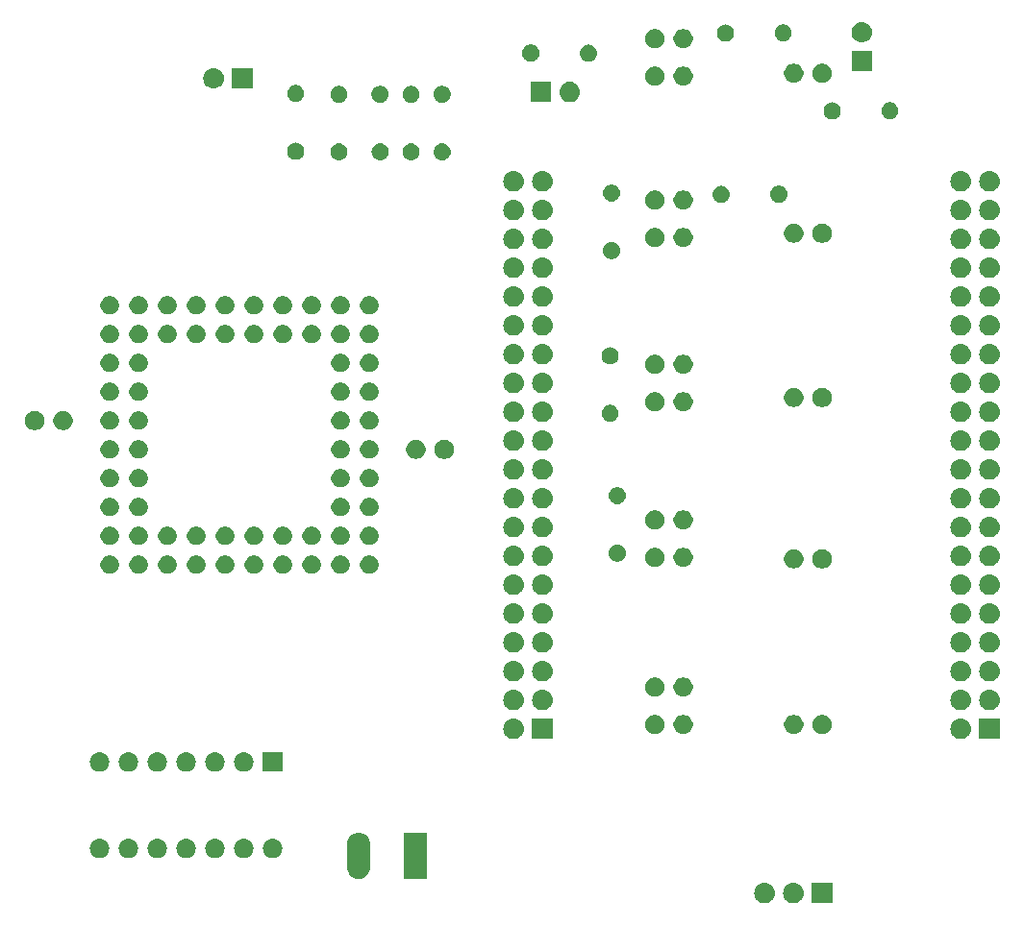
<source format=gbr>
G04 #@! TF.GenerationSoftware,KiCad,Pcbnew,(5.1.4)-1*
G04 #@! TF.CreationDate,2019-09-23T20:10:07+02:00*
G04 #@! TF.ProjectId,Konami-2_DE10Nano_adapter,4b6f6e61-6d69-42d3-925f-444531304e61,1.1*
G04 #@! TF.SameCoordinates,Original*
G04 #@! TF.FileFunction,Soldermask,Bot*
G04 #@! TF.FilePolarity,Negative*
%FSLAX46Y46*%
G04 Gerber Fmt 4.6, Leading zero omitted, Abs format (unit mm)*
G04 Created by KiCad (PCBNEW (5.1.4)-1) date 2019-09-23 20:10:07*
%MOMM*%
%LPD*%
G04 APERTURE LIST*
%ADD10C,0.100000*%
G04 APERTURE END LIST*
D10*
G36*
X239153000Y-124853000D02*
G01*
X237351000Y-124853000D01*
X237351000Y-123051000D01*
X239153000Y-123051000D01*
X239153000Y-124853000D01*
X239153000Y-124853000D01*
G37*
G36*
X233282442Y-123057518D02*
G01*
X233348627Y-123064037D01*
X233518466Y-123115557D01*
X233674991Y-123199222D01*
X233710729Y-123228552D01*
X233812186Y-123311814D01*
X233895448Y-123413271D01*
X233924778Y-123449009D01*
X234008443Y-123605534D01*
X234059963Y-123775373D01*
X234077359Y-123952000D01*
X234059963Y-124128627D01*
X234008443Y-124298466D01*
X233924778Y-124454991D01*
X233895448Y-124490729D01*
X233812186Y-124592186D01*
X233710729Y-124675448D01*
X233674991Y-124704778D01*
X233518466Y-124788443D01*
X233348627Y-124839963D01*
X233282442Y-124846482D01*
X233216260Y-124853000D01*
X233127740Y-124853000D01*
X233061558Y-124846482D01*
X232995373Y-124839963D01*
X232825534Y-124788443D01*
X232669009Y-124704778D01*
X232633271Y-124675448D01*
X232531814Y-124592186D01*
X232448552Y-124490729D01*
X232419222Y-124454991D01*
X232335557Y-124298466D01*
X232284037Y-124128627D01*
X232266641Y-123952000D01*
X232284037Y-123775373D01*
X232335557Y-123605534D01*
X232419222Y-123449009D01*
X232448552Y-123413271D01*
X232531814Y-123311814D01*
X232633271Y-123228552D01*
X232669009Y-123199222D01*
X232825534Y-123115557D01*
X232995373Y-123064037D01*
X233061558Y-123057518D01*
X233127740Y-123051000D01*
X233216260Y-123051000D01*
X233282442Y-123057518D01*
X233282442Y-123057518D01*
G37*
G36*
X235822442Y-123057518D02*
G01*
X235888627Y-123064037D01*
X236058466Y-123115557D01*
X236214991Y-123199222D01*
X236250729Y-123228552D01*
X236352186Y-123311814D01*
X236435448Y-123413271D01*
X236464778Y-123449009D01*
X236548443Y-123605534D01*
X236599963Y-123775373D01*
X236617359Y-123952000D01*
X236599963Y-124128627D01*
X236548443Y-124298466D01*
X236464778Y-124454991D01*
X236435448Y-124490729D01*
X236352186Y-124592186D01*
X236250729Y-124675448D01*
X236214991Y-124704778D01*
X236058466Y-124788443D01*
X235888627Y-124839963D01*
X235822442Y-124846482D01*
X235756260Y-124853000D01*
X235667740Y-124853000D01*
X235601558Y-124846482D01*
X235535373Y-124839963D01*
X235365534Y-124788443D01*
X235209009Y-124704778D01*
X235173271Y-124675448D01*
X235071814Y-124592186D01*
X234988552Y-124490729D01*
X234959222Y-124454991D01*
X234875557Y-124298466D01*
X234824037Y-124128627D01*
X234806641Y-123952000D01*
X234824037Y-123775373D01*
X234875557Y-123605534D01*
X234959222Y-123449009D01*
X234988552Y-123413271D01*
X235071814Y-123311814D01*
X235173271Y-123228552D01*
X235209009Y-123199222D01*
X235365534Y-123115557D01*
X235535373Y-123064037D01*
X235601558Y-123057518D01*
X235667740Y-123051000D01*
X235756260Y-123051000D01*
X235822442Y-123057518D01*
X235822442Y-123057518D01*
G37*
G36*
X197642072Y-118634063D02*
G01*
X197838301Y-118693589D01*
X197838303Y-118693590D01*
X198019145Y-118790252D01*
X198177660Y-118920340D01*
X198307747Y-119078854D01*
X198404411Y-119259699D01*
X198463937Y-119455928D01*
X198479000Y-119608868D01*
X198479000Y-121691132D01*
X198463937Y-121844072D01*
X198404411Y-122040300D01*
X198404410Y-122040303D01*
X198307748Y-122221145D01*
X198177660Y-122379660D01*
X198060437Y-122475860D01*
X198019146Y-122509747D01*
X197838300Y-122606411D01*
X197642071Y-122665937D01*
X197438000Y-122686036D01*
X197233928Y-122665937D01*
X197037699Y-122606411D01*
X197037697Y-122606410D01*
X196856855Y-122509748D01*
X196698340Y-122379660D01*
X196602140Y-122262437D01*
X196568253Y-122221146D01*
X196471589Y-122040300D01*
X196412063Y-121844071D01*
X196397000Y-121691131D01*
X196397001Y-119608868D01*
X196412064Y-119455928D01*
X196471590Y-119259699D01*
X196568254Y-119078854D01*
X196698341Y-118920340D01*
X196856856Y-118790252D01*
X197037698Y-118693590D01*
X197037700Y-118693589D01*
X197233929Y-118634063D01*
X197438000Y-118613964D01*
X197642072Y-118634063D01*
X197642072Y-118634063D01*
G37*
G36*
X203479000Y-122681000D02*
G01*
X201397000Y-122681000D01*
X201397000Y-118619000D01*
X203479000Y-118619000D01*
X203479000Y-122681000D01*
X203479000Y-122681000D01*
G37*
G36*
X174791823Y-119176313D02*
G01*
X174952242Y-119224976D01*
X175017200Y-119259697D01*
X175100078Y-119303996D01*
X175229659Y-119410341D01*
X175336004Y-119539922D01*
X175336005Y-119539924D01*
X175415024Y-119687758D01*
X175463687Y-119848177D01*
X175480117Y-120015000D01*
X175463687Y-120181823D01*
X175415024Y-120342242D01*
X175344114Y-120474906D01*
X175336004Y-120490078D01*
X175229659Y-120619659D01*
X175100078Y-120726004D01*
X175100076Y-120726005D01*
X174952242Y-120805024D01*
X174791823Y-120853687D01*
X174666804Y-120866000D01*
X174583196Y-120866000D01*
X174458177Y-120853687D01*
X174297758Y-120805024D01*
X174149924Y-120726005D01*
X174149922Y-120726004D01*
X174020341Y-120619659D01*
X173913996Y-120490078D01*
X173905886Y-120474906D01*
X173834976Y-120342242D01*
X173786313Y-120181823D01*
X173769883Y-120015000D01*
X173786313Y-119848177D01*
X173834976Y-119687758D01*
X173913995Y-119539924D01*
X173913996Y-119539922D01*
X174020341Y-119410341D01*
X174149922Y-119303996D01*
X174232800Y-119259697D01*
X174297758Y-119224976D01*
X174458177Y-119176313D01*
X174583196Y-119164000D01*
X174666804Y-119164000D01*
X174791823Y-119176313D01*
X174791823Y-119176313D01*
G37*
G36*
X177331823Y-119176313D02*
G01*
X177492242Y-119224976D01*
X177557200Y-119259697D01*
X177640078Y-119303996D01*
X177769659Y-119410341D01*
X177876004Y-119539922D01*
X177876005Y-119539924D01*
X177955024Y-119687758D01*
X178003687Y-119848177D01*
X178020117Y-120015000D01*
X178003687Y-120181823D01*
X177955024Y-120342242D01*
X177884114Y-120474906D01*
X177876004Y-120490078D01*
X177769659Y-120619659D01*
X177640078Y-120726004D01*
X177640076Y-120726005D01*
X177492242Y-120805024D01*
X177331823Y-120853687D01*
X177206804Y-120866000D01*
X177123196Y-120866000D01*
X176998177Y-120853687D01*
X176837758Y-120805024D01*
X176689924Y-120726005D01*
X176689922Y-120726004D01*
X176560341Y-120619659D01*
X176453996Y-120490078D01*
X176445886Y-120474906D01*
X176374976Y-120342242D01*
X176326313Y-120181823D01*
X176309883Y-120015000D01*
X176326313Y-119848177D01*
X176374976Y-119687758D01*
X176453995Y-119539924D01*
X176453996Y-119539922D01*
X176560341Y-119410341D01*
X176689922Y-119303996D01*
X176772800Y-119259697D01*
X176837758Y-119224976D01*
X176998177Y-119176313D01*
X177123196Y-119164000D01*
X177206804Y-119164000D01*
X177331823Y-119176313D01*
X177331823Y-119176313D01*
G37*
G36*
X179871823Y-119176313D02*
G01*
X180032242Y-119224976D01*
X180097200Y-119259697D01*
X180180078Y-119303996D01*
X180309659Y-119410341D01*
X180416004Y-119539922D01*
X180416005Y-119539924D01*
X180495024Y-119687758D01*
X180543687Y-119848177D01*
X180560117Y-120015000D01*
X180543687Y-120181823D01*
X180495024Y-120342242D01*
X180424114Y-120474906D01*
X180416004Y-120490078D01*
X180309659Y-120619659D01*
X180180078Y-120726004D01*
X180180076Y-120726005D01*
X180032242Y-120805024D01*
X179871823Y-120853687D01*
X179746804Y-120866000D01*
X179663196Y-120866000D01*
X179538177Y-120853687D01*
X179377758Y-120805024D01*
X179229924Y-120726005D01*
X179229922Y-120726004D01*
X179100341Y-120619659D01*
X178993996Y-120490078D01*
X178985886Y-120474906D01*
X178914976Y-120342242D01*
X178866313Y-120181823D01*
X178849883Y-120015000D01*
X178866313Y-119848177D01*
X178914976Y-119687758D01*
X178993995Y-119539924D01*
X178993996Y-119539922D01*
X179100341Y-119410341D01*
X179229922Y-119303996D01*
X179312800Y-119259697D01*
X179377758Y-119224976D01*
X179538177Y-119176313D01*
X179663196Y-119164000D01*
X179746804Y-119164000D01*
X179871823Y-119176313D01*
X179871823Y-119176313D01*
G37*
G36*
X182411823Y-119176313D02*
G01*
X182572242Y-119224976D01*
X182637200Y-119259697D01*
X182720078Y-119303996D01*
X182849659Y-119410341D01*
X182956004Y-119539922D01*
X182956005Y-119539924D01*
X183035024Y-119687758D01*
X183083687Y-119848177D01*
X183100117Y-120015000D01*
X183083687Y-120181823D01*
X183035024Y-120342242D01*
X182964114Y-120474906D01*
X182956004Y-120490078D01*
X182849659Y-120619659D01*
X182720078Y-120726004D01*
X182720076Y-120726005D01*
X182572242Y-120805024D01*
X182411823Y-120853687D01*
X182286804Y-120866000D01*
X182203196Y-120866000D01*
X182078177Y-120853687D01*
X181917758Y-120805024D01*
X181769924Y-120726005D01*
X181769922Y-120726004D01*
X181640341Y-120619659D01*
X181533996Y-120490078D01*
X181525886Y-120474906D01*
X181454976Y-120342242D01*
X181406313Y-120181823D01*
X181389883Y-120015000D01*
X181406313Y-119848177D01*
X181454976Y-119687758D01*
X181533995Y-119539924D01*
X181533996Y-119539922D01*
X181640341Y-119410341D01*
X181769922Y-119303996D01*
X181852800Y-119259697D01*
X181917758Y-119224976D01*
X182078177Y-119176313D01*
X182203196Y-119164000D01*
X182286804Y-119164000D01*
X182411823Y-119176313D01*
X182411823Y-119176313D01*
G37*
G36*
X184951823Y-119176313D02*
G01*
X185112242Y-119224976D01*
X185177200Y-119259697D01*
X185260078Y-119303996D01*
X185389659Y-119410341D01*
X185496004Y-119539922D01*
X185496005Y-119539924D01*
X185575024Y-119687758D01*
X185623687Y-119848177D01*
X185640117Y-120015000D01*
X185623687Y-120181823D01*
X185575024Y-120342242D01*
X185504114Y-120474906D01*
X185496004Y-120490078D01*
X185389659Y-120619659D01*
X185260078Y-120726004D01*
X185260076Y-120726005D01*
X185112242Y-120805024D01*
X184951823Y-120853687D01*
X184826804Y-120866000D01*
X184743196Y-120866000D01*
X184618177Y-120853687D01*
X184457758Y-120805024D01*
X184309924Y-120726005D01*
X184309922Y-120726004D01*
X184180341Y-120619659D01*
X184073996Y-120490078D01*
X184065886Y-120474906D01*
X183994976Y-120342242D01*
X183946313Y-120181823D01*
X183929883Y-120015000D01*
X183946313Y-119848177D01*
X183994976Y-119687758D01*
X184073995Y-119539924D01*
X184073996Y-119539922D01*
X184180341Y-119410341D01*
X184309922Y-119303996D01*
X184392800Y-119259697D01*
X184457758Y-119224976D01*
X184618177Y-119176313D01*
X184743196Y-119164000D01*
X184826804Y-119164000D01*
X184951823Y-119176313D01*
X184951823Y-119176313D01*
G37*
G36*
X187491823Y-119176313D02*
G01*
X187652242Y-119224976D01*
X187717200Y-119259697D01*
X187800078Y-119303996D01*
X187929659Y-119410341D01*
X188036004Y-119539922D01*
X188036005Y-119539924D01*
X188115024Y-119687758D01*
X188163687Y-119848177D01*
X188180117Y-120015000D01*
X188163687Y-120181823D01*
X188115024Y-120342242D01*
X188044114Y-120474906D01*
X188036004Y-120490078D01*
X187929659Y-120619659D01*
X187800078Y-120726004D01*
X187800076Y-120726005D01*
X187652242Y-120805024D01*
X187491823Y-120853687D01*
X187366804Y-120866000D01*
X187283196Y-120866000D01*
X187158177Y-120853687D01*
X186997758Y-120805024D01*
X186849924Y-120726005D01*
X186849922Y-120726004D01*
X186720341Y-120619659D01*
X186613996Y-120490078D01*
X186605886Y-120474906D01*
X186534976Y-120342242D01*
X186486313Y-120181823D01*
X186469883Y-120015000D01*
X186486313Y-119848177D01*
X186534976Y-119687758D01*
X186613995Y-119539924D01*
X186613996Y-119539922D01*
X186720341Y-119410341D01*
X186849922Y-119303996D01*
X186932800Y-119259697D01*
X186997758Y-119224976D01*
X187158177Y-119176313D01*
X187283196Y-119164000D01*
X187366804Y-119164000D01*
X187491823Y-119176313D01*
X187491823Y-119176313D01*
G37*
G36*
X190031823Y-119176313D02*
G01*
X190192242Y-119224976D01*
X190257200Y-119259697D01*
X190340078Y-119303996D01*
X190469659Y-119410341D01*
X190576004Y-119539922D01*
X190576005Y-119539924D01*
X190655024Y-119687758D01*
X190703687Y-119848177D01*
X190720117Y-120015000D01*
X190703687Y-120181823D01*
X190655024Y-120342242D01*
X190584114Y-120474906D01*
X190576004Y-120490078D01*
X190469659Y-120619659D01*
X190340078Y-120726004D01*
X190340076Y-120726005D01*
X190192242Y-120805024D01*
X190031823Y-120853687D01*
X189906804Y-120866000D01*
X189823196Y-120866000D01*
X189698177Y-120853687D01*
X189537758Y-120805024D01*
X189389924Y-120726005D01*
X189389922Y-120726004D01*
X189260341Y-120619659D01*
X189153996Y-120490078D01*
X189145886Y-120474906D01*
X189074976Y-120342242D01*
X189026313Y-120181823D01*
X189009883Y-120015000D01*
X189026313Y-119848177D01*
X189074976Y-119687758D01*
X189153995Y-119539924D01*
X189153996Y-119539922D01*
X189260341Y-119410341D01*
X189389922Y-119303996D01*
X189472800Y-119259697D01*
X189537758Y-119224976D01*
X189698177Y-119176313D01*
X189823196Y-119164000D01*
X189906804Y-119164000D01*
X190031823Y-119176313D01*
X190031823Y-119176313D01*
G37*
G36*
X182411823Y-111556313D02*
G01*
X182572242Y-111604976D01*
X182704906Y-111675886D01*
X182720078Y-111683996D01*
X182849659Y-111790341D01*
X182956004Y-111919922D01*
X182956005Y-111919924D01*
X183035024Y-112067758D01*
X183083687Y-112228177D01*
X183100117Y-112395000D01*
X183083687Y-112561823D01*
X183035024Y-112722242D01*
X182964114Y-112854906D01*
X182956004Y-112870078D01*
X182849659Y-112999659D01*
X182720078Y-113106004D01*
X182720076Y-113106005D01*
X182572242Y-113185024D01*
X182411823Y-113233687D01*
X182286804Y-113246000D01*
X182203196Y-113246000D01*
X182078177Y-113233687D01*
X181917758Y-113185024D01*
X181769924Y-113106005D01*
X181769922Y-113106004D01*
X181640341Y-112999659D01*
X181533996Y-112870078D01*
X181525886Y-112854906D01*
X181454976Y-112722242D01*
X181406313Y-112561823D01*
X181389883Y-112395000D01*
X181406313Y-112228177D01*
X181454976Y-112067758D01*
X181533995Y-111919924D01*
X181533996Y-111919922D01*
X181640341Y-111790341D01*
X181769922Y-111683996D01*
X181785094Y-111675886D01*
X181917758Y-111604976D01*
X182078177Y-111556313D01*
X182203196Y-111544000D01*
X182286804Y-111544000D01*
X182411823Y-111556313D01*
X182411823Y-111556313D01*
G37*
G36*
X190716000Y-113246000D02*
G01*
X189014000Y-113246000D01*
X189014000Y-111544000D01*
X190716000Y-111544000D01*
X190716000Y-113246000D01*
X190716000Y-113246000D01*
G37*
G36*
X187491823Y-111556313D02*
G01*
X187652242Y-111604976D01*
X187784906Y-111675886D01*
X187800078Y-111683996D01*
X187929659Y-111790341D01*
X188036004Y-111919922D01*
X188036005Y-111919924D01*
X188115024Y-112067758D01*
X188163687Y-112228177D01*
X188180117Y-112395000D01*
X188163687Y-112561823D01*
X188115024Y-112722242D01*
X188044114Y-112854906D01*
X188036004Y-112870078D01*
X187929659Y-112999659D01*
X187800078Y-113106004D01*
X187800076Y-113106005D01*
X187652242Y-113185024D01*
X187491823Y-113233687D01*
X187366804Y-113246000D01*
X187283196Y-113246000D01*
X187158177Y-113233687D01*
X186997758Y-113185024D01*
X186849924Y-113106005D01*
X186849922Y-113106004D01*
X186720341Y-112999659D01*
X186613996Y-112870078D01*
X186605886Y-112854906D01*
X186534976Y-112722242D01*
X186486313Y-112561823D01*
X186469883Y-112395000D01*
X186486313Y-112228177D01*
X186534976Y-112067758D01*
X186613995Y-111919924D01*
X186613996Y-111919922D01*
X186720341Y-111790341D01*
X186849922Y-111683996D01*
X186865094Y-111675886D01*
X186997758Y-111604976D01*
X187158177Y-111556313D01*
X187283196Y-111544000D01*
X187366804Y-111544000D01*
X187491823Y-111556313D01*
X187491823Y-111556313D01*
G37*
G36*
X184951823Y-111556313D02*
G01*
X185112242Y-111604976D01*
X185244906Y-111675886D01*
X185260078Y-111683996D01*
X185389659Y-111790341D01*
X185496004Y-111919922D01*
X185496005Y-111919924D01*
X185575024Y-112067758D01*
X185623687Y-112228177D01*
X185640117Y-112395000D01*
X185623687Y-112561823D01*
X185575024Y-112722242D01*
X185504114Y-112854906D01*
X185496004Y-112870078D01*
X185389659Y-112999659D01*
X185260078Y-113106004D01*
X185260076Y-113106005D01*
X185112242Y-113185024D01*
X184951823Y-113233687D01*
X184826804Y-113246000D01*
X184743196Y-113246000D01*
X184618177Y-113233687D01*
X184457758Y-113185024D01*
X184309924Y-113106005D01*
X184309922Y-113106004D01*
X184180341Y-112999659D01*
X184073996Y-112870078D01*
X184065886Y-112854906D01*
X183994976Y-112722242D01*
X183946313Y-112561823D01*
X183929883Y-112395000D01*
X183946313Y-112228177D01*
X183994976Y-112067758D01*
X184073995Y-111919924D01*
X184073996Y-111919922D01*
X184180341Y-111790341D01*
X184309922Y-111683996D01*
X184325094Y-111675886D01*
X184457758Y-111604976D01*
X184618177Y-111556313D01*
X184743196Y-111544000D01*
X184826804Y-111544000D01*
X184951823Y-111556313D01*
X184951823Y-111556313D01*
G37*
G36*
X177331823Y-111556313D02*
G01*
X177492242Y-111604976D01*
X177624906Y-111675886D01*
X177640078Y-111683996D01*
X177769659Y-111790341D01*
X177876004Y-111919922D01*
X177876005Y-111919924D01*
X177955024Y-112067758D01*
X178003687Y-112228177D01*
X178020117Y-112395000D01*
X178003687Y-112561823D01*
X177955024Y-112722242D01*
X177884114Y-112854906D01*
X177876004Y-112870078D01*
X177769659Y-112999659D01*
X177640078Y-113106004D01*
X177640076Y-113106005D01*
X177492242Y-113185024D01*
X177331823Y-113233687D01*
X177206804Y-113246000D01*
X177123196Y-113246000D01*
X176998177Y-113233687D01*
X176837758Y-113185024D01*
X176689924Y-113106005D01*
X176689922Y-113106004D01*
X176560341Y-112999659D01*
X176453996Y-112870078D01*
X176445886Y-112854906D01*
X176374976Y-112722242D01*
X176326313Y-112561823D01*
X176309883Y-112395000D01*
X176326313Y-112228177D01*
X176374976Y-112067758D01*
X176453995Y-111919924D01*
X176453996Y-111919922D01*
X176560341Y-111790341D01*
X176689922Y-111683996D01*
X176705094Y-111675886D01*
X176837758Y-111604976D01*
X176998177Y-111556313D01*
X177123196Y-111544000D01*
X177206804Y-111544000D01*
X177331823Y-111556313D01*
X177331823Y-111556313D01*
G37*
G36*
X174791823Y-111556313D02*
G01*
X174952242Y-111604976D01*
X175084906Y-111675886D01*
X175100078Y-111683996D01*
X175229659Y-111790341D01*
X175336004Y-111919922D01*
X175336005Y-111919924D01*
X175415024Y-112067758D01*
X175463687Y-112228177D01*
X175480117Y-112395000D01*
X175463687Y-112561823D01*
X175415024Y-112722242D01*
X175344114Y-112854906D01*
X175336004Y-112870078D01*
X175229659Y-112999659D01*
X175100078Y-113106004D01*
X175100076Y-113106005D01*
X174952242Y-113185024D01*
X174791823Y-113233687D01*
X174666804Y-113246000D01*
X174583196Y-113246000D01*
X174458177Y-113233687D01*
X174297758Y-113185024D01*
X174149924Y-113106005D01*
X174149922Y-113106004D01*
X174020341Y-112999659D01*
X173913996Y-112870078D01*
X173905886Y-112854906D01*
X173834976Y-112722242D01*
X173786313Y-112561823D01*
X173769883Y-112395000D01*
X173786313Y-112228177D01*
X173834976Y-112067758D01*
X173913995Y-111919924D01*
X173913996Y-111919922D01*
X174020341Y-111790341D01*
X174149922Y-111683996D01*
X174165094Y-111675886D01*
X174297758Y-111604976D01*
X174458177Y-111556313D01*
X174583196Y-111544000D01*
X174666804Y-111544000D01*
X174791823Y-111556313D01*
X174791823Y-111556313D01*
G37*
G36*
X179871823Y-111556313D02*
G01*
X180032242Y-111604976D01*
X180164906Y-111675886D01*
X180180078Y-111683996D01*
X180309659Y-111790341D01*
X180416004Y-111919922D01*
X180416005Y-111919924D01*
X180495024Y-112067758D01*
X180543687Y-112228177D01*
X180560117Y-112395000D01*
X180543687Y-112561823D01*
X180495024Y-112722242D01*
X180424114Y-112854906D01*
X180416004Y-112870078D01*
X180309659Y-112999659D01*
X180180078Y-113106004D01*
X180180076Y-113106005D01*
X180032242Y-113185024D01*
X179871823Y-113233687D01*
X179746804Y-113246000D01*
X179663196Y-113246000D01*
X179538177Y-113233687D01*
X179377758Y-113185024D01*
X179229924Y-113106005D01*
X179229922Y-113106004D01*
X179100341Y-112999659D01*
X178993996Y-112870078D01*
X178985886Y-112854906D01*
X178914976Y-112722242D01*
X178866313Y-112561823D01*
X178849883Y-112395000D01*
X178866313Y-112228177D01*
X178914976Y-112067758D01*
X178993995Y-111919924D01*
X178993996Y-111919922D01*
X179100341Y-111790341D01*
X179229922Y-111683996D01*
X179245094Y-111675886D01*
X179377758Y-111604976D01*
X179538177Y-111556313D01*
X179663196Y-111544000D01*
X179746804Y-111544000D01*
X179871823Y-111556313D01*
X179871823Y-111556313D01*
G37*
G36*
X253885000Y-110375000D02*
G01*
X252083000Y-110375000D01*
X252083000Y-108573000D01*
X253885000Y-108573000D01*
X253885000Y-110375000D01*
X253885000Y-110375000D01*
G37*
G36*
X250554442Y-108579518D02*
G01*
X250620627Y-108586037D01*
X250790466Y-108637557D01*
X250946991Y-108721222D01*
X250982729Y-108750552D01*
X251084186Y-108833814D01*
X251167448Y-108935271D01*
X251196778Y-108971009D01*
X251280443Y-109127534D01*
X251331963Y-109297373D01*
X251349359Y-109474000D01*
X251331963Y-109650627D01*
X251280443Y-109820466D01*
X251196778Y-109976991D01*
X251167448Y-110012729D01*
X251084186Y-110114186D01*
X250982729Y-110197448D01*
X250946991Y-110226778D01*
X250790466Y-110310443D01*
X250620627Y-110361963D01*
X250554442Y-110368482D01*
X250488260Y-110375000D01*
X250399740Y-110375000D01*
X250333558Y-110368482D01*
X250267373Y-110361963D01*
X250097534Y-110310443D01*
X249941009Y-110226778D01*
X249905271Y-110197448D01*
X249803814Y-110114186D01*
X249720552Y-110012729D01*
X249691222Y-109976991D01*
X249607557Y-109820466D01*
X249556037Y-109650627D01*
X249538641Y-109474000D01*
X249556037Y-109297373D01*
X249607557Y-109127534D01*
X249691222Y-108971009D01*
X249720552Y-108935271D01*
X249803814Y-108833814D01*
X249905271Y-108750552D01*
X249941009Y-108721222D01*
X250097534Y-108637557D01*
X250267373Y-108586037D01*
X250333558Y-108579518D01*
X250399740Y-108573000D01*
X250488260Y-108573000D01*
X250554442Y-108579518D01*
X250554442Y-108579518D01*
G37*
G36*
X214515000Y-110375000D02*
G01*
X212713000Y-110375000D01*
X212713000Y-108573000D01*
X214515000Y-108573000D01*
X214515000Y-110375000D01*
X214515000Y-110375000D01*
G37*
G36*
X211184442Y-108579518D02*
G01*
X211250627Y-108586037D01*
X211420466Y-108637557D01*
X211576991Y-108721222D01*
X211612729Y-108750552D01*
X211714186Y-108833814D01*
X211797448Y-108935271D01*
X211826778Y-108971009D01*
X211910443Y-109127534D01*
X211961963Y-109297373D01*
X211979359Y-109474000D01*
X211961963Y-109650627D01*
X211910443Y-109820466D01*
X211826778Y-109976991D01*
X211797448Y-110012729D01*
X211714186Y-110114186D01*
X211612729Y-110197448D01*
X211576991Y-110226778D01*
X211420466Y-110310443D01*
X211250627Y-110361963D01*
X211184442Y-110368482D01*
X211118260Y-110375000D01*
X211029740Y-110375000D01*
X210963558Y-110368482D01*
X210897373Y-110361963D01*
X210727534Y-110310443D01*
X210571009Y-110226778D01*
X210535271Y-110197448D01*
X210433814Y-110114186D01*
X210350552Y-110012729D01*
X210321222Y-109976991D01*
X210237557Y-109820466D01*
X210186037Y-109650627D01*
X210168641Y-109474000D01*
X210186037Y-109297373D01*
X210237557Y-109127534D01*
X210321222Y-108971009D01*
X210350552Y-108935271D01*
X210433814Y-108833814D01*
X210535271Y-108750552D01*
X210571009Y-108721222D01*
X210727534Y-108637557D01*
X210897373Y-108586037D01*
X210963558Y-108579518D01*
X211029740Y-108573000D01*
X211118260Y-108573000D01*
X211184442Y-108579518D01*
X211184442Y-108579518D01*
G37*
G36*
X236000228Y-108274703D02*
G01*
X236155100Y-108338853D01*
X236294481Y-108431985D01*
X236413015Y-108550519D01*
X236506147Y-108689900D01*
X236570297Y-108844772D01*
X236603000Y-109009184D01*
X236603000Y-109176816D01*
X236570297Y-109341228D01*
X236506147Y-109496100D01*
X236413015Y-109635481D01*
X236294481Y-109754015D01*
X236155100Y-109847147D01*
X236000228Y-109911297D01*
X235835816Y-109944000D01*
X235668184Y-109944000D01*
X235503772Y-109911297D01*
X235348900Y-109847147D01*
X235209519Y-109754015D01*
X235090985Y-109635481D01*
X234997853Y-109496100D01*
X234933703Y-109341228D01*
X234901000Y-109176816D01*
X234901000Y-109009184D01*
X234933703Y-108844772D01*
X234997853Y-108689900D01*
X235090985Y-108550519D01*
X235209519Y-108431985D01*
X235348900Y-108338853D01*
X235503772Y-108274703D01*
X235668184Y-108242000D01*
X235835816Y-108242000D01*
X236000228Y-108274703D01*
X236000228Y-108274703D01*
G37*
G36*
X226268228Y-108274703D02*
G01*
X226423100Y-108338853D01*
X226562481Y-108431985D01*
X226681015Y-108550519D01*
X226774147Y-108689900D01*
X226838297Y-108844772D01*
X226871000Y-109009184D01*
X226871000Y-109176816D01*
X226838297Y-109341228D01*
X226774147Y-109496100D01*
X226681015Y-109635481D01*
X226562481Y-109754015D01*
X226423100Y-109847147D01*
X226268228Y-109911297D01*
X226103816Y-109944000D01*
X225936184Y-109944000D01*
X225771772Y-109911297D01*
X225616900Y-109847147D01*
X225477519Y-109754015D01*
X225358985Y-109635481D01*
X225265853Y-109496100D01*
X225201703Y-109341228D01*
X225169000Y-109176816D01*
X225169000Y-109009184D01*
X225201703Y-108844772D01*
X225265853Y-108689900D01*
X225358985Y-108550519D01*
X225477519Y-108431985D01*
X225616900Y-108338853D01*
X225771772Y-108274703D01*
X225936184Y-108242000D01*
X226103816Y-108242000D01*
X226268228Y-108274703D01*
X226268228Y-108274703D01*
G37*
G36*
X223768228Y-108274703D02*
G01*
X223923100Y-108338853D01*
X224062481Y-108431985D01*
X224181015Y-108550519D01*
X224274147Y-108689900D01*
X224338297Y-108844772D01*
X224371000Y-109009184D01*
X224371000Y-109176816D01*
X224338297Y-109341228D01*
X224274147Y-109496100D01*
X224181015Y-109635481D01*
X224062481Y-109754015D01*
X223923100Y-109847147D01*
X223768228Y-109911297D01*
X223603816Y-109944000D01*
X223436184Y-109944000D01*
X223271772Y-109911297D01*
X223116900Y-109847147D01*
X222977519Y-109754015D01*
X222858985Y-109635481D01*
X222765853Y-109496100D01*
X222701703Y-109341228D01*
X222669000Y-109176816D01*
X222669000Y-109009184D01*
X222701703Y-108844772D01*
X222765853Y-108689900D01*
X222858985Y-108550519D01*
X222977519Y-108431985D01*
X223116900Y-108338853D01*
X223271772Y-108274703D01*
X223436184Y-108242000D01*
X223603816Y-108242000D01*
X223768228Y-108274703D01*
X223768228Y-108274703D01*
G37*
G36*
X238500228Y-108274703D02*
G01*
X238655100Y-108338853D01*
X238794481Y-108431985D01*
X238913015Y-108550519D01*
X239006147Y-108689900D01*
X239070297Y-108844772D01*
X239103000Y-109009184D01*
X239103000Y-109176816D01*
X239070297Y-109341228D01*
X239006147Y-109496100D01*
X238913015Y-109635481D01*
X238794481Y-109754015D01*
X238655100Y-109847147D01*
X238500228Y-109911297D01*
X238335816Y-109944000D01*
X238168184Y-109944000D01*
X238003772Y-109911297D01*
X237848900Y-109847147D01*
X237709519Y-109754015D01*
X237590985Y-109635481D01*
X237497853Y-109496100D01*
X237433703Y-109341228D01*
X237401000Y-109176816D01*
X237401000Y-109009184D01*
X237433703Y-108844772D01*
X237497853Y-108689900D01*
X237590985Y-108550519D01*
X237709519Y-108431985D01*
X237848900Y-108338853D01*
X238003772Y-108274703D01*
X238168184Y-108242000D01*
X238335816Y-108242000D01*
X238500228Y-108274703D01*
X238500228Y-108274703D01*
G37*
G36*
X253091493Y-106039228D02*
G01*
X253160627Y-106046037D01*
X253330466Y-106097557D01*
X253486991Y-106181222D01*
X253522729Y-106210552D01*
X253624186Y-106293814D01*
X253707448Y-106395271D01*
X253736778Y-106431009D01*
X253820443Y-106587534D01*
X253871963Y-106757373D01*
X253889359Y-106934000D01*
X253871963Y-107110627D01*
X253820443Y-107280466D01*
X253736778Y-107436991D01*
X253707448Y-107472729D01*
X253624186Y-107574186D01*
X253522729Y-107657448D01*
X253486991Y-107686778D01*
X253330466Y-107770443D01*
X253160627Y-107821963D01*
X253094443Y-107828481D01*
X253028260Y-107835000D01*
X252939740Y-107835000D01*
X252873557Y-107828481D01*
X252807373Y-107821963D01*
X252637534Y-107770443D01*
X252481009Y-107686778D01*
X252445271Y-107657448D01*
X252343814Y-107574186D01*
X252260552Y-107472729D01*
X252231222Y-107436991D01*
X252147557Y-107280466D01*
X252096037Y-107110627D01*
X252078641Y-106934000D01*
X252096037Y-106757373D01*
X252147557Y-106587534D01*
X252231222Y-106431009D01*
X252260552Y-106395271D01*
X252343814Y-106293814D01*
X252445271Y-106210552D01*
X252481009Y-106181222D01*
X252637534Y-106097557D01*
X252807373Y-106046037D01*
X252876507Y-106039228D01*
X252939740Y-106033000D01*
X253028260Y-106033000D01*
X253091493Y-106039228D01*
X253091493Y-106039228D01*
G37*
G36*
X211181493Y-106039228D02*
G01*
X211250627Y-106046037D01*
X211420466Y-106097557D01*
X211576991Y-106181222D01*
X211612729Y-106210552D01*
X211714186Y-106293814D01*
X211797448Y-106395271D01*
X211826778Y-106431009D01*
X211910443Y-106587534D01*
X211961963Y-106757373D01*
X211979359Y-106934000D01*
X211961963Y-107110627D01*
X211910443Y-107280466D01*
X211826778Y-107436991D01*
X211797448Y-107472729D01*
X211714186Y-107574186D01*
X211612729Y-107657448D01*
X211576991Y-107686778D01*
X211420466Y-107770443D01*
X211250627Y-107821963D01*
X211184443Y-107828481D01*
X211118260Y-107835000D01*
X211029740Y-107835000D01*
X210963557Y-107828481D01*
X210897373Y-107821963D01*
X210727534Y-107770443D01*
X210571009Y-107686778D01*
X210535271Y-107657448D01*
X210433814Y-107574186D01*
X210350552Y-107472729D01*
X210321222Y-107436991D01*
X210237557Y-107280466D01*
X210186037Y-107110627D01*
X210168641Y-106934000D01*
X210186037Y-106757373D01*
X210237557Y-106587534D01*
X210321222Y-106431009D01*
X210350552Y-106395271D01*
X210433814Y-106293814D01*
X210535271Y-106210552D01*
X210571009Y-106181222D01*
X210727534Y-106097557D01*
X210897373Y-106046037D01*
X210966507Y-106039228D01*
X211029740Y-106033000D01*
X211118260Y-106033000D01*
X211181493Y-106039228D01*
X211181493Y-106039228D01*
G37*
G36*
X250551493Y-106039228D02*
G01*
X250620627Y-106046037D01*
X250790466Y-106097557D01*
X250946991Y-106181222D01*
X250982729Y-106210552D01*
X251084186Y-106293814D01*
X251167448Y-106395271D01*
X251196778Y-106431009D01*
X251280443Y-106587534D01*
X251331963Y-106757373D01*
X251349359Y-106934000D01*
X251331963Y-107110627D01*
X251280443Y-107280466D01*
X251196778Y-107436991D01*
X251167448Y-107472729D01*
X251084186Y-107574186D01*
X250982729Y-107657448D01*
X250946991Y-107686778D01*
X250790466Y-107770443D01*
X250620627Y-107821963D01*
X250554443Y-107828481D01*
X250488260Y-107835000D01*
X250399740Y-107835000D01*
X250333557Y-107828481D01*
X250267373Y-107821963D01*
X250097534Y-107770443D01*
X249941009Y-107686778D01*
X249905271Y-107657448D01*
X249803814Y-107574186D01*
X249720552Y-107472729D01*
X249691222Y-107436991D01*
X249607557Y-107280466D01*
X249556037Y-107110627D01*
X249538641Y-106934000D01*
X249556037Y-106757373D01*
X249607557Y-106587534D01*
X249691222Y-106431009D01*
X249720552Y-106395271D01*
X249803814Y-106293814D01*
X249905271Y-106210552D01*
X249941009Y-106181222D01*
X250097534Y-106097557D01*
X250267373Y-106046037D01*
X250336507Y-106039228D01*
X250399740Y-106033000D01*
X250488260Y-106033000D01*
X250551493Y-106039228D01*
X250551493Y-106039228D01*
G37*
G36*
X213721493Y-106039228D02*
G01*
X213790627Y-106046037D01*
X213960466Y-106097557D01*
X214116991Y-106181222D01*
X214152729Y-106210552D01*
X214254186Y-106293814D01*
X214337448Y-106395271D01*
X214366778Y-106431009D01*
X214450443Y-106587534D01*
X214501963Y-106757373D01*
X214519359Y-106934000D01*
X214501963Y-107110627D01*
X214450443Y-107280466D01*
X214366778Y-107436991D01*
X214337448Y-107472729D01*
X214254186Y-107574186D01*
X214152729Y-107657448D01*
X214116991Y-107686778D01*
X213960466Y-107770443D01*
X213790627Y-107821963D01*
X213724443Y-107828481D01*
X213658260Y-107835000D01*
X213569740Y-107835000D01*
X213503557Y-107828481D01*
X213437373Y-107821963D01*
X213267534Y-107770443D01*
X213111009Y-107686778D01*
X213075271Y-107657448D01*
X212973814Y-107574186D01*
X212890552Y-107472729D01*
X212861222Y-107436991D01*
X212777557Y-107280466D01*
X212726037Y-107110627D01*
X212708641Y-106934000D01*
X212726037Y-106757373D01*
X212777557Y-106587534D01*
X212861222Y-106431009D01*
X212890552Y-106395271D01*
X212973814Y-106293814D01*
X213075271Y-106210552D01*
X213111009Y-106181222D01*
X213267534Y-106097557D01*
X213437373Y-106046037D01*
X213506507Y-106039228D01*
X213569740Y-106033000D01*
X213658260Y-106033000D01*
X213721493Y-106039228D01*
X213721493Y-106039228D01*
G37*
G36*
X223768228Y-104972703D02*
G01*
X223923100Y-105036853D01*
X224062481Y-105129985D01*
X224181015Y-105248519D01*
X224274147Y-105387900D01*
X224338297Y-105542772D01*
X224371000Y-105707184D01*
X224371000Y-105874816D01*
X224338297Y-106039228D01*
X224274147Y-106194100D01*
X224181015Y-106333481D01*
X224062481Y-106452015D01*
X223923100Y-106545147D01*
X223768228Y-106609297D01*
X223603816Y-106642000D01*
X223436184Y-106642000D01*
X223271772Y-106609297D01*
X223116900Y-106545147D01*
X222977519Y-106452015D01*
X222858985Y-106333481D01*
X222765853Y-106194100D01*
X222701703Y-106039228D01*
X222669000Y-105874816D01*
X222669000Y-105707184D01*
X222701703Y-105542772D01*
X222765853Y-105387900D01*
X222858985Y-105248519D01*
X222977519Y-105129985D01*
X223116900Y-105036853D01*
X223271772Y-104972703D01*
X223436184Y-104940000D01*
X223603816Y-104940000D01*
X223768228Y-104972703D01*
X223768228Y-104972703D01*
G37*
G36*
X226268228Y-104972703D02*
G01*
X226423100Y-105036853D01*
X226562481Y-105129985D01*
X226681015Y-105248519D01*
X226774147Y-105387900D01*
X226838297Y-105542772D01*
X226871000Y-105707184D01*
X226871000Y-105874816D01*
X226838297Y-106039228D01*
X226774147Y-106194100D01*
X226681015Y-106333481D01*
X226562481Y-106452015D01*
X226423100Y-106545147D01*
X226268228Y-106609297D01*
X226103816Y-106642000D01*
X225936184Y-106642000D01*
X225771772Y-106609297D01*
X225616900Y-106545147D01*
X225477519Y-106452015D01*
X225358985Y-106333481D01*
X225265853Y-106194100D01*
X225201703Y-106039228D01*
X225169000Y-105874816D01*
X225169000Y-105707184D01*
X225201703Y-105542772D01*
X225265853Y-105387900D01*
X225358985Y-105248519D01*
X225477519Y-105129985D01*
X225616900Y-105036853D01*
X225771772Y-104972703D01*
X225936184Y-104940000D01*
X226103816Y-104940000D01*
X226268228Y-104972703D01*
X226268228Y-104972703D01*
G37*
G36*
X250554442Y-103499518D02*
G01*
X250620627Y-103506037D01*
X250790466Y-103557557D01*
X250946991Y-103641222D01*
X250982729Y-103670552D01*
X251084186Y-103753814D01*
X251167448Y-103855271D01*
X251196778Y-103891009D01*
X251280443Y-104047534D01*
X251331963Y-104217373D01*
X251349359Y-104394000D01*
X251331963Y-104570627D01*
X251280443Y-104740466D01*
X251196778Y-104896991D01*
X251167448Y-104932729D01*
X251084186Y-105034186D01*
X250982729Y-105117448D01*
X250946991Y-105146778D01*
X250790466Y-105230443D01*
X250620627Y-105281963D01*
X250554443Y-105288481D01*
X250488260Y-105295000D01*
X250399740Y-105295000D01*
X250333558Y-105288482D01*
X250267373Y-105281963D01*
X250097534Y-105230443D01*
X249941009Y-105146778D01*
X249905271Y-105117448D01*
X249803814Y-105034186D01*
X249720552Y-104932729D01*
X249691222Y-104896991D01*
X249607557Y-104740466D01*
X249556037Y-104570627D01*
X249538641Y-104394000D01*
X249556037Y-104217373D01*
X249607557Y-104047534D01*
X249691222Y-103891009D01*
X249720552Y-103855271D01*
X249803814Y-103753814D01*
X249905271Y-103670552D01*
X249941009Y-103641222D01*
X250097534Y-103557557D01*
X250267373Y-103506037D01*
X250333557Y-103499519D01*
X250399740Y-103493000D01*
X250488260Y-103493000D01*
X250554442Y-103499518D01*
X250554442Y-103499518D01*
G37*
G36*
X253094442Y-103499518D02*
G01*
X253160627Y-103506037D01*
X253330466Y-103557557D01*
X253486991Y-103641222D01*
X253522729Y-103670552D01*
X253624186Y-103753814D01*
X253707448Y-103855271D01*
X253736778Y-103891009D01*
X253820443Y-104047534D01*
X253871963Y-104217373D01*
X253889359Y-104394000D01*
X253871963Y-104570627D01*
X253820443Y-104740466D01*
X253736778Y-104896991D01*
X253707448Y-104932729D01*
X253624186Y-105034186D01*
X253522729Y-105117448D01*
X253486991Y-105146778D01*
X253330466Y-105230443D01*
X253160627Y-105281963D01*
X253094443Y-105288481D01*
X253028260Y-105295000D01*
X252939740Y-105295000D01*
X252873558Y-105288482D01*
X252807373Y-105281963D01*
X252637534Y-105230443D01*
X252481009Y-105146778D01*
X252445271Y-105117448D01*
X252343814Y-105034186D01*
X252260552Y-104932729D01*
X252231222Y-104896991D01*
X252147557Y-104740466D01*
X252096037Y-104570627D01*
X252078641Y-104394000D01*
X252096037Y-104217373D01*
X252147557Y-104047534D01*
X252231222Y-103891009D01*
X252260552Y-103855271D01*
X252343814Y-103753814D01*
X252445271Y-103670552D01*
X252481009Y-103641222D01*
X252637534Y-103557557D01*
X252807373Y-103506037D01*
X252873557Y-103499519D01*
X252939740Y-103493000D01*
X253028260Y-103493000D01*
X253094442Y-103499518D01*
X253094442Y-103499518D01*
G37*
G36*
X213724442Y-103499518D02*
G01*
X213790627Y-103506037D01*
X213960466Y-103557557D01*
X214116991Y-103641222D01*
X214152729Y-103670552D01*
X214254186Y-103753814D01*
X214337448Y-103855271D01*
X214366778Y-103891009D01*
X214450443Y-104047534D01*
X214501963Y-104217373D01*
X214519359Y-104394000D01*
X214501963Y-104570627D01*
X214450443Y-104740466D01*
X214366778Y-104896991D01*
X214337448Y-104932729D01*
X214254186Y-105034186D01*
X214152729Y-105117448D01*
X214116991Y-105146778D01*
X213960466Y-105230443D01*
X213790627Y-105281963D01*
X213724443Y-105288481D01*
X213658260Y-105295000D01*
X213569740Y-105295000D01*
X213503558Y-105288482D01*
X213437373Y-105281963D01*
X213267534Y-105230443D01*
X213111009Y-105146778D01*
X213075271Y-105117448D01*
X212973814Y-105034186D01*
X212890552Y-104932729D01*
X212861222Y-104896991D01*
X212777557Y-104740466D01*
X212726037Y-104570627D01*
X212708641Y-104394000D01*
X212726037Y-104217373D01*
X212777557Y-104047534D01*
X212861222Y-103891009D01*
X212890552Y-103855271D01*
X212973814Y-103753814D01*
X213075271Y-103670552D01*
X213111009Y-103641222D01*
X213267534Y-103557557D01*
X213437373Y-103506037D01*
X213503557Y-103499519D01*
X213569740Y-103493000D01*
X213658260Y-103493000D01*
X213724442Y-103499518D01*
X213724442Y-103499518D01*
G37*
G36*
X211184442Y-103499518D02*
G01*
X211250627Y-103506037D01*
X211420466Y-103557557D01*
X211576991Y-103641222D01*
X211612729Y-103670552D01*
X211714186Y-103753814D01*
X211797448Y-103855271D01*
X211826778Y-103891009D01*
X211910443Y-104047534D01*
X211961963Y-104217373D01*
X211979359Y-104394000D01*
X211961963Y-104570627D01*
X211910443Y-104740466D01*
X211826778Y-104896991D01*
X211797448Y-104932729D01*
X211714186Y-105034186D01*
X211612729Y-105117448D01*
X211576991Y-105146778D01*
X211420466Y-105230443D01*
X211250627Y-105281963D01*
X211184443Y-105288481D01*
X211118260Y-105295000D01*
X211029740Y-105295000D01*
X210963558Y-105288482D01*
X210897373Y-105281963D01*
X210727534Y-105230443D01*
X210571009Y-105146778D01*
X210535271Y-105117448D01*
X210433814Y-105034186D01*
X210350552Y-104932729D01*
X210321222Y-104896991D01*
X210237557Y-104740466D01*
X210186037Y-104570627D01*
X210168641Y-104394000D01*
X210186037Y-104217373D01*
X210237557Y-104047534D01*
X210321222Y-103891009D01*
X210350552Y-103855271D01*
X210433814Y-103753814D01*
X210535271Y-103670552D01*
X210571009Y-103641222D01*
X210727534Y-103557557D01*
X210897373Y-103506037D01*
X210963557Y-103499519D01*
X211029740Y-103493000D01*
X211118260Y-103493000D01*
X211184442Y-103499518D01*
X211184442Y-103499518D01*
G37*
G36*
X213724443Y-100959519D02*
G01*
X213790627Y-100966037D01*
X213960466Y-101017557D01*
X214116991Y-101101222D01*
X214152729Y-101130552D01*
X214254186Y-101213814D01*
X214337448Y-101315271D01*
X214366778Y-101351009D01*
X214450443Y-101507534D01*
X214501963Y-101677373D01*
X214519359Y-101854000D01*
X214501963Y-102030627D01*
X214450443Y-102200466D01*
X214366778Y-102356991D01*
X214337448Y-102392729D01*
X214254186Y-102494186D01*
X214152729Y-102577448D01*
X214116991Y-102606778D01*
X213960466Y-102690443D01*
X213790627Y-102741963D01*
X213724442Y-102748482D01*
X213658260Y-102755000D01*
X213569740Y-102755000D01*
X213503557Y-102748481D01*
X213437373Y-102741963D01*
X213267534Y-102690443D01*
X213111009Y-102606778D01*
X213075271Y-102577448D01*
X212973814Y-102494186D01*
X212890552Y-102392729D01*
X212861222Y-102356991D01*
X212777557Y-102200466D01*
X212726037Y-102030627D01*
X212708641Y-101854000D01*
X212726037Y-101677373D01*
X212777557Y-101507534D01*
X212861222Y-101351009D01*
X212890552Y-101315271D01*
X212973814Y-101213814D01*
X213075271Y-101130552D01*
X213111009Y-101101222D01*
X213267534Y-101017557D01*
X213437373Y-100966037D01*
X213503558Y-100959518D01*
X213569740Y-100953000D01*
X213658260Y-100953000D01*
X213724443Y-100959519D01*
X213724443Y-100959519D01*
G37*
G36*
X253094443Y-100959519D02*
G01*
X253160627Y-100966037D01*
X253330466Y-101017557D01*
X253486991Y-101101222D01*
X253522729Y-101130552D01*
X253624186Y-101213814D01*
X253707448Y-101315271D01*
X253736778Y-101351009D01*
X253820443Y-101507534D01*
X253871963Y-101677373D01*
X253889359Y-101854000D01*
X253871963Y-102030627D01*
X253820443Y-102200466D01*
X253736778Y-102356991D01*
X253707448Y-102392729D01*
X253624186Y-102494186D01*
X253522729Y-102577448D01*
X253486991Y-102606778D01*
X253330466Y-102690443D01*
X253160627Y-102741963D01*
X253094442Y-102748482D01*
X253028260Y-102755000D01*
X252939740Y-102755000D01*
X252873557Y-102748481D01*
X252807373Y-102741963D01*
X252637534Y-102690443D01*
X252481009Y-102606778D01*
X252445271Y-102577448D01*
X252343814Y-102494186D01*
X252260552Y-102392729D01*
X252231222Y-102356991D01*
X252147557Y-102200466D01*
X252096037Y-102030627D01*
X252078641Y-101854000D01*
X252096037Y-101677373D01*
X252147557Y-101507534D01*
X252231222Y-101351009D01*
X252260552Y-101315271D01*
X252343814Y-101213814D01*
X252445271Y-101130552D01*
X252481009Y-101101222D01*
X252637534Y-101017557D01*
X252807373Y-100966037D01*
X252873558Y-100959518D01*
X252939740Y-100953000D01*
X253028260Y-100953000D01*
X253094443Y-100959519D01*
X253094443Y-100959519D01*
G37*
G36*
X250554443Y-100959519D02*
G01*
X250620627Y-100966037D01*
X250790466Y-101017557D01*
X250946991Y-101101222D01*
X250982729Y-101130552D01*
X251084186Y-101213814D01*
X251167448Y-101315271D01*
X251196778Y-101351009D01*
X251280443Y-101507534D01*
X251331963Y-101677373D01*
X251349359Y-101854000D01*
X251331963Y-102030627D01*
X251280443Y-102200466D01*
X251196778Y-102356991D01*
X251167448Y-102392729D01*
X251084186Y-102494186D01*
X250982729Y-102577448D01*
X250946991Y-102606778D01*
X250790466Y-102690443D01*
X250620627Y-102741963D01*
X250554442Y-102748482D01*
X250488260Y-102755000D01*
X250399740Y-102755000D01*
X250333557Y-102748481D01*
X250267373Y-102741963D01*
X250097534Y-102690443D01*
X249941009Y-102606778D01*
X249905271Y-102577448D01*
X249803814Y-102494186D01*
X249720552Y-102392729D01*
X249691222Y-102356991D01*
X249607557Y-102200466D01*
X249556037Y-102030627D01*
X249538641Y-101854000D01*
X249556037Y-101677373D01*
X249607557Y-101507534D01*
X249691222Y-101351009D01*
X249720552Y-101315271D01*
X249803814Y-101213814D01*
X249905271Y-101130552D01*
X249941009Y-101101222D01*
X250097534Y-101017557D01*
X250267373Y-100966037D01*
X250333558Y-100959518D01*
X250399740Y-100953000D01*
X250488260Y-100953000D01*
X250554443Y-100959519D01*
X250554443Y-100959519D01*
G37*
G36*
X211184443Y-100959519D02*
G01*
X211250627Y-100966037D01*
X211420466Y-101017557D01*
X211576991Y-101101222D01*
X211612729Y-101130552D01*
X211714186Y-101213814D01*
X211797448Y-101315271D01*
X211826778Y-101351009D01*
X211910443Y-101507534D01*
X211961963Y-101677373D01*
X211979359Y-101854000D01*
X211961963Y-102030627D01*
X211910443Y-102200466D01*
X211826778Y-102356991D01*
X211797448Y-102392729D01*
X211714186Y-102494186D01*
X211612729Y-102577448D01*
X211576991Y-102606778D01*
X211420466Y-102690443D01*
X211250627Y-102741963D01*
X211184442Y-102748482D01*
X211118260Y-102755000D01*
X211029740Y-102755000D01*
X210963557Y-102748481D01*
X210897373Y-102741963D01*
X210727534Y-102690443D01*
X210571009Y-102606778D01*
X210535271Y-102577448D01*
X210433814Y-102494186D01*
X210350552Y-102392729D01*
X210321222Y-102356991D01*
X210237557Y-102200466D01*
X210186037Y-102030627D01*
X210168641Y-101854000D01*
X210186037Y-101677373D01*
X210237557Y-101507534D01*
X210321222Y-101351009D01*
X210350552Y-101315271D01*
X210433814Y-101213814D01*
X210535271Y-101130552D01*
X210571009Y-101101222D01*
X210727534Y-101017557D01*
X210897373Y-100966037D01*
X210963558Y-100959518D01*
X211029740Y-100953000D01*
X211118260Y-100953000D01*
X211184443Y-100959519D01*
X211184443Y-100959519D01*
G37*
G36*
X253094443Y-98419519D02*
G01*
X253160627Y-98426037D01*
X253330466Y-98477557D01*
X253486991Y-98561222D01*
X253522729Y-98590552D01*
X253624186Y-98673814D01*
X253707448Y-98775271D01*
X253736778Y-98811009D01*
X253820443Y-98967534D01*
X253871963Y-99137373D01*
X253889359Y-99314000D01*
X253871963Y-99490627D01*
X253820443Y-99660466D01*
X253736778Y-99816991D01*
X253707448Y-99852729D01*
X253624186Y-99954186D01*
X253522729Y-100037448D01*
X253486991Y-100066778D01*
X253330466Y-100150443D01*
X253160627Y-100201963D01*
X253094442Y-100208482D01*
X253028260Y-100215000D01*
X252939740Y-100215000D01*
X252873558Y-100208482D01*
X252807373Y-100201963D01*
X252637534Y-100150443D01*
X252481009Y-100066778D01*
X252445271Y-100037448D01*
X252343814Y-99954186D01*
X252260552Y-99852729D01*
X252231222Y-99816991D01*
X252147557Y-99660466D01*
X252096037Y-99490627D01*
X252078641Y-99314000D01*
X252096037Y-99137373D01*
X252147557Y-98967534D01*
X252231222Y-98811009D01*
X252260552Y-98775271D01*
X252343814Y-98673814D01*
X252445271Y-98590552D01*
X252481009Y-98561222D01*
X252637534Y-98477557D01*
X252807373Y-98426037D01*
X252873557Y-98419519D01*
X252939740Y-98413000D01*
X253028260Y-98413000D01*
X253094443Y-98419519D01*
X253094443Y-98419519D01*
G37*
G36*
X211184443Y-98419519D02*
G01*
X211250627Y-98426037D01*
X211420466Y-98477557D01*
X211576991Y-98561222D01*
X211612729Y-98590552D01*
X211714186Y-98673814D01*
X211797448Y-98775271D01*
X211826778Y-98811009D01*
X211910443Y-98967534D01*
X211961963Y-99137373D01*
X211979359Y-99314000D01*
X211961963Y-99490627D01*
X211910443Y-99660466D01*
X211826778Y-99816991D01*
X211797448Y-99852729D01*
X211714186Y-99954186D01*
X211612729Y-100037448D01*
X211576991Y-100066778D01*
X211420466Y-100150443D01*
X211250627Y-100201963D01*
X211184442Y-100208482D01*
X211118260Y-100215000D01*
X211029740Y-100215000D01*
X210963558Y-100208482D01*
X210897373Y-100201963D01*
X210727534Y-100150443D01*
X210571009Y-100066778D01*
X210535271Y-100037448D01*
X210433814Y-99954186D01*
X210350552Y-99852729D01*
X210321222Y-99816991D01*
X210237557Y-99660466D01*
X210186037Y-99490627D01*
X210168641Y-99314000D01*
X210186037Y-99137373D01*
X210237557Y-98967534D01*
X210321222Y-98811009D01*
X210350552Y-98775271D01*
X210433814Y-98673814D01*
X210535271Y-98590552D01*
X210571009Y-98561222D01*
X210727534Y-98477557D01*
X210897373Y-98426037D01*
X210963557Y-98419519D01*
X211029740Y-98413000D01*
X211118260Y-98413000D01*
X211184443Y-98419519D01*
X211184443Y-98419519D01*
G37*
G36*
X213724443Y-98419519D02*
G01*
X213790627Y-98426037D01*
X213960466Y-98477557D01*
X214116991Y-98561222D01*
X214152729Y-98590552D01*
X214254186Y-98673814D01*
X214337448Y-98775271D01*
X214366778Y-98811009D01*
X214450443Y-98967534D01*
X214501963Y-99137373D01*
X214519359Y-99314000D01*
X214501963Y-99490627D01*
X214450443Y-99660466D01*
X214366778Y-99816991D01*
X214337448Y-99852729D01*
X214254186Y-99954186D01*
X214152729Y-100037448D01*
X214116991Y-100066778D01*
X213960466Y-100150443D01*
X213790627Y-100201963D01*
X213724442Y-100208482D01*
X213658260Y-100215000D01*
X213569740Y-100215000D01*
X213503558Y-100208482D01*
X213437373Y-100201963D01*
X213267534Y-100150443D01*
X213111009Y-100066778D01*
X213075271Y-100037448D01*
X212973814Y-99954186D01*
X212890552Y-99852729D01*
X212861222Y-99816991D01*
X212777557Y-99660466D01*
X212726037Y-99490627D01*
X212708641Y-99314000D01*
X212726037Y-99137373D01*
X212777557Y-98967534D01*
X212861222Y-98811009D01*
X212890552Y-98775271D01*
X212973814Y-98673814D01*
X213075271Y-98590552D01*
X213111009Y-98561222D01*
X213267534Y-98477557D01*
X213437373Y-98426037D01*
X213503557Y-98419519D01*
X213569740Y-98413000D01*
X213658260Y-98413000D01*
X213724443Y-98419519D01*
X213724443Y-98419519D01*
G37*
G36*
X250554443Y-98419519D02*
G01*
X250620627Y-98426037D01*
X250790466Y-98477557D01*
X250946991Y-98561222D01*
X250982729Y-98590552D01*
X251084186Y-98673814D01*
X251167448Y-98775271D01*
X251196778Y-98811009D01*
X251280443Y-98967534D01*
X251331963Y-99137373D01*
X251349359Y-99314000D01*
X251331963Y-99490627D01*
X251280443Y-99660466D01*
X251196778Y-99816991D01*
X251167448Y-99852729D01*
X251084186Y-99954186D01*
X250982729Y-100037448D01*
X250946991Y-100066778D01*
X250790466Y-100150443D01*
X250620627Y-100201963D01*
X250554442Y-100208482D01*
X250488260Y-100215000D01*
X250399740Y-100215000D01*
X250333558Y-100208482D01*
X250267373Y-100201963D01*
X250097534Y-100150443D01*
X249941009Y-100066778D01*
X249905271Y-100037448D01*
X249803814Y-99954186D01*
X249720552Y-99852729D01*
X249691222Y-99816991D01*
X249607557Y-99660466D01*
X249556037Y-99490627D01*
X249538641Y-99314000D01*
X249556037Y-99137373D01*
X249607557Y-98967534D01*
X249691222Y-98811009D01*
X249720552Y-98775271D01*
X249803814Y-98673814D01*
X249905271Y-98590552D01*
X249941009Y-98561222D01*
X250097534Y-98477557D01*
X250267373Y-98426037D01*
X250333557Y-98419519D01*
X250399740Y-98413000D01*
X250488260Y-98413000D01*
X250554443Y-98419519D01*
X250554443Y-98419519D01*
G37*
G36*
X213724442Y-95879518D02*
G01*
X213790627Y-95886037D01*
X213960466Y-95937557D01*
X214116991Y-96021222D01*
X214152729Y-96050552D01*
X214254186Y-96133814D01*
X214337448Y-96235271D01*
X214366778Y-96271009D01*
X214450443Y-96427534D01*
X214501963Y-96597373D01*
X214519359Y-96774000D01*
X214501963Y-96950627D01*
X214450443Y-97120466D01*
X214366778Y-97276991D01*
X214337448Y-97312729D01*
X214254186Y-97414186D01*
X214152729Y-97497448D01*
X214116991Y-97526778D01*
X213960466Y-97610443D01*
X213790627Y-97661963D01*
X213724443Y-97668481D01*
X213658260Y-97675000D01*
X213569740Y-97675000D01*
X213503557Y-97668481D01*
X213437373Y-97661963D01*
X213267534Y-97610443D01*
X213111009Y-97526778D01*
X213075271Y-97497448D01*
X212973814Y-97414186D01*
X212890552Y-97312729D01*
X212861222Y-97276991D01*
X212777557Y-97120466D01*
X212726037Y-96950627D01*
X212708641Y-96774000D01*
X212726037Y-96597373D01*
X212777557Y-96427534D01*
X212861222Y-96271009D01*
X212890552Y-96235271D01*
X212973814Y-96133814D01*
X213075271Y-96050552D01*
X213111009Y-96021222D01*
X213267534Y-95937557D01*
X213437373Y-95886037D01*
X213503557Y-95879519D01*
X213569740Y-95873000D01*
X213658260Y-95873000D01*
X213724442Y-95879518D01*
X213724442Y-95879518D01*
G37*
G36*
X211184442Y-95879518D02*
G01*
X211250627Y-95886037D01*
X211420466Y-95937557D01*
X211576991Y-96021222D01*
X211612729Y-96050552D01*
X211714186Y-96133814D01*
X211797448Y-96235271D01*
X211826778Y-96271009D01*
X211910443Y-96427534D01*
X211961963Y-96597373D01*
X211979359Y-96774000D01*
X211961963Y-96950627D01*
X211910443Y-97120466D01*
X211826778Y-97276991D01*
X211797448Y-97312729D01*
X211714186Y-97414186D01*
X211612729Y-97497448D01*
X211576991Y-97526778D01*
X211420466Y-97610443D01*
X211250627Y-97661963D01*
X211184443Y-97668481D01*
X211118260Y-97675000D01*
X211029740Y-97675000D01*
X210963557Y-97668481D01*
X210897373Y-97661963D01*
X210727534Y-97610443D01*
X210571009Y-97526778D01*
X210535271Y-97497448D01*
X210433814Y-97414186D01*
X210350552Y-97312729D01*
X210321222Y-97276991D01*
X210237557Y-97120466D01*
X210186037Y-96950627D01*
X210168641Y-96774000D01*
X210186037Y-96597373D01*
X210237557Y-96427534D01*
X210321222Y-96271009D01*
X210350552Y-96235271D01*
X210433814Y-96133814D01*
X210535271Y-96050552D01*
X210571009Y-96021222D01*
X210727534Y-95937557D01*
X210897373Y-95886037D01*
X210963557Y-95879519D01*
X211029740Y-95873000D01*
X211118260Y-95873000D01*
X211184442Y-95879518D01*
X211184442Y-95879518D01*
G37*
G36*
X250554442Y-95879518D02*
G01*
X250620627Y-95886037D01*
X250790466Y-95937557D01*
X250946991Y-96021222D01*
X250982729Y-96050552D01*
X251084186Y-96133814D01*
X251167448Y-96235271D01*
X251196778Y-96271009D01*
X251280443Y-96427534D01*
X251331963Y-96597373D01*
X251349359Y-96774000D01*
X251331963Y-96950627D01*
X251280443Y-97120466D01*
X251196778Y-97276991D01*
X251167448Y-97312729D01*
X251084186Y-97414186D01*
X250982729Y-97497448D01*
X250946991Y-97526778D01*
X250790466Y-97610443D01*
X250620627Y-97661963D01*
X250554443Y-97668481D01*
X250488260Y-97675000D01*
X250399740Y-97675000D01*
X250333557Y-97668481D01*
X250267373Y-97661963D01*
X250097534Y-97610443D01*
X249941009Y-97526778D01*
X249905271Y-97497448D01*
X249803814Y-97414186D01*
X249720552Y-97312729D01*
X249691222Y-97276991D01*
X249607557Y-97120466D01*
X249556037Y-96950627D01*
X249538641Y-96774000D01*
X249556037Y-96597373D01*
X249607557Y-96427534D01*
X249691222Y-96271009D01*
X249720552Y-96235271D01*
X249803814Y-96133814D01*
X249905271Y-96050552D01*
X249941009Y-96021222D01*
X250097534Y-95937557D01*
X250267373Y-95886037D01*
X250333557Y-95879519D01*
X250399740Y-95873000D01*
X250488260Y-95873000D01*
X250554442Y-95879518D01*
X250554442Y-95879518D01*
G37*
G36*
X253094442Y-95879518D02*
G01*
X253160627Y-95886037D01*
X253330466Y-95937557D01*
X253486991Y-96021222D01*
X253522729Y-96050552D01*
X253624186Y-96133814D01*
X253707448Y-96235271D01*
X253736778Y-96271009D01*
X253820443Y-96427534D01*
X253871963Y-96597373D01*
X253889359Y-96774000D01*
X253871963Y-96950627D01*
X253820443Y-97120466D01*
X253736778Y-97276991D01*
X253707448Y-97312729D01*
X253624186Y-97414186D01*
X253522729Y-97497448D01*
X253486991Y-97526778D01*
X253330466Y-97610443D01*
X253160627Y-97661963D01*
X253094443Y-97668481D01*
X253028260Y-97675000D01*
X252939740Y-97675000D01*
X252873557Y-97668481D01*
X252807373Y-97661963D01*
X252637534Y-97610443D01*
X252481009Y-97526778D01*
X252445271Y-97497448D01*
X252343814Y-97414186D01*
X252260552Y-97312729D01*
X252231222Y-97276991D01*
X252147557Y-97120466D01*
X252096037Y-96950627D01*
X252078641Y-96774000D01*
X252096037Y-96597373D01*
X252147557Y-96427534D01*
X252231222Y-96271009D01*
X252260552Y-96235271D01*
X252343814Y-96133814D01*
X252445271Y-96050552D01*
X252481009Y-96021222D01*
X252637534Y-95937557D01*
X252807373Y-95886037D01*
X252873557Y-95879519D01*
X252939740Y-95873000D01*
X253028260Y-95873000D01*
X253094442Y-95879518D01*
X253094442Y-95879518D01*
G37*
G36*
X196071142Y-94214242D02*
G01*
X196219101Y-94275529D01*
X196352255Y-94364499D01*
X196465501Y-94477745D01*
X196554471Y-94610899D01*
X196615758Y-94758858D01*
X196647000Y-94915925D01*
X196647000Y-95076075D01*
X196615758Y-95233142D01*
X196554471Y-95381101D01*
X196465501Y-95514255D01*
X196352255Y-95627501D01*
X196219101Y-95716471D01*
X196071142Y-95777758D01*
X195914075Y-95809000D01*
X195753925Y-95809000D01*
X195596858Y-95777758D01*
X195448899Y-95716471D01*
X195315745Y-95627501D01*
X195202499Y-95514255D01*
X195113529Y-95381101D01*
X195052242Y-95233142D01*
X195021000Y-95076075D01*
X195021000Y-94915925D01*
X195052242Y-94758858D01*
X195113529Y-94610899D01*
X195202499Y-94477745D01*
X195315745Y-94364499D01*
X195448899Y-94275529D01*
X195596858Y-94214242D01*
X195753925Y-94183000D01*
X195914075Y-94183000D01*
X196071142Y-94214242D01*
X196071142Y-94214242D01*
G37*
G36*
X198611142Y-94214242D02*
G01*
X198759101Y-94275529D01*
X198892255Y-94364499D01*
X199005501Y-94477745D01*
X199094471Y-94610899D01*
X199155758Y-94758858D01*
X199187000Y-94915925D01*
X199187000Y-95076075D01*
X199155758Y-95233142D01*
X199094471Y-95381101D01*
X199005501Y-95514255D01*
X198892255Y-95627501D01*
X198759101Y-95716471D01*
X198611142Y-95777758D01*
X198454075Y-95809000D01*
X198293925Y-95809000D01*
X198136858Y-95777758D01*
X197988899Y-95716471D01*
X197855745Y-95627501D01*
X197742499Y-95514255D01*
X197653529Y-95381101D01*
X197592242Y-95233142D01*
X197561000Y-95076075D01*
X197561000Y-94915925D01*
X197592242Y-94758858D01*
X197653529Y-94610899D01*
X197742499Y-94477745D01*
X197855745Y-94364499D01*
X197988899Y-94275529D01*
X198136858Y-94214242D01*
X198293925Y-94183000D01*
X198454075Y-94183000D01*
X198611142Y-94214242D01*
X198611142Y-94214242D01*
G37*
G36*
X175751142Y-94214242D02*
G01*
X175899101Y-94275529D01*
X176032255Y-94364499D01*
X176145501Y-94477745D01*
X176234471Y-94610899D01*
X176295758Y-94758858D01*
X176327000Y-94915925D01*
X176327000Y-95076075D01*
X176295758Y-95233142D01*
X176234471Y-95381101D01*
X176145501Y-95514255D01*
X176032255Y-95627501D01*
X175899101Y-95716471D01*
X175751142Y-95777758D01*
X175594075Y-95809000D01*
X175433925Y-95809000D01*
X175276858Y-95777758D01*
X175128899Y-95716471D01*
X174995745Y-95627501D01*
X174882499Y-95514255D01*
X174793529Y-95381101D01*
X174732242Y-95233142D01*
X174701000Y-95076075D01*
X174701000Y-94915925D01*
X174732242Y-94758858D01*
X174793529Y-94610899D01*
X174882499Y-94477745D01*
X174995745Y-94364499D01*
X175128899Y-94275529D01*
X175276858Y-94214242D01*
X175433925Y-94183000D01*
X175594075Y-94183000D01*
X175751142Y-94214242D01*
X175751142Y-94214242D01*
G37*
G36*
X178291142Y-94214242D02*
G01*
X178439101Y-94275529D01*
X178572255Y-94364499D01*
X178685501Y-94477745D01*
X178774471Y-94610899D01*
X178835758Y-94758858D01*
X178867000Y-94915925D01*
X178867000Y-95076075D01*
X178835758Y-95233142D01*
X178774471Y-95381101D01*
X178685501Y-95514255D01*
X178572255Y-95627501D01*
X178439101Y-95716471D01*
X178291142Y-95777758D01*
X178134075Y-95809000D01*
X177973925Y-95809000D01*
X177816858Y-95777758D01*
X177668899Y-95716471D01*
X177535745Y-95627501D01*
X177422499Y-95514255D01*
X177333529Y-95381101D01*
X177272242Y-95233142D01*
X177241000Y-95076075D01*
X177241000Y-94915925D01*
X177272242Y-94758858D01*
X177333529Y-94610899D01*
X177422499Y-94477745D01*
X177535745Y-94364499D01*
X177668899Y-94275529D01*
X177816858Y-94214242D01*
X177973925Y-94183000D01*
X178134075Y-94183000D01*
X178291142Y-94214242D01*
X178291142Y-94214242D01*
G37*
G36*
X180831142Y-94214242D02*
G01*
X180979101Y-94275529D01*
X181112255Y-94364499D01*
X181225501Y-94477745D01*
X181314471Y-94610899D01*
X181375758Y-94758858D01*
X181407000Y-94915925D01*
X181407000Y-95076075D01*
X181375758Y-95233142D01*
X181314471Y-95381101D01*
X181225501Y-95514255D01*
X181112255Y-95627501D01*
X180979101Y-95716471D01*
X180831142Y-95777758D01*
X180674075Y-95809000D01*
X180513925Y-95809000D01*
X180356858Y-95777758D01*
X180208899Y-95716471D01*
X180075745Y-95627501D01*
X179962499Y-95514255D01*
X179873529Y-95381101D01*
X179812242Y-95233142D01*
X179781000Y-95076075D01*
X179781000Y-94915925D01*
X179812242Y-94758858D01*
X179873529Y-94610899D01*
X179962499Y-94477745D01*
X180075745Y-94364499D01*
X180208899Y-94275529D01*
X180356858Y-94214242D01*
X180513925Y-94183000D01*
X180674075Y-94183000D01*
X180831142Y-94214242D01*
X180831142Y-94214242D01*
G37*
G36*
X190991142Y-94214242D02*
G01*
X191139101Y-94275529D01*
X191272255Y-94364499D01*
X191385501Y-94477745D01*
X191474471Y-94610899D01*
X191535758Y-94758858D01*
X191567000Y-94915925D01*
X191567000Y-95076075D01*
X191535758Y-95233142D01*
X191474471Y-95381101D01*
X191385501Y-95514255D01*
X191272255Y-95627501D01*
X191139101Y-95716471D01*
X190991142Y-95777758D01*
X190834075Y-95809000D01*
X190673925Y-95809000D01*
X190516858Y-95777758D01*
X190368899Y-95716471D01*
X190235745Y-95627501D01*
X190122499Y-95514255D01*
X190033529Y-95381101D01*
X189972242Y-95233142D01*
X189941000Y-95076075D01*
X189941000Y-94915925D01*
X189972242Y-94758858D01*
X190033529Y-94610899D01*
X190122499Y-94477745D01*
X190235745Y-94364499D01*
X190368899Y-94275529D01*
X190516858Y-94214242D01*
X190673925Y-94183000D01*
X190834075Y-94183000D01*
X190991142Y-94214242D01*
X190991142Y-94214242D01*
G37*
G36*
X185911142Y-94214242D02*
G01*
X186059101Y-94275529D01*
X186192255Y-94364499D01*
X186305501Y-94477745D01*
X186394471Y-94610899D01*
X186455758Y-94758858D01*
X186487000Y-94915925D01*
X186487000Y-95076075D01*
X186455758Y-95233142D01*
X186394471Y-95381101D01*
X186305501Y-95514255D01*
X186192255Y-95627501D01*
X186059101Y-95716471D01*
X185911142Y-95777758D01*
X185754075Y-95809000D01*
X185593925Y-95809000D01*
X185436858Y-95777758D01*
X185288899Y-95716471D01*
X185155745Y-95627501D01*
X185042499Y-95514255D01*
X184953529Y-95381101D01*
X184892242Y-95233142D01*
X184861000Y-95076075D01*
X184861000Y-94915925D01*
X184892242Y-94758858D01*
X184953529Y-94610899D01*
X185042499Y-94477745D01*
X185155745Y-94364499D01*
X185288899Y-94275529D01*
X185436858Y-94214242D01*
X185593925Y-94183000D01*
X185754075Y-94183000D01*
X185911142Y-94214242D01*
X185911142Y-94214242D01*
G37*
G36*
X193531142Y-94214242D02*
G01*
X193679101Y-94275529D01*
X193812255Y-94364499D01*
X193925501Y-94477745D01*
X194014471Y-94610899D01*
X194075758Y-94758858D01*
X194107000Y-94915925D01*
X194107000Y-95076075D01*
X194075758Y-95233142D01*
X194014471Y-95381101D01*
X193925501Y-95514255D01*
X193812255Y-95627501D01*
X193679101Y-95716471D01*
X193531142Y-95777758D01*
X193374075Y-95809000D01*
X193213925Y-95809000D01*
X193056858Y-95777758D01*
X192908899Y-95716471D01*
X192775745Y-95627501D01*
X192662499Y-95514255D01*
X192573529Y-95381101D01*
X192512242Y-95233142D01*
X192481000Y-95076075D01*
X192481000Y-94915925D01*
X192512242Y-94758858D01*
X192573529Y-94610899D01*
X192662499Y-94477745D01*
X192775745Y-94364499D01*
X192908899Y-94275529D01*
X193056858Y-94214242D01*
X193213925Y-94183000D01*
X193374075Y-94183000D01*
X193531142Y-94214242D01*
X193531142Y-94214242D01*
G37*
G36*
X188451142Y-94214242D02*
G01*
X188599101Y-94275529D01*
X188732255Y-94364499D01*
X188845501Y-94477745D01*
X188934471Y-94610899D01*
X188995758Y-94758858D01*
X189027000Y-94915925D01*
X189027000Y-95076075D01*
X188995758Y-95233142D01*
X188934471Y-95381101D01*
X188845501Y-95514255D01*
X188732255Y-95627501D01*
X188599101Y-95716471D01*
X188451142Y-95777758D01*
X188294075Y-95809000D01*
X188133925Y-95809000D01*
X187976858Y-95777758D01*
X187828899Y-95716471D01*
X187695745Y-95627501D01*
X187582499Y-95514255D01*
X187493529Y-95381101D01*
X187432242Y-95233142D01*
X187401000Y-95076075D01*
X187401000Y-94915925D01*
X187432242Y-94758858D01*
X187493529Y-94610899D01*
X187582499Y-94477745D01*
X187695745Y-94364499D01*
X187828899Y-94275529D01*
X187976858Y-94214242D01*
X188133925Y-94183000D01*
X188294075Y-94183000D01*
X188451142Y-94214242D01*
X188451142Y-94214242D01*
G37*
G36*
X183371142Y-94214242D02*
G01*
X183519101Y-94275529D01*
X183652255Y-94364499D01*
X183765501Y-94477745D01*
X183854471Y-94610899D01*
X183915758Y-94758858D01*
X183947000Y-94915925D01*
X183947000Y-95076075D01*
X183915758Y-95233142D01*
X183854471Y-95381101D01*
X183765501Y-95514255D01*
X183652255Y-95627501D01*
X183519101Y-95716471D01*
X183371142Y-95777758D01*
X183214075Y-95809000D01*
X183053925Y-95809000D01*
X182896858Y-95777758D01*
X182748899Y-95716471D01*
X182615745Y-95627501D01*
X182502499Y-95514255D01*
X182413529Y-95381101D01*
X182352242Y-95233142D01*
X182321000Y-95076075D01*
X182321000Y-94915925D01*
X182352242Y-94758858D01*
X182413529Y-94610899D01*
X182502499Y-94477745D01*
X182615745Y-94364499D01*
X182748899Y-94275529D01*
X182896858Y-94214242D01*
X183053925Y-94183000D01*
X183214075Y-94183000D01*
X183371142Y-94214242D01*
X183371142Y-94214242D01*
G37*
G36*
X236000228Y-93669703D02*
G01*
X236155100Y-93733853D01*
X236294481Y-93826985D01*
X236413015Y-93945519D01*
X236506147Y-94084900D01*
X236570297Y-94239772D01*
X236603000Y-94404184D01*
X236603000Y-94571816D01*
X236570297Y-94736228D01*
X236506147Y-94891100D01*
X236413015Y-95030481D01*
X236294481Y-95149015D01*
X236155100Y-95242147D01*
X236000228Y-95306297D01*
X235835816Y-95339000D01*
X235668184Y-95339000D01*
X235503772Y-95306297D01*
X235348900Y-95242147D01*
X235209519Y-95149015D01*
X235090985Y-95030481D01*
X234997853Y-94891100D01*
X234933703Y-94736228D01*
X234901000Y-94571816D01*
X234901000Y-94404184D01*
X234933703Y-94239772D01*
X234997853Y-94084900D01*
X235090985Y-93945519D01*
X235209519Y-93826985D01*
X235348900Y-93733853D01*
X235503772Y-93669703D01*
X235668184Y-93637000D01*
X235835816Y-93637000D01*
X236000228Y-93669703D01*
X236000228Y-93669703D01*
G37*
G36*
X238500228Y-93669703D02*
G01*
X238655100Y-93733853D01*
X238794481Y-93826985D01*
X238913015Y-93945519D01*
X239006147Y-94084900D01*
X239070297Y-94239772D01*
X239103000Y-94404184D01*
X239103000Y-94571816D01*
X239070297Y-94736228D01*
X239006147Y-94891100D01*
X238913015Y-95030481D01*
X238794481Y-95149015D01*
X238655100Y-95242147D01*
X238500228Y-95306297D01*
X238335816Y-95339000D01*
X238168184Y-95339000D01*
X238003772Y-95306297D01*
X237848900Y-95242147D01*
X237709519Y-95149015D01*
X237590985Y-95030481D01*
X237497853Y-94891100D01*
X237433703Y-94736228D01*
X237401000Y-94571816D01*
X237401000Y-94404184D01*
X237433703Y-94239772D01*
X237497853Y-94084900D01*
X237590985Y-93945519D01*
X237709519Y-93826985D01*
X237848900Y-93733853D01*
X238003772Y-93669703D01*
X238168184Y-93637000D01*
X238335816Y-93637000D01*
X238500228Y-93669703D01*
X238500228Y-93669703D01*
G37*
G36*
X226268228Y-93542703D02*
G01*
X226423100Y-93606853D01*
X226562481Y-93699985D01*
X226681015Y-93818519D01*
X226774147Y-93957900D01*
X226838297Y-94112772D01*
X226871000Y-94277184D01*
X226871000Y-94444816D01*
X226838297Y-94609228D01*
X226774147Y-94764100D01*
X226681015Y-94903481D01*
X226562481Y-95022015D01*
X226423100Y-95115147D01*
X226268228Y-95179297D01*
X226103816Y-95212000D01*
X225936184Y-95212000D01*
X225771772Y-95179297D01*
X225616900Y-95115147D01*
X225477519Y-95022015D01*
X225358985Y-94903481D01*
X225265853Y-94764100D01*
X225201703Y-94609228D01*
X225169000Y-94444816D01*
X225169000Y-94277184D01*
X225201703Y-94112772D01*
X225265853Y-93957900D01*
X225358985Y-93818519D01*
X225477519Y-93699985D01*
X225616900Y-93606853D01*
X225771772Y-93542703D01*
X225936184Y-93510000D01*
X226103816Y-93510000D01*
X226268228Y-93542703D01*
X226268228Y-93542703D01*
G37*
G36*
X223768228Y-93542703D02*
G01*
X223923100Y-93606853D01*
X224062481Y-93699985D01*
X224181015Y-93818519D01*
X224274147Y-93957900D01*
X224338297Y-94112772D01*
X224371000Y-94277184D01*
X224371000Y-94444816D01*
X224338297Y-94609228D01*
X224274147Y-94764100D01*
X224181015Y-94903481D01*
X224062481Y-95022015D01*
X223923100Y-95115147D01*
X223768228Y-95179297D01*
X223603816Y-95212000D01*
X223436184Y-95212000D01*
X223271772Y-95179297D01*
X223116900Y-95115147D01*
X222977519Y-95022015D01*
X222858985Y-94903481D01*
X222765853Y-94764100D01*
X222701703Y-94609228D01*
X222669000Y-94444816D01*
X222669000Y-94277184D01*
X222701703Y-94112772D01*
X222765853Y-93957900D01*
X222858985Y-93818519D01*
X222977519Y-93699985D01*
X223116900Y-93606853D01*
X223271772Y-93542703D01*
X223436184Y-93510000D01*
X223603816Y-93510000D01*
X223768228Y-93542703D01*
X223768228Y-93542703D01*
G37*
G36*
X253094442Y-93339518D02*
G01*
X253160627Y-93346037D01*
X253330466Y-93397557D01*
X253486991Y-93481222D01*
X253522057Y-93510000D01*
X253624186Y-93593814D01*
X253686467Y-93669705D01*
X253736778Y-93731009D01*
X253820443Y-93887534D01*
X253871963Y-94057373D01*
X253889359Y-94234000D01*
X253871963Y-94410627D01*
X253820443Y-94580466D01*
X253736778Y-94736991D01*
X253714530Y-94764100D01*
X253624186Y-94874186D01*
X253522729Y-94957448D01*
X253486991Y-94986778D01*
X253330466Y-95070443D01*
X253160627Y-95121963D01*
X253094442Y-95128482D01*
X253028260Y-95135000D01*
X252939740Y-95135000D01*
X252873558Y-95128482D01*
X252807373Y-95121963D01*
X252637534Y-95070443D01*
X252481009Y-94986778D01*
X252445271Y-94957448D01*
X252343814Y-94874186D01*
X252253470Y-94764100D01*
X252231222Y-94736991D01*
X252147557Y-94580466D01*
X252096037Y-94410627D01*
X252078641Y-94234000D01*
X252096037Y-94057373D01*
X252147557Y-93887534D01*
X252231222Y-93731009D01*
X252281533Y-93669705D01*
X252343814Y-93593814D01*
X252445943Y-93510000D01*
X252481009Y-93481222D01*
X252637534Y-93397557D01*
X252807373Y-93346037D01*
X252873558Y-93339518D01*
X252939740Y-93333000D01*
X253028260Y-93333000D01*
X253094442Y-93339518D01*
X253094442Y-93339518D01*
G37*
G36*
X250554442Y-93339518D02*
G01*
X250620627Y-93346037D01*
X250790466Y-93397557D01*
X250946991Y-93481222D01*
X250982057Y-93510000D01*
X251084186Y-93593814D01*
X251146467Y-93669705D01*
X251196778Y-93731009D01*
X251280443Y-93887534D01*
X251331963Y-94057373D01*
X251349359Y-94234000D01*
X251331963Y-94410627D01*
X251280443Y-94580466D01*
X251196778Y-94736991D01*
X251174530Y-94764100D01*
X251084186Y-94874186D01*
X250982729Y-94957448D01*
X250946991Y-94986778D01*
X250790466Y-95070443D01*
X250620627Y-95121963D01*
X250554442Y-95128482D01*
X250488260Y-95135000D01*
X250399740Y-95135000D01*
X250333558Y-95128482D01*
X250267373Y-95121963D01*
X250097534Y-95070443D01*
X249941009Y-94986778D01*
X249905271Y-94957448D01*
X249803814Y-94874186D01*
X249713470Y-94764100D01*
X249691222Y-94736991D01*
X249607557Y-94580466D01*
X249556037Y-94410627D01*
X249538641Y-94234000D01*
X249556037Y-94057373D01*
X249607557Y-93887534D01*
X249691222Y-93731009D01*
X249741533Y-93669705D01*
X249803814Y-93593814D01*
X249905943Y-93510000D01*
X249941009Y-93481222D01*
X250097534Y-93397557D01*
X250267373Y-93346037D01*
X250333558Y-93339518D01*
X250399740Y-93333000D01*
X250488260Y-93333000D01*
X250554442Y-93339518D01*
X250554442Y-93339518D01*
G37*
G36*
X211184442Y-93339518D02*
G01*
X211250627Y-93346037D01*
X211420466Y-93397557D01*
X211576991Y-93481222D01*
X211612057Y-93510000D01*
X211714186Y-93593814D01*
X211776467Y-93669705D01*
X211826778Y-93731009D01*
X211910443Y-93887534D01*
X211961963Y-94057373D01*
X211979359Y-94234000D01*
X211961963Y-94410627D01*
X211910443Y-94580466D01*
X211826778Y-94736991D01*
X211804530Y-94764100D01*
X211714186Y-94874186D01*
X211612729Y-94957448D01*
X211576991Y-94986778D01*
X211420466Y-95070443D01*
X211250627Y-95121963D01*
X211184442Y-95128482D01*
X211118260Y-95135000D01*
X211029740Y-95135000D01*
X210963558Y-95128482D01*
X210897373Y-95121963D01*
X210727534Y-95070443D01*
X210571009Y-94986778D01*
X210535271Y-94957448D01*
X210433814Y-94874186D01*
X210343470Y-94764100D01*
X210321222Y-94736991D01*
X210237557Y-94580466D01*
X210186037Y-94410627D01*
X210168641Y-94234000D01*
X210186037Y-94057373D01*
X210237557Y-93887534D01*
X210321222Y-93731009D01*
X210371533Y-93669705D01*
X210433814Y-93593814D01*
X210535943Y-93510000D01*
X210571009Y-93481222D01*
X210727534Y-93397557D01*
X210897373Y-93346037D01*
X210963558Y-93339518D01*
X211029740Y-93333000D01*
X211118260Y-93333000D01*
X211184442Y-93339518D01*
X211184442Y-93339518D01*
G37*
G36*
X213724442Y-93339518D02*
G01*
X213790627Y-93346037D01*
X213960466Y-93397557D01*
X214116991Y-93481222D01*
X214152057Y-93510000D01*
X214254186Y-93593814D01*
X214316467Y-93669705D01*
X214366778Y-93731009D01*
X214450443Y-93887534D01*
X214501963Y-94057373D01*
X214519359Y-94234000D01*
X214501963Y-94410627D01*
X214450443Y-94580466D01*
X214366778Y-94736991D01*
X214344530Y-94764100D01*
X214254186Y-94874186D01*
X214152729Y-94957448D01*
X214116991Y-94986778D01*
X213960466Y-95070443D01*
X213790627Y-95121963D01*
X213724442Y-95128482D01*
X213658260Y-95135000D01*
X213569740Y-95135000D01*
X213503558Y-95128482D01*
X213437373Y-95121963D01*
X213267534Y-95070443D01*
X213111009Y-94986778D01*
X213075271Y-94957448D01*
X212973814Y-94874186D01*
X212883470Y-94764100D01*
X212861222Y-94736991D01*
X212777557Y-94580466D01*
X212726037Y-94410627D01*
X212708641Y-94234000D01*
X212726037Y-94057373D01*
X212777557Y-93887534D01*
X212861222Y-93731009D01*
X212911533Y-93669705D01*
X212973814Y-93593814D01*
X213075943Y-93510000D01*
X213111009Y-93481222D01*
X213267534Y-93397557D01*
X213437373Y-93346037D01*
X213503558Y-93339518D01*
X213569740Y-93333000D01*
X213658260Y-93333000D01*
X213724442Y-93339518D01*
X213724442Y-93339518D01*
G37*
G36*
X220437059Y-93257860D02*
G01*
X220573732Y-93314472D01*
X220696735Y-93396660D01*
X220801340Y-93501265D01*
X220883528Y-93624268D01*
X220883529Y-93624270D01*
X220940140Y-93760941D01*
X220969000Y-93906032D01*
X220969000Y-94053968D01*
X220940140Y-94199059D01*
X220907780Y-94277184D01*
X220883528Y-94335732D01*
X220801340Y-94458735D01*
X220696735Y-94563340D01*
X220573732Y-94645528D01*
X220573731Y-94645529D01*
X220573730Y-94645529D01*
X220437059Y-94702140D01*
X220291968Y-94731000D01*
X220144032Y-94731000D01*
X219998941Y-94702140D01*
X219862270Y-94645529D01*
X219862269Y-94645529D01*
X219862268Y-94645528D01*
X219739265Y-94563340D01*
X219634660Y-94458735D01*
X219552472Y-94335732D01*
X219528221Y-94277184D01*
X219495860Y-94199059D01*
X219467000Y-94053968D01*
X219467000Y-93906032D01*
X219495860Y-93760941D01*
X219552471Y-93624270D01*
X219552472Y-93624268D01*
X219634660Y-93501265D01*
X219739265Y-93396660D01*
X219862268Y-93314472D01*
X219998941Y-93257860D01*
X220144032Y-93229000D01*
X220291968Y-93229000D01*
X220437059Y-93257860D01*
X220437059Y-93257860D01*
G37*
G36*
X178291142Y-91674242D02*
G01*
X178439101Y-91735529D01*
X178572255Y-91824499D01*
X178685501Y-91937745D01*
X178774471Y-92070899D01*
X178835758Y-92218858D01*
X178867000Y-92375925D01*
X178867000Y-92536075D01*
X178835758Y-92693142D01*
X178774471Y-92841101D01*
X178685501Y-92974255D01*
X178572255Y-93087501D01*
X178439101Y-93176471D01*
X178291142Y-93237758D01*
X178134075Y-93269000D01*
X177973925Y-93269000D01*
X177816858Y-93237758D01*
X177668899Y-93176471D01*
X177535745Y-93087501D01*
X177422499Y-92974255D01*
X177333529Y-92841101D01*
X177272242Y-92693142D01*
X177241000Y-92536075D01*
X177241000Y-92375925D01*
X177272242Y-92218858D01*
X177333529Y-92070899D01*
X177422499Y-91937745D01*
X177535745Y-91824499D01*
X177668899Y-91735529D01*
X177816858Y-91674242D01*
X177973925Y-91643000D01*
X178134075Y-91643000D01*
X178291142Y-91674242D01*
X178291142Y-91674242D01*
G37*
G36*
X188451142Y-91674242D02*
G01*
X188599101Y-91735529D01*
X188732255Y-91824499D01*
X188845501Y-91937745D01*
X188934471Y-92070899D01*
X188995758Y-92218858D01*
X189027000Y-92375925D01*
X189027000Y-92536075D01*
X188995758Y-92693142D01*
X188934471Y-92841101D01*
X188845501Y-92974255D01*
X188732255Y-93087501D01*
X188599101Y-93176471D01*
X188451142Y-93237758D01*
X188294075Y-93269000D01*
X188133925Y-93269000D01*
X187976858Y-93237758D01*
X187828899Y-93176471D01*
X187695745Y-93087501D01*
X187582499Y-92974255D01*
X187493529Y-92841101D01*
X187432242Y-92693142D01*
X187401000Y-92536075D01*
X187401000Y-92375925D01*
X187432242Y-92218858D01*
X187493529Y-92070899D01*
X187582499Y-91937745D01*
X187695745Y-91824499D01*
X187828899Y-91735529D01*
X187976858Y-91674242D01*
X188133925Y-91643000D01*
X188294075Y-91643000D01*
X188451142Y-91674242D01*
X188451142Y-91674242D01*
G37*
G36*
X190991142Y-91674242D02*
G01*
X191139101Y-91735529D01*
X191272255Y-91824499D01*
X191385501Y-91937745D01*
X191474471Y-92070899D01*
X191535758Y-92218858D01*
X191567000Y-92375925D01*
X191567000Y-92536075D01*
X191535758Y-92693142D01*
X191474471Y-92841101D01*
X191385501Y-92974255D01*
X191272255Y-93087501D01*
X191139101Y-93176471D01*
X190991142Y-93237758D01*
X190834075Y-93269000D01*
X190673925Y-93269000D01*
X190516858Y-93237758D01*
X190368899Y-93176471D01*
X190235745Y-93087501D01*
X190122499Y-92974255D01*
X190033529Y-92841101D01*
X189972242Y-92693142D01*
X189941000Y-92536075D01*
X189941000Y-92375925D01*
X189972242Y-92218858D01*
X190033529Y-92070899D01*
X190122499Y-91937745D01*
X190235745Y-91824499D01*
X190368899Y-91735529D01*
X190516858Y-91674242D01*
X190673925Y-91643000D01*
X190834075Y-91643000D01*
X190991142Y-91674242D01*
X190991142Y-91674242D01*
G37*
G36*
X193531142Y-91674242D02*
G01*
X193679101Y-91735529D01*
X193812255Y-91824499D01*
X193925501Y-91937745D01*
X194014471Y-92070899D01*
X194075758Y-92218858D01*
X194107000Y-92375925D01*
X194107000Y-92536075D01*
X194075758Y-92693142D01*
X194014471Y-92841101D01*
X193925501Y-92974255D01*
X193812255Y-93087501D01*
X193679101Y-93176471D01*
X193531142Y-93237758D01*
X193374075Y-93269000D01*
X193213925Y-93269000D01*
X193056858Y-93237758D01*
X192908899Y-93176471D01*
X192775745Y-93087501D01*
X192662499Y-92974255D01*
X192573529Y-92841101D01*
X192512242Y-92693142D01*
X192481000Y-92536075D01*
X192481000Y-92375925D01*
X192512242Y-92218858D01*
X192573529Y-92070899D01*
X192662499Y-91937745D01*
X192775745Y-91824499D01*
X192908899Y-91735529D01*
X193056858Y-91674242D01*
X193213925Y-91643000D01*
X193374075Y-91643000D01*
X193531142Y-91674242D01*
X193531142Y-91674242D01*
G37*
G36*
X196071142Y-91674242D02*
G01*
X196219101Y-91735529D01*
X196352255Y-91824499D01*
X196465501Y-91937745D01*
X196554471Y-92070899D01*
X196615758Y-92218858D01*
X196647000Y-92375925D01*
X196647000Y-92536075D01*
X196615758Y-92693142D01*
X196554471Y-92841101D01*
X196465501Y-92974255D01*
X196352255Y-93087501D01*
X196219101Y-93176471D01*
X196071142Y-93237758D01*
X195914075Y-93269000D01*
X195753925Y-93269000D01*
X195596858Y-93237758D01*
X195448899Y-93176471D01*
X195315745Y-93087501D01*
X195202499Y-92974255D01*
X195113529Y-92841101D01*
X195052242Y-92693142D01*
X195021000Y-92536075D01*
X195021000Y-92375925D01*
X195052242Y-92218858D01*
X195113529Y-92070899D01*
X195202499Y-91937745D01*
X195315745Y-91824499D01*
X195448899Y-91735529D01*
X195596858Y-91674242D01*
X195753925Y-91643000D01*
X195914075Y-91643000D01*
X196071142Y-91674242D01*
X196071142Y-91674242D01*
G37*
G36*
X198611142Y-91674242D02*
G01*
X198759101Y-91735529D01*
X198892255Y-91824499D01*
X199005501Y-91937745D01*
X199094471Y-92070899D01*
X199155758Y-92218858D01*
X199187000Y-92375925D01*
X199187000Y-92536075D01*
X199155758Y-92693142D01*
X199094471Y-92841101D01*
X199005501Y-92974255D01*
X198892255Y-93087501D01*
X198759101Y-93176471D01*
X198611142Y-93237758D01*
X198454075Y-93269000D01*
X198293925Y-93269000D01*
X198136858Y-93237758D01*
X197988899Y-93176471D01*
X197855745Y-93087501D01*
X197742499Y-92974255D01*
X197653529Y-92841101D01*
X197592242Y-92693142D01*
X197561000Y-92536075D01*
X197561000Y-92375925D01*
X197592242Y-92218858D01*
X197653529Y-92070899D01*
X197742499Y-91937745D01*
X197855745Y-91824499D01*
X197988899Y-91735529D01*
X198136858Y-91674242D01*
X198293925Y-91643000D01*
X198454075Y-91643000D01*
X198611142Y-91674242D01*
X198611142Y-91674242D01*
G37*
G36*
X185911142Y-91674242D02*
G01*
X186059101Y-91735529D01*
X186192255Y-91824499D01*
X186305501Y-91937745D01*
X186394471Y-92070899D01*
X186455758Y-92218858D01*
X186487000Y-92375925D01*
X186487000Y-92536075D01*
X186455758Y-92693142D01*
X186394471Y-92841101D01*
X186305501Y-92974255D01*
X186192255Y-93087501D01*
X186059101Y-93176471D01*
X185911142Y-93237758D01*
X185754075Y-93269000D01*
X185593925Y-93269000D01*
X185436858Y-93237758D01*
X185288899Y-93176471D01*
X185155745Y-93087501D01*
X185042499Y-92974255D01*
X184953529Y-92841101D01*
X184892242Y-92693142D01*
X184861000Y-92536075D01*
X184861000Y-92375925D01*
X184892242Y-92218858D01*
X184953529Y-92070899D01*
X185042499Y-91937745D01*
X185155745Y-91824499D01*
X185288899Y-91735529D01*
X185436858Y-91674242D01*
X185593925Y-91643000D01*
X185754075Y-91643000D01*
X185911142Y-91674242D01*
X185911142Y-91674242D01*
G37*
G36*
X183371142Y-91674242D02*
G01*
X183519101Y-91735529D01*
X183652255Y-91824499D01*
X183765501Y-91937745D01*
X183854471Y-92070899D01*
X183915758Y-92218858D01*
X183947000Y-92375925D01*
X183947000Y-92536075D01*
X183915758Y-92693142D01*
X183854471Y-92841101D01*
X183765501Y-92974255D01*
X183652255Y-93087501D01*
X183519101Y-93176471D01*
X183371142Y-93237758D01*
X183214075Y-93269000D01*
X183053925Y-93269000D01*
X182896858Y-93237758D01*
X182748899Y-93176471D01*
X182615745Y-93087501D01*
X182502499Y-92974255D01*
X182413529Y-92841101D01*
X182352242Y-92693142D01*
X182321000Y-92536075D01*
X182321000Y-92375925D01*
X182352242Y-92218858D01*
X182413529Y-92070899D01*
X182502499Y-91937745D01*
X182615745Y-91824499D01*
X182748899Y-91735529D01*
X182896858Y-91674242D01*
X183053925Y-91643000D01*
X183214075Y-91643000D01*
X183371142Y-91674242D01*
X183371142Y-91674242D01*
G37*
G36*
X175751142Y-91674242D02*
G01*
X175899101Y-91735529D01*
X176032255Y-91824499D01*
X176145501Y-91937745D01*
X176234471Y-92070899D01*
X176295758Y-92218858D01*
X176327000Y-92375925D01*
X176327000Y-92536075D01*
X176295758Y-92693142D01*
X176234471Y-92841101D01*
X176145501Y-92974255D01*
X176032255Y-93087501D01*
X175899101Y-93176471D01*
X175751142Y-93237758D01*
X175594075Y-93269000D01*
X175433925Y-93269000D01*
X175276858Y-93237758D01*
X175128899Y-93176471D01*
X174995745Y-93087501D01*
X174882499Y-92974255D01*
X174793529Y-92841101D01*
X174732242Y-92693142D01*
X174701000Y-92536075D01*
X174701000Y-92375925D01*
X174732242Y-92218858D01*
X174793529Y-92070899D01*
X174882499Y-91937745D01*
X174995745Y-91824499D01*
X175128899Y-91735529D01*
X175276858Y-91674242D01*
X175433925Y-91643000D01*
X175594075Y-91643000D01*
X175751142Y-91674242D01*
X175751142Y-91674242D01*
G37*
G36*
X180831142Y-91674242D02*
G01*
X180979101Y-91735529D01*
X181112255Y-91824499D01*
X181225501Y-91937745D01*
X181314471Y-92070899D01*
X181375758Y-92218858D01*
X181407000Y-92375925D01*
X181407000Y-92536075D01*
X181375758Y-92693142D01*
X181314471Y-92841101D01*
X181225501Y-92974255D01*
X181112255Y-93087501D01*
X180979101Y-93176471D01*
X180831142Y-93237758D01*
X180674075Y-93269000D01*
X180513925Y-93269000D01*
X180356858Y-93237758D01*
X180208899Y-93176471D01*
X180075745Y-93087501D01*
X179962499Y-92974255D01*
X179873529Y-92841101D01*
X179812242Y-92693142D01*
X179781000Y-92536075D01*
X179781000Y-92375925D01*
X179812242Y-92218858D01*
X179873529Y-92070899D01*
X179962499Y-91937745D01*
X180075745Y-91824499D01*
X180208899Y-91735529D01*
X180356858Y-91674242D01*
X180513925Y-91643000D01*
X180674075Y-91643000D01*
X180831142Y-91674242D01*
X180831142Y-91674242D01*
G37*
G36*
X213724443Y-90799519D02*
G01*
X213790627Y-90806037D01*
X213960466Y-90857557D01*
X214116991Y-90941222D01*
X214152729Y-90970552D01*
X214254186Y-91053814D01*
X214327226Y-91142815D01*
X214366778Y-91191009D01*
X214450443Y-91347534D01*
X214501963Y-91517373D01*
X214519359Y-91694000D01*
X214501963Y-91870627D01*
X214450443Y-92040466D01*
X214366778Y-92196991D01*
X214348833Y-92218857D01*
X214254186Y-92334186D01*
X214152729Y-92417448D01*
X214116991Y-92446778D01*
X213960466Y-92530443D01*
X213790627Y-92581963D01*
X213724443Y-92588481D01*
X213658260Y-92595000D01*
X213569740Y-92595000D01*
X213503557Y-92588481D01*
X213437373Y-92581963D01*
X213267534Y-92530443D01*
X213111009Y-92446778D01*
X213075271Y-92417448D01*
X212973814Y-92334186D01*
X212879167Y-92218857D01*
X212861222Y-92196991D01*
X212777557Y-92040466D01*
X212726037Y-91870627D01*
X212708641Y-91694000D01*
X212726037Y-91517373D01*
X212777557Y-91347534D01*
X212861222Y-91191009D01*
X212900774Y-91142815D01*
X212973814Y-91053814D01*
X213075271Y-90970552D01*
X213111009Y-90941222D01*
X213267534Y-90857557D01*
X213437373Y-90806037D01*
X213503557Y-90799519D01*
X213569740Y-90793000D01*
X213658260Y-90793000D01*
X213724443Y-90799519D01*
X213724443Y-90799519D01*
G37*
G36*
X211184443Y-90799519D02*
G01*
X211250627Y-90806037D01*
X211420466Y-90857557D01*
X211576991Y-90941222D01*
X211612729Y-90970552D01*
X211714186Y-91053814D01*
X211787226Y-91142815D01*
X211826778Y-91191009D01*
X211910443Y-91347534D01*
X211961963Y-91517373D01*
X211979359Y-91694000D01*
X211961963Y-91870627D01*
X211910443Y-92040466D01*
X211826778Y-92196991D01*
X211808833Y-92218857D01*
X211714186Y-92334186D01*
X211612729Y-92417448D01*
X211576991Y-92446778D01*
X211420466Y-92530443D01*
X211250627Y-92581963D01*
X211184443Y-92588481D01*
X211118260Y-92595000D01*
X211029740Y-92595000D01*
X210963557Y-92588481D01*
X210897373Y-92581963D01*
X210727534Y-92530443D01*
X210571009Y-92446778D01*
X210535271Y-92417448D01*
X210433814Y-92334186D01*
X210339167Y-92218857D01*
X210321222Y-92196991D01*
X210237557Y-92040466D01*
X210186037Y-91870627D01*
X210168641Y-91694000D01*
X210186037Y-91517373D01*
X210237557Y-91347534D01*
X210321222Y-91191009D01*
X210360774Y-91142815D01*
X210433814Y-91053814D01*
X210535271Y-90970552D01*
X210571009Y-90941222D01*
X210727534Y-90857557D01*
X210897373Y-90806037D01*
X210963557Y-90799519D01*
X211029740Y-90793000D01*
X211118260Y-90793000D01*
X211184443Y-90799519D01*
X211184443Y-90799519D01*
G37*
G36*
X253094443Y-90799519D02*
G01*
X253160627Y-90806037D01*
X253330466Y-90857557D01*
X253486991Y-90941222D01*
X253522729Y-90970552D01*
X253624186Y-91053814D01*
X253697226Y-91142815D01*
X253736778Y-91191009D01*
X253820443Y-91347534D01*
X253871963Y-91517373D01*
X253889359Y-91694000D01*
X253871963Y-91870627D01*
X253820443Y-92040466D01*
X253736778Y-92196991D01*
X253718833Y-92218857D01*
X253624186Y-92334186D01*
X253522729Y-92417448D01*
X253486991Y-92446778D01*
X253330466Y-92530443D01*
X253160627Y-92581963D01*
X253094443Y-92588481D01*
X253028260Y-92595000D01*
X252939740Y-92595000D01*
X252873557Y-92588481D01*
X252807373Y-92581963D01*
X252637534Y-92530443D01*
X252481009Y-92446778D01*
X252445271Y-92417448D01*
X252343814Y-92334186D01*
X252249167Y-92218857D01*
X252231222Y-92196991D01*
X252147557Y-92040466D01*
X252096037Y-91870627D01*
X252078641Y-91694000D01*
X252096037Y-91517373D01*
X252147557Y-91347534D01*
X252231222Y-91191009D01*
X252270774Y-91142815D01*
X252343814Y-91053814D01*
X252445271Y-90970552D01*
X252481009Y-90941222D01*
X252637534Y-90857557D01*
X252807373Y-90806037D01*
X252873557Y-90799519D01*
X252939740Y-90793000D01*
X253028260Y-90793000D01*
X253094443Y-90799519D01*
X253094443Y-90799519D01*
G37*
G36*
X250554443Y-90799519D02*
G01*
X250620627Y-90806037D01*
X250790466Y-90857557D01*
X250946991Y-90941222D01*
X250982729Y-90970552D01*
X251084186Y-91053814D01*
X251157226Y-91142815D01*
X251196778Y-91191009D01*
X251280443Y-91347534D01*
X251331963Y-91517373D01*
X251349359Y-91694000D01*
X251331963Y-91870627D01*
X251280443Y-92040466D01*
X251196778Y-92196991D01*
X251178833Y-92218857D01*
X251084186Y-92334186D01*
X250982729Y-92417448D01*
X250946991Y-92446778D01*
X250790466Y-92530443D01*
X250620627Y-92581963D01*
X250554443Y-92588481D01*
X250488260Y-92595000D01*
X250399740Y-92595000D01*
X250333557Y-92588481D01*
X250267373Y-92581963D01*
X250097534Y-92530443D01*
X249941009Y-92446778D01*
X249905271Y-92417448D01*
X249803814Y-92334186D01*
X249709167Y-92218857D01*
X249691222Y-92196991D01*
X249607557Y-92040466D01*
X249556037Y-91870627D01*
X249538641Y-91694000D01*
X249556037Y-91517373D01*
X249607557Y-91347534D01*
X249691222Y-91191009D01*
X249730774Y-91142815D01*
X249803814Y-91053814D01*
X249905271Y-90970552D01*
X249941009Y-90941222D01*
X250097534Y-90857557D01*
X250267373Y-90806037D01*
X250333557Y-90799519D01*
X250399740Y-90793000D01*
X250488260Y-90793000D01*
X250554443Y-90799519D01*
X250554443Y-90799519D01*
G37*
G36*
X226268228Y-90240703D02*
G01*
X226423100Y-90304853D01*
X226562481Y-90397985D01*
X226681015Y-90516519D01*
X226774147Y-90655900D01*
X226838297Y-90810772D01*
X226871000Y-90975184D01*
X226871000Y-91142816D01*
X226838297Y-91307228D01*
X226774147Y-91462100D01*
X226681015Y-91601481D01*
X226562481Y-91720015D01*
X226423100Y-91813147D01*
X226268228Y-91877297D01*
X226103816Y-91910000D01*
X225936184Y-91910000D01*
X225771772Y-91877297D01*
X225616900Y-91813147D01*
X225477519Y-91720015D01*
X225358985Y-91601481D01*
X225265853Y-91462100D01*
X225201703Y-91307228D01*
X225169000Y-91142816D01*
X225169000Y-90975184D01*
X225201703Y-90810772D01*
X225265853Y-90655900D01*
X225358985Y-90516519D01*
X225477519Y-90397985D01*
X225616900Y-90304853D01*
X225771772Y-90240703D01*
X225936184Y-90208000D01*
X226103816Y-90208000D01*
X226268228Y-90240703D01*
X226268228Y-90240703D01*
G37*
G36*
X223768228Y-90240703D02*
G01*
X223923100Y-90304853D01*
X224062481Y-90397985D01*
X224181015Y-90516519D01*
X224274147Y-90655900D01*
X224338297Y-90810772D01*
X224371000Y-90975184D01*
X224371000Y-91142816D01*
X224338297Y-91307228D01*
X224274147Y-91462100D01*
X224181015Y-91601481D01*
X224062481Y-91720015D01*
X223923100Y-91813147D01*
X223768228Y-91877297D01*
X223603816Y-91910000D01*
X223436184Y-91910000D01*
X223271772Y-91877297D01*
X223116900Y-91813147D01*
X222977519Y-91720015D01*
X222858985Y-91601481D01*
X222765853Y-91462100D01*
X222701703Y-91307228D01*
X222669000Y-91142816D01*
X222669000Y-90975184D01*
X222701703Y-90810772D01*
X222765853Y-90655900D01*
X222858985Y-90516519D01*
X222977519Y-90397985D01*
X223116900Y-90304853D01*
X223271772Y-90240703D01*
X223436184Y-90208000D01*
X223603816Y-90208000D01*
X223768228Y-90240703D01*
X223768228Y-90240703D01*
G37*
G36*
X198611142Y-89134242D02*
G01*
X198759101Y-89195529D01*
X198892255Y-89284499D01*
X199005501Y-89397745D01*
X199094471Y-89530899D01*
X199155758Y-89678858D01*
X199187000Y-89835925D01*
X199187000Y-89996075D01*
X199155758Y-90153142D01*
X199094471Y-90301101D01*
X199005501Y-90434255D01*
X198892255Y-90547501D01*
X198759101Y-90636471D01*
X198611142Y-90697758D01*
X198454075Y-90729000D01*
X198293925Y-90729000D01*
X198136858Y-90697758D01*
X197988899Y-90636471D01*
X197855745Y-90547501D01*
X197742499Y-90434255D01*
X197653529Y-90301101D01*
X197592242Y-90153142D01*
X197561000Y-89996075D01*
X197561000Y-89835925D01*
X197592242Y-89678858D01*
X197653529Y-89530899D01*
X197742499Y-89397745D01*
X197855745Y-89284499D01*
X197988899Y-89195529D01*
X198136858Y-89134242D01*
X198293925Y-89103000D01*
X198454075Y-89103000D01*
X198611142Y-89134242D01*
X198611142Y-89134242D01*
G37*
G36*
X175751142Y-89134242D02*
G01*
X175899101Y-89195529D01*
X176032255Y-89284499D01*
X176145501Y-89397745D01*
X176234471Y-89530899D01*
X176295758Y-89678858D01*
X176327000Y-89835925D01*
X176327000Y-89996075D01*
X176295758Y-90153142D01*
X176234471Y-90301101D01*
X176145501Y-90434255D01*
X176032255Y-90547501D01*
X175899101Y-90636471D01*
X175751142Y-90697758D01*
X175594075Y-90729000D01*
X175433925Y-90729000D01*
X175276858Y-90697758D01*
X175128899Y-90636471D01*
X174995745Y-90547501D01*
X174882499Y-90434255D01*
X174793529Y-90301101D01*
X174732242Y-90153142D01*
X174701000Y-89996075D01*
X174701000Y-89835925D01*
X174732242Y-89678858D01*
X174793529Y-89530899D01*
X174882499Y-89397745D01*
X174995745Y-89284499D01*
X175128899Y-89195529D01*
X175276858Y-89134242D01*
X175433925Y-89103000D01*
X175594075Y-89103000D01*
X175751142Y-89134242D01*
X175751142Y-89134242D01*
G37*
G36*
X196071142Y-89134242D02*
G01*
X196219101Y-89195529D01*
X196352255Y-89284499D01*
X196465501Y-89397745D01*
X196554471Y-89530899D01*
X196615758Y-89678858D01*
X196647000Y-89835925D01*
X196647000Y-89996075D01*
X196615758Y-90153142D01*
X196554471Y-90301101D01*
X196465501Y-90434255D01*
X196352255Y-90547501D01*
X196219101Y-90636471D01*
X196071142Y-90697758D01*
X195914075Y-90729000D01*
X195753925Y-90729000D01*
X195596858Y-90697758D01*
X195448899Y-90636471D01*
X195315745Y-90547501D01*
X195202499Y-90434255D01*
X195113529Y-90301101D01*
X195052242Y-90153142D01*
X195021000Y-89996075D01*
X195021000Y-89835925D01*
X195052242Y-89678858D01*
X195113529Y-89530899D01*
X195202499Y-89397745D01*
X195315745Y-89284499D01*
X195448899Y-89195529D01*
X195596858Y-89134242D01*
X195753925Y-89103000D01*
X195914075Y-89103000D01*
X196071142Y-89134242D01*
X196071142Y-89134242D01*
G37*
G36*
X178291142Y-89134242D02*
G01*
X178439101Y-89195529D01*
X178572255Y-89284499D01*
X178685501Y-89397745D01*
X178774471Y-89530899D01*
X178835758Y-89678858D01*
X178867000Y-89835925D01*
X178867000Y-89996075D01*
X178835758Y-90153142D01*
X178774471Y-90301101D01*
X178685501Y-90434255D01*
X178572255Y-90547501D01*
X178439101Y-90636471D01*
X178291142Y-90697758D01*
X178134075Y-90729000D01*
X177973925Y-90729000D01*
X177816858Y-90697758D01*
X177668899Y-90636471D01*
X177535745Y-90547501D01*
X177422499Y-90434255D01*
X177333529Y-90301101D01*
X177272242Y-90153142D01*
X177241000Y-89996075D01*
X177241000Y-89835925D01*
X177272242Y-89678858D01*
X177333529Y-89530899D01*
X177422499Y-89397745D01*
X177535745Y-89284499D01*
X177668899Y-89195529D01*
X177816858Y-89134242D01*
X177973925Y-89103000D01*
X178134075Y-89103000D01*
X178291142Y-89134242D01*
X178291142Y-89134242D01*
G37*
G36*
X211184443Y-88259519D02*
G01*
X211250627Y-88266037D01*
X211420466Y-88317557D01*
X211576991Y-88401222D01*
X211612729Y-88430552D01*
X211714186Y-88513814D01*
X211794117Y-88611212D01*
X211826778Y-88651009D01*
X211910443Y-88807534D01*
X211961963Y-88977373D01*
X211979359Y-89154000D01*
X211961963Y-89330627D01*
X211910443Y-89500466D01*
X211826778Y-89656991D01*
X211808833Y-89678857D01*
X211714186Y-89794186D01*
X211612729Y-89877448D01*
X211576991Y-89906778D01*
X211420466Y-89990443D01*
X211250627Y-90041963D01*
X211184443Y-90048481D01*
X211118260Y-90055000D01*
X211029740Y-90055000D01*
X210963557Y-90048481D01*
X210897373Y-90041963D01*
X210727534Y-89990443D01*
X210571009Y-89906778D01*
X210535271Y-89877448D01*
X210433814Y-89794186D01*
X210339167Y-89678857D01*
X210321222Y-89656991D01*
X210237557Y-89500466D01*
X210186037Y-89330627D01*
X210168641Y-89154000D01*
X210186037Y-88977373D01*
X210237557Y-88807534D01*
X210321222Y-88651009D01*
X210353883Y-88611212D01*
X210433814Y-88513814D01*
X210535271Y-88430552D01*
X210571009Y-88401222D01*
X210727534Y-88317557D01*
X210897373Y-88266037D01*
X210963558Y-88259518D01*
X211029740Y-88253000D01*
X211118260Y-88253000D01*
X211184443Y-88259519D01*
X211184443Y-88259519D01*
G37*
G36*
X253094443Y-88259519D02*
G01*
X253160627Y-88266037D01*
X253330466Y-88317557D01*
X253486991Y-88401222D01*
X253522729Y-88430552D01*
X253624186Y-88513814D01*
X253704117Y-88611212D01*
X253736778Y-88651009D01*
X253820443Y-88807534D01*
X253871963Y-88977373D01*
X253889359Y-89154000D01*
X253871963Y-89330627D01*
X253820443Y-89500466D01*
X253736778Y-89656991D01*
X253718833Y-89678857D01*
X253624186Y-89794186D01*
X253522729Y-89877448D01*
X253486991Y-89906778D01*
X253330466Y-89990443D01*
X253160627Y-90041963D01*
X253094443Y-90048481D01*
X253028260Y-90055000D01*
X252939740Y-90055000D01*
X252873557Y-90048481D01*
X252807373Y-90041963D01*
X252637534Y-89990443D01*
X252481009Y-89906778D01*
X252445271Y-89877448D01*
X252343814Y-89794186D01*
X252249167Y-89678857D01*
X252231222Y-89656991D01*
X252147557Y-89500466D01*
X252096037Y-89330627D01*
X252078641Y-89154000D01*
X252096037Y-88977373D01*
X252147557Y-88807534D01*
X252231222Y-88651009D01*
X252263883Y-88611212D01*
X252343814Y-88513814D01*
X252445271Y-88430552D01*
X252481009Y-88401222D01*
X252637534Y-88317557D01*
X252807373Y-88266037D01*
X252873558Y-88259518D01*
X252939740Y-88253000D01*
X253028260Y-88253000D01*
X253094443Y-88259519D01*
X253094443Y-88259519D01*
G37*
G36*
X213724443Y-88259519D02*
G01*
X213790627Y-88266037D01*
X213960466Y-88317557D01*
X214116991Y-88401222D01*
X214152729Y-88430552D01*
X214254186Y-88513814D01*
X214334117Y-88611212D01*
X214366778Y-88651009D01*
X214450443Y-88807534D01*
X214501963Y-88977373D01*
X214519359Y-89154000D01*
X214501963Y-89330627D01*
X214450443Y-89500466D01*
X214366778Y-89656991D01*
X214348833Y-89678857D01*
X214254186Y-89794186D01*
X214152729Y-89877448D01*
X214116991Y-89906778D01*
X213960466Y-89990443D01*
X213790627Y-90041963D01*
X213724443Y-90048481D01*
X213658260Y-90055000D01*
X213569740Y-90055000D01*
X213503557Y-90048481D01*
X213437373Y-90041963D01*
X213267534Y-89990443D01*
X213111009Y-89906778D01*
X213075271Y-89877448D01*
X212973814Y-89794186D01*
X212879167Y-89678857D01*
X212861222Y-89656991D01*
X212777557Y-89500466D01*
X212726037Y-89330627D01*
X212708641Y-89154000D01*
X212726037Y-88977373D01*
X212777557Y-88807534D01*
X212861222Y-88651009D01*
X212893883Y-88611212D01*
X212973814Y-88513814D01*
X213075271Y-88430552D01*
X213111009Y-88401222D01*
X213267534Y-88317557D01*
X213437373Y-88266037D01*
X213503558Y-88259518D01*
X213569740Y-88253000D01*
X213658260Y-88253000D01*
X213724443Y-88259519D01*
X213724443Y-88259519D01*
G37*
G36*
X250554443Y-88259519D02*
G01*
X250620627Y-88266037D01*
X250790466Y-88317557D01*
X250946991Y-88401222D01*
X250982729Y-88430552D01*
X251084186Y-88513814D01*
X251164117Y-88611212D01*
X251196778Y-88651009D01*
X251280443Y-88807534D01*
X251331963Y-88977373D01*
X251349359Y-89154000D01*
X251331963Y-89330627D01*
X251280443Y-89500466D01*
X251196778Y-89656991D01*
X251178833Y-89678857D01*
X251084186Y-89794186D01*
X250982729Y-89877448D01*
X250946991Y-89906778D01*
X250790466Y-89990443D01*
X250620627Y-90041963D01*
X250554443Y-90048481D01*
X250488260Y-90055000D01*
X250399740Y-90055000D01*
X250333557Y-90048481D01*
X250267373Y-90041963D01*
X250097534Y-89990443D01*
X249941009Y-89906778D01*
X249905271Y-89877448D01*
X249803814Y-89794186D01*
X249709167Y-89678857D01*
X249691222Y-89656991D01*
X249607557Y-89500466D01*
X249556037Y-89330627D01*
X249538641Y-89154000D01*
X249556037Y-88977373D01*
X249607557Y-88807534D01*
X249691222Y-88651009D01*
X249723883Y-88611212D01*
X249803814Y-88513814D01*
X249905271Y-88430552D01*
X249941009Y-88401222D01*
X250097534Y-88317557D01*
X250267373Y-88266037D01*
X250333558Y-88259518D01*
X250399740Y-88253000D01*
X250488260Y-88253000D01*
X250554443Y-88259519D01*
X250554443Y-88259519D01*
G37*
G36*
X220291665Y-88152622D02*
G01*
X220365222Y-88159867D01*
X220506786Y-88202810D01*
X220637252Y-88272546D01*
X220667040Y-88296992D01*
X220751607Y-88366393D01*
X220821008Y-88450960D01*
X220845454Y-88480748D01*
X220915190Y-88611214D01*
X220958133Y-88752778D01*
X220972633Y-88900000D01*
X220958133Y-89047222D01*
X220915190Y-89188786D01*
X220845454Y-89319252D01*
X220821008Y-89349040D01*
X220751607Y-89433607D01*
X220670137Y-89500466D01*
X220637252Y-89527454D01*
X220506786Y-89597190D01*
X220365222Y-89640133D01*
X220291665Y-89647378D01*
X220254888Y-89651000D01*
X220181112Y-89651000D01*
X220144335Y-89647378D01*
X220070778Y-89640133D01*
X219929214Y-89597190D01*
X219798748Y-89527454D01*
X219765863Y-89500466D01*
X219684393Y-89433607D01*
X219614992Y-89349040D01*
X219590546Y-89319252D01*
X219520810Y-89188786D01*
X219477867Y-89047222D01*
X219463367Y-88900000D01*
X219477867Y-88752778D01*
X219520810Y-88611214D01*
X219590546Y-88480748D01*
X219614992Y-88450960D01*
X219684393Y-88366393D01*
X219768960Y-88296992D01*
X219798748Y-88272546D01*
X219929214Y-88202810D01*
X220070778Y-88159867D01*
X220144335Y-88152622D01*
X220181112Y-88149000D01*
X220254888Y-88149000D01*
X220291665Y-88152622D01*
X220291665Y-88152622D01*
G37*
G36*
X178291142Y-86594242D02*
G01*
X178439101Y-86655529D01*
X178572255Y-86744499D01*
X178685501Y-86857745D01*
X178774471Y-86990899D01*
X178835758Y-87138858D01*
X178867000Y-87295925D01*
X178867000Y-87456075D01*
X178835758Y-87613142D01*
X178774471Y-87761101D01*
X178685501Y-87894255D01*
X178572255Y-88007501D01*
X178439101Y-88096471D01*
X178291142Y-88157758D01*
X178134075Y-88189000D01*
X177973925Y-88189000D01*
X177816858Y-88157758D01*
X177668899Y-88096471D01*
X177535745Y-88007501D01*
X177422499Y-87894255D01*
X177333529Y-87761101D01*
X177272242Y-87613142D01*
X177241000Y-87456075D01*
X177241000Y-87295925D01*
X177272242Y-87138858D01*
X177333529Y-86990899D01*
X177422499Y-86857745D01*
X177535745Y-86744499D01*
X177668899Y-86655529D01*
X177816858Y-86594242D01*
X177973925Y-86563000D01*
X178134075Y-86563000D01*
X178291142Y-86594242D01*
X178291142Y-86594242D01*
G37*
G36*
X175751142Y-86594242D02*
G01*
X175899101Y-86655529D01*
X176032255Y-86744499D01*
X176145501Y-86857745D01*
X176234471Y-86990899D01*
X176295758Y-87138858D01*
X176327000Y-87295925D01*
X176327000Y-87456075D01*
X176295758Y-87613142D01*
X176234471Y-87761101D01*
X176145501Y-87894255D01*
X176032255Y-88007501D01*
X175899101Y-88096471D01*
X175751142Y-88157758D01*
X175594075Y-88189000D01*
X175433925Y-88189000D01*
X175276858Y-88157758D01*
X175128899Y-88096471D01*
X174995745Y-88007501D01*
X174882499Y-87894255D01*
X174793529Y-87761101D01*
X174732242Y-87613142D01*
X174701000Y-87456075D01*
X174701000Y-87295925D01*
X174732242Y-87138858D01*
X174793529Y-86990899D01*
X174882499Y-86857745D01*
X174995745Y-86744499D01*
X175128899Y-86655529D01*
X175276858Y-86594242D01*
X175433925Y-86563000D01*
X175594075Y-86563000D01*
X175751142Y-86594242D01*
X175751142Y-86594242D01*
G37*
G36*
X198611142Y-86594242D02*
G01*
X198759101Y-86655529D01*
X198892255Y-86744499D01*
X199005501Y-86857745D01*
X199094471Y-86990899D01*
X199155758Y-87138858D01*
X199187000Y-87295925D01*
X199187000Y-87456075D01*
X199155758Y-87613142D01*
X199094471Y-87761101D01*
X199005501Y-87894255D01*
X198892255Y-88007501D01*
X198759101Y-88096471D01*
X198611142Y-88157758D01*
X198454075Y-88189000D01*
X198293925Y-88189000D01*
X198136858Y-88157758D01*
X197988899Y-88096471D01*
X197855745Y-88007501D01*
X197742499Y-87894255D01*
X197653529Y-87761101D01*
X197592242Y-87613142D01*
X197561000Y-87456075D01*
X197561000Y-87295925D01*
X197592242Y-87138858D01*
X197653529Y-86990899D01*
X197742499Y-86857745D01*
X197855745Y-86744499D01*
X197988899Y-86655529D01*
X198136858Y-86594242D01*
X198293925Y-86563000D01*
X198454075Y-86563000D01*
X198611142Y-86594242D01*
X198611142Y-86594242D01*
G37*
G36*
X196071142Y-86594242D02*
G01*
X196219101Y-86655529D01*
X196352255Y-86744499D01*
X196465501Y-86857745D01*
X196554471Y-86990899D01*
X196615758Y-87138858D01*
X196647000Y-87295925D01*
X196647000Y-87456075D01*
X196615758Y-87613142D01*
X196554471Y-87761101D01*
X196465501Y-87894255D01*
X196352255Y-88007501D01*
X196219101Y-88096471D01*
X196071142Y-88157758D01*
X195914075Y-88189000D01*
X195753925Y-88189000D01*
X195596858Y-88157758D01*
X195448899Y-88096471D01*
X195315745Y-88007501D01*
X195202499Y-87894255D01*
X195113529Y-87761101D01*
X195052242Y-87613142D01*
X195021000Y-87456075D01*
X195021000Y-87295925D01*
X195052242Y-87138858D01*
X195113529Y-86990899D01*
X195202499Y-86857745D01*
X195315745Y-86744499D01*
X195448899Y-86655529D01*
X195596858Y-86594242D01*
X195753925Y-86563000D01*
X195914075Y-86563000D01*
X196071142Y-86594242D01*
X196071142Y-86594242D01*
G37*
G36*
X211184443Y-85719519D02*
G01*
X211250627Y-85726037D01*
X211420466Y-85777557D01*
X211576991Y-85861222D01*
X211612729Y-85890552D01*
X211714186Y-85973814D01*
X211797448Y-86075271D01*
X211826778Y-86111009D01*
X211910443Y-86267534D01*
X211961963Y-86437373D01*
X211979359Y-86614000D01*
X211961963Y-86790627D01*
X211910443Y-86960466D01*
X211826778Y-87116991D01*
X211808833Y-87138857D01*
X211714186Y-87254186D01*
X211612729Y-87337448D01*
X211576991Y-87366778D01*
X211420466Y-87450443D01*
X211250627Y-87501963D01*
X211184443Y-87508481D01*
X211118260Y-87515000D01*
X211029740Y-87515000D01*
X210963557Y-87508481D01*
X210897373Y-87501963D01*
X210727534Y-87450443D01*
X210571009Y-87366778D01*
X210535271Y-87337448D01*
X210433814Y-87254186D01*
X210339167Y-87138857D01*
X210321222Y-87116991D01*
X210237557Y-86960466D01*
X210186037Y-86790627D01*
X210168641Y-86614000D01*
X210186037Y-86437373D01*
X210237557Y-86267534D01*
X210321222Y-86111009D01*
X210350552Y-86075271D01*
X210433814Y-85973814D01*
X210535271Y-85890552D01*
X210571009Y-85861222D01*
X210727534Y-85777557D01*
X210897373Y-85726037D01*
X210963558Y-85719518D01*
X211029740Y-85713000D01*
X211118260Y-85713000D01*
X211184443Y-85719519D01*
X211184443Y-85719519D01*
G37*
G36*
X213724443Y-85719519D02*
G01*
X213790627Y-85726037D01*
X213960466Y-85777557D01*
X214116991Y-85861222D01*
X214152729Y-85890552D01*
X214254186Y-85973814D01*
X214337448Y-86075271D01*
X214366778Y-86111009D01*
X214450443Y-86267534D01*
X214501963Y-86437373D01*
X214519359Y-86614000D01*
X214501963Y-86790627D01*
X214450443Y-86960466D01*
X214366778Y-87116991D01*
X214348833Y-87138857D01*
X214254186Y-87254186D01*
X214152729Y-87337448D01*
X214116991Y-87366778D01*
X213960466Y-87450443D01*
X213790627Y-87501963D01*
X213724443Y-87508481D01*
X213658260Y-87515000D01*
X213569740Y-87515000D01*
X213503557Y-87508481D01*
X213437373Y-87501963D01*
X213267534Y-87450443D01*
X213111009Y-87366778D01*
X213075271Y-87337448D01*
X212973814Y-87254186D01*
X212879167Y-87138857D01*
X212861222Y-87116991D01*
X212777557Y-86960466D01*
X212726037Y-86790627D01*
X212708641Y-86614000D01*
X212726037Y-86437373D01*
X212777557Y-86267534D01*
X212861222Y-86111009D01*
X212890552Y-86075271D01*
X212973814Y-85973814D01*
X213075271Y-85890552D01*
X213111009Y-85861222D01*
X213267534Y-85777557D01*
X213437373Y-85726037D01*
X213503558Y-85719518D01*
X213569740Y-85713000D01*
X213658260Y-85713000D01*
X213724443Y-85719519D01*
X213724443Y-85719519D01*
G37*
G36*
X250554443Y-85719519D02*
G01*
X250620627Y-85726037D01*
X250790466Y-85777557D01*
X250946991Y-85861222D01*
X250982729Y-85890552D01*
X251084186Y-85973814D01*
X251167448Y-86075271D01*
X251196778Y-86111009D01*
X251280443Y-86267534D01*
X251331963Y-86437373D01*
X251349359Y-86614000D01*
X251331963Y-86790627D01*
X251280443Y-86960466D01*
X251196778Y-87116991D01*
X251178833Y-87138857D01*
X251084186Y-87254186D01*
X250982729Y-87337448D01*
X250946991Y-87366778D01*
X250790466Y-87450443D01*
X250620627Y-87501963D01*
X250554443Y-87508481D01*
X250488260Y-87515000D01*
X250399740Y-87515000D01*
X250333557Y-87508481D01*
X250267373Y-87501963D01*
X250097534Y-87450443D01*
X249941009Y-87366778D01*
X249905271Y-87337448D01*
X249803814Y-87254186D01*
X249709167Y-87138857D01*
X249691222Y-87116991D01*
X249607557Y-86960466D01*
X249556037Y-86790627D01*
X249538641Y-86614000D01*
X249556037Y-86437373D01*
X249607557Y-86267534D01*
X249691222Y-86111009D01*
X249720552Y-86075271D01*
X249803814Y-85973814D01*
X249905271Y-85890552D01*
X249941009Y-85861222D01*
X250097534Y-85777557D01*
X250267373Y-85726037D01*
X250333558Y-85719518D01*
X250399740Y-85713000D01*
X250488260Y-85713000D01*
X250554443Y-85719519D01*
X250554443Y-85719519D01*
G37*
G36*
X253094443Y-85719519D02*
G01*
X253160627Y-85726037D01*
X253330466Y-85777557D01*
X253486991Y-85861222D01*
X253522729Y-85890552D01*
X253624186Y-85973814D01*
X253707448Y-86075271D01*
X253736778Y-86111009D01*
X253820443Y-86267534D01*
X253871963Y-86437373D01*
X253889359Y-86614000D01*
X253871963Y-86790627D01*
X253820443Y-86960466D01*
X253736778Y-87116991D01*
X253718833Y-87138857D01*
X253624186Y-87254186D01*
X253522729Y-87337448D01*
X253486991Y-87366778D01*
X253330466Y-87450443D01*
X253160627Y-87501963D01*
X253094443Y-87508481D01*
X253028260Y-87515000D01*
X252939740Y-87515000D01*
X252873557Y-87508481D01*
X252807373Y-87501963D01*
X252637534Y-87450443D01*
X252481009Y-87366778D01*
X252445271Y-87337448D01*
X252343814Y-87254186D01*
X252249167Y-87138857D01*
X252231222Y-87116991D01*
X252147557Y-86960466D01*
X252096037Y-86790627D01*
X252078641Y-86614000D01*
X252096037Y-86437373D01*
X252147557Y-86267534D01*
X252231222Y-86111009D01*
X252260552Y-86075271D01*
X252343814Y-85973814D01*
X252445271Y-85890552D01*
X252481009Y-85861222D01*
X252637534Y-85777557D01*
X252807373Y-85726037D01*
X252873558Y-85719518D01*
X252939740Y-85713000D01*
X253028260Y-85713000D01*
X253094443Y-85719519D01*
X253094443Y-85719519D01*
G37*
G36*
X202726228Y-84017703D02*
G01*
X202881100Y-84081853D01*
X203020481Y-84174985D01*
X203139015Y-84293519D01*
X203232147Y-84432900D01*
X203296297Y-84587772D01*
X203329000Y-84752184D01*
X203329000Y-84919816D01*
X203296297Y-85084228D01*
X203232147Y-85239100D01*
X203139015Y-85378481D01*
X203020481Y-85497015D01*
X202881100Y-85590147D01*
X202726228Y-85654297D01*
X202561816Y-85687000D01*
X202394184Y-85687000D01*
X202229772Y-85654297D01*
X202074900Y-85590147D01*
X201935519Y-85497015D01*
X201816985Y-85378481D01*
X201723853Y-85239100D01*
X201659703Y-85084228D01*
X201627000Y-84919816D01*
X201627000Y-84752184D01*
X201659703Y-84587772D01*
X201723853Y-84432900D01*
X201816985Y-84293519D01*
X201935519Y-84174985D01*
X202074900Y-84081853D01*
X202229772Y-84017703D01*
X202394184Y-83985000D01*
X202561816Y-83985000D01*
X202726228Y-84017703D01*
X202726228Y-84017703D01*
G37*
G36*
X205226228Y-84017703D02*
G01*
X205381100Y-84081853D01*
X205520481Y-84174985D01*
X205639015Y-84293519D01*
X205732147Y-84432900D01*
X205796297Y-84587772D01*
X205829000Y-84752184D01*
X205829000Y-84919816D01*
X205796297Y-85084228D01*
X205732147Y-85239100D01*
X205639015Y-85378481D01*
X205520481Y-85497015D01*
X205381100Y-85590147D01*
X205226228Y-85654297D01*
X205061816Y-85687000D01*
X204894184Y-85687000D01*
X204729772Y-85654297D01*
X204574900Y-85590147D01*
X204435519Y-85497015D01*
X204316985Y-85378481D01*
X204223853Y-85239100D01*
X204159703Y-85084228D01*
X204127000Y-84919816D01*
X204127000Y-84752184D01*
X204159703Y-84587772D01*
X204223853Y-84432900D01*
X204316985Y-84293519D01*
X204435519Y-84174985D01*
X204574900Y-84081853D01*
X204729772Y-84017703D01*
X204894184Y-83985000D01*
X205061816Y-83985000D01*
X205226228Y-84017703D01*
X205226228Y-84017703D01*
G37*
G36*
X175751142Y-84054242D02*
G01*
X175899101Y-84115529D01*
X176032255Y-84204499D01*
X176145501Y-84317745D01*
X176234471Y-84450899D01*
X176295758Y-84598858D01*
X176327000Y-84755925D01*
X176327000Y-84916075D01*
X176295758Y-85073142D01*
X176234471Y-85221101D01*
X176145501Y-85354255D01*
X176032255Y-85467501D01*
X175899101Y-85556471D01*
X175751142Y-85617758D01*
X175594075Y-85649000D01*
X175433925Y-85649000D01*
X175276858Y-85617758D01*
X175128899Y-85556471D01*
X174995745Y-85467501D01*
X174882499Y-85354255D01*
X174793529Y-85221101D01*
X174732242Y-85073142D01*
X174701000Y-84916075D01*
X174701000Y-84755925D01*
X174732242Y-84598858D01*
X174793529Y-84450899D01*
X174882499Y-84317745D01*
X174995745Y-84204499D01*
X175128899Y-84115529D01*
X175276858Y-84054242D01*
X175433925Y-84023000D01*
X175594075Y-84023000D01*
X175751142Y-84054242D01*
X175751142Y-84054242D01*
G37*
G36*
X198611142Y-84054242D02*
G01*
X198759101Y-84115529D01*
X198892255Y-84204499D01*
X199005501Y-84317745D01*
X199094471Y-84450899D01*
X199155758Y-84598858D01*
X199187000Y-84755925D01*
X199187000Y-84916075D01*
X199155758Y-85073142D01*
X199094471Y-85221101D01*
X199005501Y-85354255D01*
X198892255Y-85467501D01*
X198759101Y-85556471D01*
X198611142Y-85617758D01*
X198454075Y-85649000D01*
X198293925Y-85649000D01*
X198136858Y-85617758D01*
X197988899Y-85556471D01*
X197855745Y-85467501D01*
X197742499Y-85354255D01*
X197653529Y-85221101D01*
X197592242Y-85073142D01*
X197561000Y-84916075D01*
X197561000Y-84755925D01*
X197592242Y-84598858D01*
X197653529Y-84450899D01*
X197742499Y-84317745D01*
X197855745Y-84204499D01*
X197988899Y-84115529D01*
X198136858Y-84054242D01*
X198293925Y-84023000D01*
X198454075Y-84023000D01*
X198611142Y-84054242D01*
X198611142Y-84054242D01*
G37*
G36*
X178291142Y-84054242D02*
G01*
X178439101Y-84115529D01*
X178572255Y-84204499D01*
X178685501Y-84317745D01*
X178774471Y-84450899D01*
X178835758Y-84598858D01*
X178867000Y-84755925D01*
X178867000Y-84916075D01*
X178835758Y-85073142D01*
X178774471Y-85221101D01*
X178685501Y-85354255D01*
X178572255Y-85467501D01*
X178439101Y-85556471D01*
X178291142Y-85617758D01*
X178134075Y-85649000D01*
X177973925Y-85649000D01*
X177816858Y-85617758D01*
X177668899Y-85556471D01*
X177535745Y-85467501D01*
X177422499Y-85354255D01*
X177333529Y-85221101D01*
X177272242Y-85073142D01*
X177241000Y-84916075D01*
X177241000Y-84755925D01*
X177272242Y-84598858D01*
X177333529Y-84450899D01*
X177422499Y-84317745D01*
X177535745Y-84204499D01*
X177668899Y-84115529D01*
X177816858Y-84054242D01*
X177973925Y-84023000D01*
X178134075Y-84023000D01*
X178291142Y-84054242D01*
X178291142Y-84054242D01*
G37*
G36*
X196071142Y-84054242D02*
G01*
X196219101Y-84115529D01*
X196352255Y-84204499D01*
X196465501Y-84317745D01*
X196554471Y-84450899D01*
X196615758Y-84598858D01*
X196647000Y-84755925D01*
X196647000Y-84916075D01*
X196615758Y-85073142D01*
X196554471Y-85221101D01*
X196465501Y-85354255D01*
X196352255Y-85467501D01*
X196219101Y-85556471D01*
X196071142Y-85617758D01*
X195914075Y-85649000D01*
X195753925Y-85649000D01*
X195596858Y-85617758D01*
X195448899Y-85556471D01*
X195315745Y-85467501D01*
X195202499Y-85354255D01*
X195113529Y-85221101D01*
X195052242Y-85073142D01*
X195021000Y-84916075D01*
X195021000Y-84755925D01*
X195052242Y-84598858D01*
X195113529Y-84450899D01*
X195202499Y-84317745D01*
X195315745Y-84204499D01*
X195448899Y-84115529D01*
X195596858Y-84054242D01*
X195753925Y-84023000D01*
X195914075Y-84023000D01*
X196071142Y-84054242D01*
X196071142Y-84054242D01*
G37*
G36*
X213724442Y-83179518D02*
G01*
X213790627Y-83186037D01*
X213960466Y-83237557D01*
X214116991Y-83321222D01*
X214152729Y-83350552D01*
X214254186Y-83433814D01*
X214337448Y-83535271D01*
X214366778Y-83571009D01*
X214450443Y-83727534D01*
X214501963Y-83897373D01*
X214519359Y-84074000D01*
X214501963Y-84250627D01*
X214450443Y-84420466D01*
X214366778Y-84576991D01*
X214357931Y-84587771D01*
X214254186Y-84714186D01*
X214152729Y-84797448D01*
X214116991Y-84826778D01*
X213960466Y-84910443D01*
X213790627Y-84961963D01*
X213724442Y-84968482D01*
X213658260Y-84975000D01*
X213569740Y-84975000D01*
X213503558Y-84968482D01*
X213437373Y-84961963D01*
X213267534Y-84910443D01*
X213111009Y-84826778D01*
X213075271Y-84797448D01*
X212973814Y-84714186D01*
X212870069Y-84587771D01*
X212861222Y-84576991D01*
X212777557Y-84420466D01*
X212726037Y-84250627D01*
X212708641Y-84074000D01*
X212726037Y-83897373D01*
X212777557Y-83727534D01*
X212861222Y-83571009D01*
X212890552Y-83535271D01*
X212973814Y-83433814D01*
X213075271Y-83350552D01*
X213111009Y-83321222D01*
X213267534Y-83237557D01*
X213437373Y-83186037D01*
X213503558Y-83179518D01*
X213569740Y-83173000D01*
X213658260Y-83173000D01*
X213724442Y-83179518D01*
X213724442Y-83179518D01*
G37*
G36*
X253094442Y-83179518D02*
G01*
X253160627Y-83186037D01*
X253330466Y-83237557D01*
X253486991Y-83321222D01*
X253522729Y-83350552D01*
X253624186Y-83433814D01*
X253707448Y-83535271D01*
X253736778Y-83571009D01*
X253820443Y-83727534D01*
X253871963Y-83897373D01*
X253889359Y-84074000D01*
X253871963Y-84250627D01*
X253820443Y-84420466D01*
X253736778Y-84576991D01*
X253727931Y-84587771D01*
X253624186Y-84714186D01*
X253522729Y-84797448D01*
X253486991Y-84826778D01*
X253330466Y-84910443D01*
X253160627Y-84961963D01*
X253094442Y-84968482D01*
X253028260Y-84975000D01*
X252939740Y-84975000D01*
X252873558Y-84968482D01*
X252807373Y-84961963D01*
X252637534Y-84910443D01*
X252481009Y-84826778D01*
X252445271Y-84797448D01*
X252343814Y-84714186D01*
X252240069Y-84587771D01*
X252231222Y-84576991D01*
X252147557Y-84420466D01*
X252096037Y-84250627D01*
X252078641Y-84074000D01*
X252096037Y-83897373D01*
X252147557Y-83727534D01*
X252231222Y-83571009D01*
X252260552Y-83535271D01*
X252343814Y-83433814D01*
X252445271Y-83350552D01*
X252481009Y-83321222D01*
X252637534Y-83237557D01*
X252807373Y-83186037D01*
X252873558Y-83179518D01*
X252939740Y-83173000D01*
X253028260Y-83173000D01*
X253094442Y-83179518D01*
X253094442Y-83179518D01*
G37*
G36*
X250554442Y-83179518D02*
G01*
X250620627Y-83186037D01*
X250790466Y-83237557D01*
X250946991Y-83321222D01*
X250982729Y-83350552D01*
X251084186Y-83433814D01*
X251167448Y-83535271D01*
X251196778Y-83571009D01*
X251280443Y-83727534D01*
X251331963Y-83897373D01*
X251349359Y-84074000D01*
X251331963Y-84250627D01*
X251280443Y-84420466D01*
X251196778Y-84576991D01*
X251187931Y-84587771D01*
X251084186Y-84714186D01*
X250982729Y-84797448D01*
X250946991Y-84826778D01*
X250790466Y-84910443D01*
X250620627Y-84961963D01*
X250554442Y-84968482D01*
X250488260Y-84975000D01*
X250399740Y-84975000D01*
X250333558Y-84968482D01*
X250267373Y-84961963D01*
X250097534Y-84910443D01*
X249941009Y-84826778D01*
X249905271Y-84797448D01*
X249803814Y-84714186D01*
X249700069Y-84587771D01*
X249691222Y-84576991D01*
X249607557Y-84420466D01*
X249556037Y-84250627D01*
X249538641Y-84074000D01*
X249556037Y-83897373D01*
X249607557Y-83727534D01*
X249691222Y-83571009D01*
X249720552Y-83535271D01*
X249803814Y-83433814D01*
X249905271Y-83350552D01*
X249941009Y-83321222D01*
X250097534Y-83237557D01*
X250267373Y-83186037D01*
X250333558Y-83179518D01*
X250399740Y-83173000D01*
X250488260Y-83173000D01*
X250554442Y-83179518D01*
X250554442Y-83179518D01*
G37*
G36*
X211184442Y-83179518D02*
G01*
X211250627Y-83186037D01*
X211420466Y-83237557D01*
X211576991Y-83321222D01*
X211612729Y-83350552D01*
X211714186Y-83433814D01*
X211797448Y-83535271D01*
X211826778Y-83571009D01*
X211910443Y-83727534D01*
X211961963Y-83897373D01*
X211979359Y-84074000D01*
X211961963Y-84250627D01*
X211910443Y-84420466D01*
X211826778Y-84576991D01*
X211817931Y-84587771D01*
X211714186Y-84714186D01*
X211612729Y-84797448D01*
X211576991Y-84826778D01*
X211420466Y-84910443D01*
X211250627Y-84961963D01*
X211184442Y-84968482D01*
X211118260Y-84975000D01*
X211029740Y-84975000D01*
X210963558Y-84968482D01*
X210897373Y-84961963D01*
X210727534Y-84910443D01*
X210571009Y-84826778D01*
X210535271Y-84797448D01*
X210433814Y-84714186D01*
X210330069Y-84587771D01*
X210321222Y-84576991D01*
X210237557Y-84420466D01*
X210186037Y-84250627D01*
X210168641Y-84074000D01*
X210186037Y-83897373D01*
X210237557Y-83727534D01*
X210321222Y-83571009D01*
X210350552Y-83535271D01*
X210433814Y-83433814D01*
X210535271Y-83350552D01*
X210571009Y-83321222D01*
X210727534Y-83237557D01*
X210897373Y-83186037D01*
X210963558Y-83179518D01*
X211029740Y-83173000D01*
X211118260Y-83173000D01*
X211184442Y-83179518D01*
X211184442Y-83179518D01*
G37*
G36*
X169158228Y-81477703D02*
G01*
X169313100Y-81541853D01*
X169452481Y-81634985D01*
X169571015Y-81753519D01*
X169664147Y-81892900D01*
X169728297Y-82047772D01*
X169761000Y-82212184D01*
X169761000Y-82379816D01*
X169728297Y-82544228D01*
X169664147Y-82699100D01*
X169571015Y-82838481D01*
X169452481Y-82957015D01*
X169313100Y-83050147D01*
X169158228Y-83114297D01*
X168993816Y-83147000D01*
X168826184Y-83147000D01*
X168661772Y-83114297D01*
X168506900Y-83050147D01*
X168367519Y-82957015D01*
X168248985Y-82838481D01*
X168155853Y-82699100D01*
X168091703Y-82544228D01*
X168059000Y-82379816D01*
X168059000Y-82212184D01*
X168091703Y-82047772D01*
X168155853Y-81892900D01*
X168248985Y-81753519D01*
X168367519Y-81634985D01*
X168506900Y-81541853D01*
X168661772Y-81477703D01*
X168826184Y-81445000D01*
X168993816Y-81445000D01*
X169158228Y-81477703D01*
X169158228Y-81477703D01*
G37*
G36*
X171658228Y-81477703D02*
G01*
X171813100Y-81541853D01*
X171952481Y-81634985D01*
X172071015Y-81753519D01*
X172164147Y-81892900D01*
X172228297Y-82047772D01*
X172261000Y-82212184D01*
X172261000Y-82379816D01*
X172228297Y-82544228D01*
X172164147Y-82699100D01*
X172071015Y-82838481D01*
X171952481Y-82957015D01*
X171813100Y-83050147D01*
X171658228Y-83114297D01*
X171493816Y-83147000D01*
X171326184Y-83147000D01*
X171161772Y-83114297D01*
X171006900Y-83050147D01*
X170867519Y-82957015D01*
X170748985Y-82838481D01*
X170655853Y-82699100D01*
X170591703Y-82544228D01*
X170559000Y-82379816D01*
X170559000Y-82212184D01*
X170591703Y-82047772D01*
X170655853Y-81892900D01*
X170748985Y-81753519D01*
X170867519Y-81634985D01*
X171006900Y-81541853D01*
X171161772Y-81477703D01*
X171326184Y-81445000D01*
X171493816Y-81445000D01*
X171658228Y-81477703D01*
X171658228Y-81477703D01*
G37*
G36*
X198611142Y-81514242D02*
G01*
X198759101Y-81575529D01*
X198892255Y-81664499D01*
X199005501Y-81777745D01*
X199094471Y-81910899D01*
X199155758Y-82058858D01*
X199187000Y-82215925D01*
X199187000Y-82376075D01*
X199155758Y-82533142D01*
X199094471Y-82681101D01*
X199005501Y-82814255D01*
X198892255Y-82927501D01*
X198759101Y-83016471D01*
X198611142Y-83077758D01*
X198454075Y-83109000D01*
X198293925Y-83109000D01*
X198136858Y-83077758D01*
X197988899Y-83016471D01*
X197855745Y-82927501D01*
X197742499Y-82814255D01*
X197653529Y-82681101D01*
X197592242Y-82533142D01*
X197561000Y-82376075D01*
X197561000Y-82215925D01*
X197592242Y-82058858D01*
X197653529Y-81910899D01*
X197742499Y-81777745D01*
X197855745Y-81664499D01*
X197988899Y-81575529D01*
X198136858Y-81514242D01*
X198293925Y-81483000D01*
X198454075Y-81483000D01*
X198611142Y-81514242D01*
X198611142Y-81514242D01*
G37*
G36*
X175751142Y-81514242D02*
G01*
X175899101Y-81575529D01*
X176032255Y-81664499D01*
X176145501Y-81777745D01*
X176234471Y-81910899D01*
X176295758Y-82058858D01*
X176327000Y-82215925D01*
X176327000Y-82376075D01*
X176295758Y-82533142D01*
X176234471Y-82681101D01*
X176145501Y-82814255D01*
X176032255Y-82927501D01*
X175899101Y-83016471D01*
X175751142Y-83077758D01*
X175594075Y-83109000D01*
X175433925Y-83109000D01*
X175276858Y-83077758D01*
X175128899Y-83016471D01*
X174995745Y-82927501D01*
X174882499Y-82814255D01*
X174793529Y-82681101D01*
X174732242Y-82533142D01*
X174701000Y-82376075D01*
X174701000Y-82215925D01*
X174732242Y-82058858D01*
X174793529Y-81910899D01*
X174882499Y-81777745D01*
X174995745Y-81664499D01*
X175128899Y-81575529D01*
X175276858Y-81514242D01*
X175433925Y-81483000D01*
X175594075Y-81483000D01*
X175751142Y-81514242D01*
X175751142Y-81514242D01*
G37*
G36*
X196071142Y-81514242D02*
G01*
X196219101Y-81575529D01*
X196352255Y-81664499D01*
X196465501Y-81777745D01*
X196554471Y-81910899D01*
X196615758Y-82058858D01*
X196647000Y-82215925D01*
X196647000Y-82376075D01*
X196615758Y-82533142D01*
X196554471Y-82681101D01*
X196465501Y-82814255D01*
X196352255Y-82927501D01*
X196219101Y-83016471D01*
X196071142Y-83077758D01*
X195914075Y-83109000D01*
X195753925Y-83109000D01*
X195596858Y-83077758D01*
X195448899Y-83016471D01*
X195315745Y-82927501D01*
X195202499Y-82814255D01*
X195113529Y-82681101D01*
X195052242Y-82533142D01*
X195021000Y-82376075D01*
X195021000Y-82215925D01*
X195052242Y-82058858D01*
X195113529Y-81910899D01*
X195202499Y-81777745D01*
X195315745Y-81664499D01*
X195448899Y-81575529D01*
X195596858Y-81514242D01*
X195753925Y-81483000D01*
X195914075Y-81483000D01*
X196071142Y-81514242D01*
X196071142Y-81514242D01*
G37*
G36*
X178291142Y-81514242D02*
G01*
X178439101Y-81575529D01*
X178572255Y-81664499D01*
X178685501Y-81777745D01*
X178774471Y-81910899D01*
X178835758Y-82058858D01*
X178867000Y-82215925D01*
X178867000Y-82376075D01*
X178835758Y-82533142D01*
X178774471Y-82681101D01*
X178685501Y-82814255D01*
X178572255Y-82927501D01*
X178439101Y-83016471D01*
X178291142Y-83077758D01*
X178134075Y-83109000D01*
X177973925Y-83109000D01*
X177816858Y-83077758D01*
X177668899Y-83016471D01*
X177535745Y-82927501D01*
X177422499Y-82814255D01*
X177333529Y-82681101D01*
X177272242Y-82533142D01*
X177241000Y-82376075D01*
X177241000Y-82215925D01*
X177272242Y-82058858D01*
X177333529Y-81910899D01*
X177422499Y-81777745D01*
X177535745Y-81664499D01*
X177668899Y-81575529D01*
X177816858Y-81514242D01*
X177973925Y-81483000D01*
X178134075Y-81483000D01*
X178291142Y-81514242D01*
X178291142Y-81514242D01*
G37*
G36*
X253094443Y-80639519D02*
G01*
X253160627Y-80646037D01*
X253330466Y-80697557D01*
X253486991Y-80781222D01*
X253517768Y-80806480D01*
X253624186Y-80893814D01*
X253707448Y-80995271D01*
X253736778Y-81031009D01*
X253820443Y-81187534D01*
X253871963Y-81357373D01*
X253889359Y-81534000D01*
X253871963Y-81710627D01*
X253820443Y-81880466D01*
X253736778Y-82036991D01*
X253727931Y-82047771D01*
X253624186Y-82174186D01*
X253522729Y-82257448D01*
X253486991Y-82286778D01*
X253330466Y-82370443D01*
X253160627Y-82421963D01*
X253094442Y-82428482D01*
X253028260Y-82435000D01*
X252939740Y-82435000D01*
X252873557Y-82428481D01*
X252807373Y-82421963D01*
X252637534Y-82370443D01*
X252481009Y-82286778D01*
X252445271Y-82257448D01*
X252343814Y-82174186D01*
X252240069Y-82047771D01*
X252231222Y-82036991D01*
X252147557Y-81880466D01*
X252096037Y-81710627D01*
X252078641Y-81534000D01*
X252096037Y-81357373D01*
X252147557Y-81187534D01*
X252231222Y-81031009D01*
X252260552Y-80995271D01*
X252343814Y-80893814D01*
X252450232Y-80806480D01*
X252481009Y-80781222D01*
X252637534Y-80697557D01*
X252807373Y-80646037D01*
X252873557Y-80639519D01*
X252939740Y-80633000D01*
X253028260Y-80633000D01*
X253094443Y-80639519D01*
X253094443Y-80639519D01*
G37*
G36*
X211184443Y-80639519D02*
G01*
X211250627Y-80646037D01*
X211420466Y-80697557D01*
X211576991Y-80781222D01*
X211607768Y-80806480D01*
X211714186Y-80893814D01*
X211797448Y-80995271D01*
X211826778Y-81031009D01*
X211910443Y-81187534D01*
X211961963Y-81357373D01*
X211979359Y-81534000D01*
X211961963Y-81710627D01*
X211910443Y-81880466D01*
X211826778Y-82036991D01*
X211817931Y-82047771D01*
X211714186Y-82174186D01*
X211612729Y-82257448D01*
X211576991Y-82286778D01*
X211420466Y-82370443D01*
X211250627Y-82421963D01*
X211184443Y-82428481D01*
X211118260Y-82435000D01*
X211029740Y-82435000D01*
X210963557Y-82428481D01*
X210897373Y-82421963D01*
X210727534Y-82370443D01*
X210571009Y-82286778D01*
X210535271Y-82257448D01*
X210433814Y-82174186D01*
X210330069Y-82047771D01*
X210321222Y-82036991D01*
X210237557Y-81880466D01*
X210186037Y-81710627D01*
X210168641Y-81534000D01*
X210186037Y-81357373D01*
X210237557Y-81187534D01*
X210321222Y-81031009D01*
X210350552Y-80995271D01*
X210433814Y-80893814D01*
X210540232Y-80806480D01*
X210571009Y-80781222D01*
X210727534Y-80697557D01*
X210897373Y-80646037D01*
X210963557Y-80639519D01*
X211029740Y-80633000D01*
X211118260Y-80633000D01*
X211184443Y-80639519D01*
X211184443Y-80639519D01*
G37*
G36*
X250554443Y-80639519D02*
G01*
X250620627Y-80646037D01*
X250790466Y-80697557D01*
X250946991Y-80781222D01*
X250977768Y-80806480D01*
X251084186Y-80893814D01*
X251167448Y-80995271D01*
X251196778Y-81031009D01*
X251280443Y-81187534D01*
X251331963Y-81357373D01*
X251349359Y-81534000D01*
X251331963Y-81710627D01*
X251280443Y-81880466D01*
X251196778Y-82036991D01*
X251187931Y-82047771D01*
X251084186Y-82174186D01*
X250982729Y-82257448D01*
X250946991Y-82286778D01*
X250790466Y-82370443D01*
X250620627Y-82421963D01*
X250554442Y-82428482D01*
X250488260Y-82435000D01*
X250399740Y-82435000D01*
X250333557Y-82428481D01*
X250267373Y-82421963D01*
X250097534Y-82370443D01*
X249941009Y-82286778D01*
X249905271Y-82257448D01*
X249803814Y-82174186D01*
X249700069Y-82047771D01*
X249691222Y-82036991D01*
X249607557Y-81880466D01*
X249556037Y-81710627D01*
X249538641Y-81534000D01*
X249556037Y-81357373D01*
X249607557Y-81187534D01*
X249691222Y-81031009D01*
X249720552Y-80995271D01*
X249803814Y-80893814D01*
X249910232Y-80806480D01*
X249941009Y-80781222D01*
X250097534Y-80697557D01*
X250267373Y-80646037D01*
X250333557Y-80639519D01*
X250399740Y-80633000D01*
X250488260Y-80633000D01*
X250554443Y-80639519D01*
X250554443Y-80639519D01*
G37*
G36*
X213724443Y-80639519D02*
G01*
X213790627Y-80646037D01*
X213960466Y-80697557D01*
X214116991Y-80781222D01*
X214147768Y-80806480D01*
X214254186Y-80893814D01*
X214337448Y-80995271D01*
X214366778Y-81031009D01*
X214450443Y-81187534D01*
X214501963Y-81357373D01*
X214519359Y-81534000D01*
X214501963Y-81710627D01*
X214450443Y-81880466D01*
X214366778Y-82036991D01*
X214357931Y-82047771D01*
X214254186Y-82174186D01*
X214152729Y-82257448D01*
X214116991Y-82286778D01*
X213960466Y-82370443D01*
X213790627Y-82421963D01*
X213724443Y-82428481D01*
X213658260Y-82435000D01*
X213569740Y-82435000D01*
X213503557Y-82428481D01*
X213437373Y-82421963D01*
X213267534Y-82370443D01*
X213111009Y-82286778D01*
X213075271Y-82257448D01*
X212973814Y-82174186D01*
X212870069Y-82047771D01*
X212861222Y-82036991D01*
X212777557Y-81880466D01*
X212726037Y-81710627D01*
X212708641Y-81534000D01*
X212726037Y-81357373D01*
X212777557Y-81187534D01*
X212861222Y-81031009D01*
X212890552Y-80995271D01*
X212973814Y-80893814D01*
X213080232Y-80806480D01*
X213111009Y-80781222D01*
X213267534Y-80697557D01*
X213437373Y-80646037D01*
X213503557Y-80639519D01*
X213569740Y-80633000D01*
X213658260Y-80633000D01*
X213724443Y-80639519D01*
X213724443Y-80639519D01*
G37*
G36*
X219802059Y-80938860D02*
G01*
X219938732Y-80995472D01*
X220061735Y-81077660D01*
X220166340Y-81182265D01*
X220248528Y-81305268D01*
X220248529Y-81305270D01*
X220305140Y-81441941D01*
X220334000Y-81587032D01*
X220334000Y-81734968D01*
X220325491Y-81777745D01*
X220305140Y-81880059D01*
X220248528Y-82016732D01*
X220166340Y-82139735D01*
X220061735Y-82244340D01*
X219938732Y-82326528D01*
X219938731Y-82326529D01*
X219938730Y-82326529D01*
X219802059Y-82383140D01*
X219656968Y-82412000D01*
X219509032Y-82412000D01*
X219363941Y-82383140D01*
X219227270Y-82326529D01*
X219227269Y-82326529D01*
X219227268Y-82326528D01*
X219104265Y-82244340D01*
X218999660Y-82139735D01*
X218917472Y-82016732D01*
X218860860Y-81880059D01*
X218840509Y-81777745D01*
X218832000Y-81734968D01*
X218832000Y-81587032D01*
X218860860Y-81441941D01*
X218917471Y-81305270D01*
X218917472Y-81305268D01*
X218999660Y-81182265D01*
X219104265Y-81077660D01*
X219227268Y-80995472D01*
X219363941Y-80938860D01*
X219509032Y-80910000D01*
X219656968Y-80910000D01*
X219802059Y-80938860D01*
X219802059Y-80938860D01*
G37*
G36*
X223768228Y-79826703D02*
G01*
X223923100Y-79890853D01*
X224062481Y-79983985D01*
X224181015Y-80102519D01*
X224274147Y-80241900D01*
X224338297Y-80396772D01*
X224371000Y-80561184D01*
X224371000Y-80728816D01*
X224338297Y-80893228D01*
X224274147Y-81048100D01*
X224181015Y-81187481D01*
X224062481Y-81306015D01*
X223923100Y-81399147D01*
X223768228Y-81463297D01*
X223603816Y-81496000D01*
X223436184Y-81496000D01*
X223271772Y-81463297D01*
X223116900Y-81399147D01*
X222977519Y-81306015D01*
X222858985Y-81187481D01*
X222765853Y-81048100D01*
X222701703Y-80893228D01*
X222669000Y-80728816D01*
X222669000Y-80561184D01*
X222701703Y-80396772D01*
X222765853Y-80241900D01*
X222858985Y-80102519D01*
X222977519Y-79983985D01*
X223116900Y-79890853D01*
X223271772Y-79826703D01*
X223436184Y-79794000D01*
X223603816Y-79794000D01*
X223768228Y-79826703D01*
X223768228Y-79826703D01*
G37*
G36*
X226268228Y-79826703D02*
G01*
X226423100Y-79890853D01*
X226562481Y-79983985D01*
X226681015Y-80102519D01*
X226774147Y-80241900D01*
X226838297Y-80396772D01*
X226871000Y-80561184D01*
X226871000Y-80728816D01*
X226838297Y-80893228D01*
X226774147Y-81048100D01*
X226681015Y-81187481D01*
X226562481Y-81306015D01*
X226423100Y-81399147D01*
X226268228Y-81463297D01*
X226103816Y-81496000D01*
X225936184Y-81496000D01*
X225771772Y-81463297D01*
X225616900Y-81399147D01*
X225477519Y-81306015D01*
X225358985Y-81187481D01*
X225265853Y-81048100D01*
X225201703Y-80893228D01*
X225169000Y-80728816D01*
X225169000Y-80561184D01*
X225201703Y-80396772D01*
X225265853Y-80241900D01*
X225358985Y-80102519D01*
X225477519Y-79983985D01*
X225616900Y-79890853D01*
X225771772Y-79826703D01*
X225936184Y-79794000D01*
X226103816Y-79794000D01*
X226268228Y-79826703D01*
X226268228Y-79826703D01*
G37*
G36*
X236000228Y-79445703D02*
G01*
X236155100Y-79509853D01*
X236294481Y-79602985D01*
X236413015Y-79721519D01*
X236506147Y-79860900D01*
X236570297Y-80015772D01*
X236603000Y-80180184D01*
X236603000Y-80347816D01*
X236570297Y-80512228D01*
X236506147Y-80667100D01*
X236413015Y-80806481D01*
X236294481Y-80925015D01*
X236155100Y-81018147D01*
X236000228Y-81082297D01*
X235835816Y-81115000D01*
X235668184Y-81115000D01*
X235503772Y-81082297D01*
X235348900Y-81018147D01*
X235209519Y-80925015D01*
X235090985Y-80806481D01*
X234997853Y-80667100D01*
X234933703Y-80512228D01*
X234901000Y-80347816D01*
X234901000Y-80180184D01*
X234933703Y-80015772D01*
X234997853Y-79860900D01*
X235090985Y-79721519D01*
X235209519Y-79602985D01*
X235348900Y-79509853D01*
X235503772Y-79445703D01*
X235668184Y-79413000D01*
X235835816Y-79413000D01*
X236000228Y-79445703D01*
X236000228Y-79445703D01*
G37*
G36*
X238500228Y-79445703D02*
G01*
X238655100Y-79509853D01*
X238794481Y-79602985D01*
X238913015Y-79721519D01*
X239006147Y-79860900D01*
X239070297Y-80015772D01*
X239103000Y-80180184D01*
X239103000Y-80347816D01*
X239070297Y-80512228D01*
X239006147Y-80667100D01*
X238913015Y-80806481D01*
X238794481Y-80925015D01*
X238655100Y-81018147D01*
X238500228Y-81082297D01*
X238335816Y-81115000D01*
X238168184Y-81115000D01*
X238003772Y-81082297D01*
X237848900Y-81018147D01*
X237709519Y-80925015D01*
X237590985Y-80806481D01*
X237497853Y-80667100D01*
X237433703Y-80512228D01*
X237401000Y-80347816D01*
X237401000Y-80180184D01*
X237433703Y-80015772D01*
X237497853Y-79860900D01*
X237590985Y-79721519D01*
X237709519Y-79602985D01*
X237848900Y-79509853D01*
X238003772Y-79445703D01*
X238168184Y-79413000D01*
X238335816Y-79413000D01*
X238500228Y-79445703D01*
X238500228Y-79445703D01*
G37*
G36*
X198611142Y-78974242D02*
G01*
X198759101Y-79035529D01*
X198892255Y-79124499D01*
X199005501Y-79237745D01*
X199094471Y-79370899D01*
X199155758Y-79518858D01*
X199187000Y-79675925D01*
X199187000Y-79836075D01*
X199155758Y-79993142D01*
X199094471Y-80141101D01*
X199005501Y-80274255D01*
X198892255Y-80387501D01*
X198759101Y-80476471D01*
X198611142Y-80537758D01*
X198454075Y-80569000D01*
X198293925Y-80569000D01*
X198136858Y-80537758D01*
X197988899Y-80476471D01*
X197855745Y-80387501D01*
X197742499Y-80274255D01*
X197653529Y-80141101D01*
X197592242Y-79993142D01*
X197561000Y-79836075D01*
X197561000Y-79675925D01*
X197592242Y-79518858D01*
X197653529Y-79370899D01*
X197742499Y-79237745D01*
X197855745Y-79124499D01*
X197988899Y-79035529D01*
X198136858Y-78974242D01*
X198293925Y-78943000D01*
X198454075Y-78943000D01*
X198611142Y-78974242D01*
X198611142Y-78974242D01*
G37*
G36*
X196071142Y-78974242D02*
G01*
X196219101Y-79035529D01*
X196352255Y-79124499D01*
X196465501Y-79237745D01*
X196554471Y-79370899D01*
X196615758Y-79518858D01*
X196647000Y-79675925D01*
X196647000Y-79836075D01*
X196615758Y-79993142D01*
X196554471Y-80141101D01*
X196465501Y-80274255D01*
X196352255Y-80387501D01*
X196219101Y-80476471D01*
X196071142Y-80537758D01*
X195914075Y-80569000D01*
X195753925Y-80569000D01*
X195596858Y-80537758D01*
X195448899Y-80476471D01*
X195315745Y-80387501D01*
X195202499Y-80274255D01*
X195113529Y-80141101D01*
X195052242Y-79993142D01*
X195021000Y-79836075D01*
X195021000Y-79675925D01*
X195052242Y-79518858D01*
X195113529Y-79370899D01*
X195202499Y-79237745D01*
X195315745Y-79124499D01*
X195448899Y-79035529D01*
X195596858Y-78974242D01*
X195753925Y-78943000D01*
X195914075Y-78943000D01*
X196071142Y-78974242D01*
X196071142Y-78974242D01*
G37*
G36*
X178291142Y-78974242D02*
G01*
X178439101Y-79035529D01*
X178572255Y-79124499D01*
X178685501Y-79237745D01*
X178774471Y-79370899D01*
X178835758Y-79518858D01*
X178867000Y-79675925D01*
X178867000Y-79836075D01*
X178835758Y-79993142D01*
X178774471Y-80141101D01*
X178685501Y-80274255D01*
X178572255Y-80387501D01*
X178439101Y-80476471D01*
X178291142Y-80537758D01*
X178134075Y-80569000D01*
X177973925Y-80569000D01*
X177816858Y-80537758D01*
X177668899Y-80476471D01*
X177535745Y-80387501D01*
X177422499Y-80274255D01*
X177333529Y-80141101D01*
X177272242Y-79993142D01*
X177241000Y-79836075D01*
X177241000Y-79675925D01*
X177272242Y-79518858D01*
X177333529Y-79370899D01*
X177422499Y-79237745D01*
X177535745Y-79124499D01*
X177668899Y-79035529D01*
X177816858Y-78974242D01*
X177973925Y-78943000D01*
X178134075Y-78943000D01*
X178291142Y-78974242D01*
X178291142Y-78974242D01*
G37*
G36*
X175751142Y-78974242D02*
G01*
X175899101Y-79035529D01*
X176032255Y-79124499D01*
X176145501Y-79237745D01*
X176234471Y-79370899D01*
X176295758Y-79518858D01*
X176327000Y-79675925D01*
X176327000Y-79836075D01*
X176295758Y-79993142D01*
X176234471Y-80141101D01*
X176145501Y-80274255D01*
X176032255Y-80387501D01*
X175899101Y-80476471D01*
X175751142Y-80537758D01*
X175594075Y-80569000D01*
X175433925Y-80569000D01*
X175276858Y-80537758D01*
X175128899Y-80476471D01*
X174995745Y-80387501D01*
X174882499Y-80274255D01*
X174793529Y-80141101D01*
X174732242Y-79993142D01*
X174701000Y-79836075D01*
X174701000Y-79675925D01*
X174732242Y-79518858D01*
X174793529Y-79370899D01*
X174882499Y-79237745D01*
X174995745Y-79124499D01*
X175128899Y-79035529D01*
X175276858Y-78974242D01*
X175433925Y-78943000D01*
X175594075Y-78943000D01*
X175751142Y-78974242D01*
X175751142Y-78974242D01*
G37*
G36*
X250554442Y-78099518D02*
G01*
X250620627Y-78106037D01*
X250790466Y-78157557D01*
X250946991Y-78241222D01*
X250982729Y-78270552D01*
X251084186Y-78353814D01*
X251167448Y-78455271D01*
X251196778Y-78491009D01*
X251280443Y-78647534D01*
X251331963Y-78817373D01*
X251349359Y-78994000D01*
X251331963Y-79170627D01*
X251280443Y-79340466D01*
X251196778Y-79496991D01*
X251186223Y-79509852D01*
X251084186Y-79634186D01*
X250982729Y-79717448D01*
X250946991Y-79746778D01*
X250790466Y-79830443D01*
X250620627Y-79881963D01*
X250554443Y-79888481D01*
X250488260Y-79895000D01*
X250399740Y-79895000D01*
X250333557Y-79888481D01*
X250267373Y-79881963D01*
X250097534Y-79830443D01*
X249941009Y-79746778D01*
X249905271Y-79717448D01*
X249803814Y-79634186D01*
X249701777Y-79509852D01*
X249691222Y-79496991D01*
X249607557Y-79340466D01*
X249556037Y-79170627D01*
X249538641Y-78994000D01*
X249556037Y-78817373D01*
X249607557Y-78647534D01*
X249691222Y-78491009D01*
X249720552Y-78455271D01*
X249803814Y-78353814D01*
X249905271Y-78270552D01*
X249941009Y-78241222D01*
X250097534Y-78157557D01*
X250267373Y-78106037D01*
X250333558Y-78099518D01*
X250399740Y-78093000D01*
X250488260Y-78093000D01*
X250554442Y-78099518D01*
X250554442Y-78099518D01*
G37*
G36*
X253094442Y-78099518D02*
G01*
X253160627Y-78106037D01*
X253330466Y-78157557D01*
X253486991Y-78241222D01*
X253522729Y-78270552D01*
X253624186Y-78353814D01*
X253707448Y-78455271D01*
X253736778Y-78491009D01*
X253820443Y-78647534D01*
X253871963Y-78817373D01*
X253889359Y-78994000D01*
X253871963Y-79170627D01*
X253820443Y-79340466D01*
X253736778Y-79496991D01*
X253726223Y-79509852D01*
X253624186Y-79634186D01*
X253522729Y-79717448D01*
X253486991Y-79746778D01*
X253330466Y-79830443D01*
X253160627Y-79881963D01*
X253094443Y-79888481D01*
X253028260Y-79895000D01*
X252939740Y-79895000D01*
X252873557Y-79888481D01*
X252807373Y-79881963D01*
X252637534Y-79830443D01*
X252481009Y-79746778D01*
X252445271Y-79717448D01*
X252343814Y-79634186D01*
X252241777Y-79509852D01*
X252231222Y-79496991D01*
X252147557Y-79340466D01*
X252096037Y-79170627D01*
X252078641Y-78994000D01*
X252096037Y-78817373D01*
X252147557Y-78647534D01*
X252231222Y-78491009D01*
X252260552Y-78455271D01*
X252343814Y-78353814D01*
X252445271Y-78270552D01*
X252481009Y-78241222D01*
X252637534Y-78157557D01*
X252807373Y-78106037D01*
X252873558Y-78099518D01*
X252939740Y-78093000D01*
X253028260Y-78093000D01*
X253094442Y-78099518D01*
X253094442Y-78099518D01*
G37*
G36*
X213724442Y-78099518D02*
G01*
X213790627Y-78106037D01*
X213960466Y-78157557D01*
X214116991Y-78241222D01*
X214152729Y-78270552D01*
X214254186Y-78353814D01*
X214337448Y-78455271D01*
X214366778Y-78491009D01*
X214450443Y-78647534D01*
X214501963Y-78817373D01*
X214519359Y-78994000D01*
X214501963Y-79170627D01*
X214450443Y-79340466D01*
X214366778Y-79496991D01*
X214356223Y-79509852D01*
X214254186Y-79634186D01*
X214152729Y-79717448D01*
X214116991Y-79746778D01*
X213960466Y-79830443D01*
X213790627Y-79881963D01*
X213724443Y-79888481D01*
X213658260Y-79895000D01*
X213569740Y-79895000D01*
X213503557Y-79888481D01*
X213437373Y-79881963D01*
X213267534Y-79830443D01*
X213111009Y-79746778D01*
X213075271Y-79717448D01*
X212973814Y-79634186D01*
X212871777Y-79509852D01*
X212861222Y-79496991D01*
X212777557Y-79340466D01*
X212726037Y-79170627D01*
X212708641Y-78994000D01*
X212726037Y-78817373D01*
X212777557Y-78647534D01*
X212861222Y-78491009D01*
X212890552Y-78455271D01*
X212973814Y-78353814D01*
X213075271Y-78270552D01*
X213111009Y-78241222D01*
X213267534Y-78157557D01*
X213437373Y-78106037D01*
X213503558Y-78099518D01*
X213569740Y-78093000D01*
X213658260Y-78093000D01*
X213724442Y-78099518D01*
X213724442Y-78099518D01*
G37*
G36*
X211184442Y-78099518D02*
G01*
X211250627Y-78106037D01*
X211420466Y-78157557D01*
X211576991Y-78241222D01*
X211612729Y-78270552D01*
X211714186Y-78353814D01*
X211797448Y-78455271D01*
X211826778Y-78491009D01*
X211910443Y-78647534D01*
X211961963Y-78817373D01*
X211979359Y-78994000D01*
X211961963Y-79170627D01*
X211910443Y-79340466D01*
X211826778Y-79496991D01*
X211816223Y-79509852D01*
X211714186Y-79634186D01*
X211612729Y-79717448D01*
X211576991Y-79746778D01*
X211420466Y-79830443D01*
X211250627Y-79881963D01*
X211184443Y-79888481D01*
X211118260Y-79895000D01*
X211029740Y-79895000D01*
X210963557Y-79888481D01*
X210897373Y-79881963D01*
X210727534Y-79830443D01*
X210571009Y-79746778D01*
X210535271Y-79717448D01*
X210433814Y-79634186D01*
X210331777Y-79509852D01*
X210321222Y-79496991D01*
X210237557Y-79340466D01*
X210186037Y-79170627D01*
X210168641Y-78994000D01*
X210186037Y-78817373D01*
X210237557Y-78647534D01*
X210321222Y-78491009D01*
X210350552Y-78455271D01*
X210433814Y-78353814D01*
X210535271Y-78270552D01*
X210571009Y-78241222D01*
X210727534Y-78157557D01*
X210897373Y-78106037D01*
X210963558Y-78099518D01*
X211029740Y-78093000D01*
X211118260Y-78093000D01*
X211184442Y-78099518D01*
X211184442Y-78099518D01*
G37*
G36*
X223768228Y-76524703D02*
G01*
X223923100Y-76588853D01*
X224062481Y-76681985D01*
X224181015Y-76800519D01*
X224274147Y-76939900D01*
X224338297Y-77094772D01*
X224371000Y-77259184D01*
X224371000Y-77426816D01*
X224338297Y-77591228D01*
X224274147Y-77746100D01*
X224181015Y-77885481D01*
X224062481Y-78004015D01*
X223923100Y-78097147D01*
X223768228Y-78161297D01*
X223603816Y-78194000D01*
X223436184Y-78194000D01*
X223271772Y-78161297D01*
X223116900Y-78097147D01*
X222977519Y-78004015D01*
X222858985Y-77885481D01*
X222765853Y-77746100D01*
X222701703Y-77591228D01*
X222669000Y-77426816D01*
X222669000Y-77259184D01*
X222701703Y-77094772D01*
X222765853Y-76939900D01*
X222858985Y-76800519D01*
X222977519Y-76681985D01*
X223116900Y-76588853D01*
X223271772Y-76524703D01*
X223436184Y-76492000D01*
X223603816Y-76492000D01*
X223768228Y-76524703D01*
X223768228Y-76524703D01*
G37*
G36*
X226268228Y-76524703D02*
G01*
X226423100Y-76588853D01*
X226562481Y-76681985D01*
X226681015Y-76800519D01*
X226774147Y-76939900D01*
X226838297Y-77094772D01*
X226871000Y-77259184D01*
X226871000Y-77426816D01*
X226838297Y-77591228D01*
X226774147Y-77746100D01*
X226681015Y-77885481D01*
X226562481Y-78004015D01*
X226423100Y-78097147D01*
X226268228Y-78161297D01*
X226103816Y-78194000D01*
X225936184Y-78194000D01*
X225771772Y-78161297D01*
X225616900Y-78097147D01*
X225477519Y-78004015D01*
X225358985Y-77885481D01*
X225265853Y-77746100D01*
X225201703Y-77591228D01*
X225169000Y-77426816D01*
X225169000Y-77259184D01*
X225201703Y-77094772D01*
X225265853Y-76939900D01*
X225358985Y-76800519D01*
X225477519Y-76681985D01*
X225616900Y-76588853D01*
X225771772Y-76524703D01*
X225936184Y-76492000D01*
X226103816Y-76492000D01*
X226268228Y-76524703D01*
X226268228Y-76524703D01*
G37*
G36*
X198611142Y-76434242D02*
G01*
X198759101Y-76495529D01*
X198892255Y-76584499D01*
X199005501Y-76697745D01*
X199094471Y-76830899D01*
X199155758Y-76978858D01*
X199187000Y-77135925D01*
X199187000Y-77296075D01*
X199155758Y-77453142D01*
X199094471Y-77601101D01*
X199005501Y-77734255D01*
X198892255Y-77847501D01*
X198759101Y-77936471D01*
X198611142Y-77997758D01*
X198454075Y-78029000D01*
X198293925Y-78029000D01*
X198136858Y-77997758D01*
X197988899Y-77936471D01*
X197855745Y-77847501D01*
X197742499Y-77734255D01*
X197653529Y-77601101D01*
X197592242Y-77453142D01*
X197561000Y-77296075D01*
X197561000Y-77135925D01*
X197592242Y-76978858D01*
X197653529Y-76830899D01*
X197742499Y-76697745D01*
X197855745Y-76584499D01*
X197988899Y-76495529D01*
X198136858Y-76434242D01*
X198293925Y-76403000D01*
X198454075Y-76403000D01*
X198611142Y-76434242D01*
X198611142Y-76434242D01*
G37*
G36*
X196071142Y-76434242D02*
G01*
X196219101Y-76495529D01*
X196352255Y-76584499D01*
X196465501Y-76697745D01*
X196554471Y-76830899D01*
X196615758Y-76978858D01*
X196647000Y-77135925D01*
X196647000Y-77296075D01*
X196615758Y-77453142D01*
X196554471Y-77601101D01*
X196465501Y-77734255D01*
X196352255Y-77847501D01*
X196219101Y-77936471D01*
X196071142Y-77997758D01*
X195914075Y-78029000D01*
X195753925Y-78029000D01*
X195596858Y-77997758D01*
X195448899Y-77936471D01*
X195315745Y-77847501D01*
X195202499Y-77734255D01*
X195113529Y-77601101D01*
X195052242Y-77453142D01*
X195021000Y-77296075D01*
X195021000Y-77135925D01*
X195052242Y-76978858D01*
X195113529Y-76830899D01*
X195202499Y-76697745D01*
X195315745Y-76584499D01*
X195448899Y-76495529D01*
X195596858Y-76434242D01*
X195753925Y-76403000D01*
X195914075Y-76403000D01*
X196071142Y-76434242D01*
X196071142Y-76434242D01*
G37*
G36*
X178291142Y-76434242D02*
G01*
X178439101Y-76495529D01*
X178572255Y-76584499D01*
X178685501Y-76697745D01*
X178774471Y-76830899D01*
X178835758Y-76978858D01*
X178867000Y-77135925D01*
X178867000Y-77296075D01*
X178835758Y-77453142D01*
X178774471Y-77601101D01*
X178685501Y-77734255D01*
X178572255Y-77847501D01*
X178439101Y-77936471D01*
X178291142Y-77997758D01*
X178134075Y-78029000D01*
X177973925Y-78029000D01*
X177816858Y-77997758D01*
X177668899Y-77936471D01*
X177535745Y-77847501D01*
X177422499Y-77734255D01*
X177333529Y-77601101D01*
X177272242Y-77453142D01*
X177241000Y-77296075D01*
X177241000Y-77135925D01*
X177272242Y-76978858D01*
X177333529Y-76830899D01*
X177422499Y-76697745D01*
X177535745Y-76584499D01*
X177668899Y-76495529D01*
X177816858Y-76434242D01*
X177973925Y-76403000D01*
X178134075Y-76403000D01*
X178291142Y-76434242D01*
X178291142Y-76434242D01*
G37*
G36*
X175751142Y-76434242D02*
G01*
X175899101Y-76495529D01*
X176032255Y-76584499D01*
X176145501Y-76697745D01*
X176234471Y-76830899D01*
X176295758Y-76978858D01*
X176327000Y-77135925D01*
X176327000Y-77296075D01*
X176295758Y-77453142D01*
X176234471Y-77601101D01*
X176145501Y-77734255D01*
X176032255Y-77847501D01*
X175899101Y-77936471D01*
X175751142Y-77997758D01*
X175594075Y-78029000D01*
X175433925Y-78029000D01*
X175276858Y-77997758D01*
X175128899Y-77936471D01*
X174995745Y-77847501D01*
X174882499Y-77734255D01*
X174793529Y-77601101D01*
X174732242Y-77453142D01*
X174701000Y-77296075D01*
X174701000Y-77135925D01*
X174732242Y-76978858D01*
X174793529Y-76830899D01*
X174882499Y-76697745D01*
X174995745Y-76584499D01*
X175128899Y-76495529D01*
X175276858Y-76434242D01*
X175433925Y-76403000D01*
X175594075Y-76403000D01*
X175751142Y-76434242D01*
X175751142Y-76434242D01*
G37*
G36*
X250554443Y-75559519D02*
G01*
X250620627Y-75566037D01*
X250790466Y-75617557D01*
X250946991Y-75701222D01*
X250982729Y-75730552D01*
X251084186Y-75813814D01*
X251141629Y-75883810D01*
X251196778Y-75951009D01*
X251280443Y-76107534D01*
X251331963Y-76277373D01*
X251349359Y-76454000D01*
X251331963Y-76630627D01*
X251280443Y-76800466D01*
X251196778Y-76956991D01*
X251178833Y-76978857D01*
X251084186Y-77094186D01*
X250982729Y-77177448D01*
X250946991Y-77206778D01*
X250868728Y-77248611D01*
X250813392Y-77278189D01*
X250790466Y-77290443D01*
X250620627Y-77341963D01*
X250554442Y-77348482D01*
X250488260Y-77355000D01*
X250399740Y-77355000D01*
X250333558Y-77348482D01*
X250267373Y-77341963D01*
X250097534Y-77290443D01*
X250074609Y-77278189D01*
X250019271Y-77248610D01*
X249941009Y-77206778D01*
X249905271Y-77177448D01*
X249803814Y-77094186D01*
X249709167Y-76978857D01*
X249691222Y-76956991D01*
X249607557Y-76800466D01*
X249556037Y-76630627D01*
X249538641Y-76454000D01*
X249556037Y-76277373D01*
X249607557Y-76107534D01*
X249691222Y-75951009D01*
X249746371Y-75883810D01*
X249803814Y-75813814D01*
X249905271Y-75730552D01*
X249941009Y-75701222D01*
X250097534Y-75617557D01*
X250267373Y-75566037D01*
X250333557Y-75559519D01*
X250399740Y-75553000D01*
X250488260Y-75553000D01*
X250554443Y-75559519D01*
X250554443Y-75559519D01*
G37*
G36*
X211184443Y-75559519D02*
G01*
X211250627Y-75566037D01*
X211420466Y-75617557D01*
X211576991Y-75701222D01*
X211612729Y-75730552D01*
X211714186Y-75813814D01*
X211771629Y-75883810D01*
X211826778Y-75951009D01*
X211910443Y-76107534D01*
X211961963Y-76277373D01*
X211979359Y-76454000D01*
X211961963Y-76630627D01*
X211910443Y-76800466D01*
X211826778Y-76956991D01*
X211808833Y-76978857D01*
X211714186Y-77094186D01*
X211612729Y-77177448D01*
X211576991Y-77206778D01*
X211498728Y-77248611D01*
X211443392Y-77278189D01*
X211420466Y-77290443D01*
X211250627Y-77341963D01*
X211184442Y-77348482D01*
X211118260Y-77355000D01*
X211029740Y-77355000D01*
X210963558Y-77348482D01*
X210897373Y-77341963D01*
X210727534Y-77290443D01*
X210704609Y-77278189D01*
X210649271Y-77248610D01*
X210571009Y-77206778D01*
X210535271Y-77177448D01*
X210433814Y-77094186D01*
X210339167Y-76978857D01*
X210321222Y-76956991D01*
X210237557Y-76800466D01*
X210186037Y-76630627D01*
X210168641Y-76454000D01*
X210186037Y-76277373D01*
X210237557Y-76107534D01*
X210321222Y-75951009D01*
X210376371Y-75883810D01*
X210433814Y-75813814D01*
X210535271Y-75730552D01*
X210571009Y-75701222D01*
X210727534Y-75617557D01*
X210897373Y-75566037D01*
X210963557Y-75559519D01*
X211029740Y-75553000D01*
X211118260Y-75553000D01*
X211184443Y-75559519D01*
X211184443Y-75559519D01*
G37*
G36*
X213724443Y-75559519D02*
G01*
X213790627Y-75566037D01*
X213960466Y-75617557D01*
X214116991Y-75701222D01*
X214152729Y-75730552D01*
X214254186Y-75813814D01*
X214311629Y-75883810D01*
X214366778Y-75951009D01*
X214450443Y-76107534D01*
X214501963Y-76277373D01*
X214519359Y-76454000D01*
X214501963Y-76630627D01*
X214450443Y-76800466D01*
X214366778Y-76956991D01*
X214348833Y-76978857D01*
X214254186Y-77094186D01*
X214152729Y-77177448D01*
X214116991Y-77206778D01*
X214038728Y-77248611D01*
X213983392Y-77278189D01*
X213960466Y-77290443D01*
X213790627Y-77341963D01*
X213724442Y-77348482D01*
X213658260Y-77355000D01*
X213569740Y-77355000D01*
X213503558Y-77348482D01*
X213437373Y-77341963D01*
X213267534Y-77290443D01*
X213244609Y-77278189D01*
X213189271Y-77248610D01*
X213111009Y-77206778D01*
X213075271Y-77177448D01*
X212973814Y-77094186D01*
X212879167Y-76978857D01*
X212861222Y-76956991D01*
X212777557Y-76800466D01*
X212726037Y-76630627D01*
X212708641Y-76454000D01*
X212726037Y-76277373D01*
X212777557Y-76107534D01*
X212861222Y-75951009D01*
X212916371Y-75883810D01*
X212973814Y-75813814D01*
X213075271Y-75730552D01*
X213111009Y-75701222D01*
X213267534Y-75617557D01*
X213437373Y-75566037D01*
X213503557Y-75559519D01*
X213569740Y-75553000D01*
X213658260Y-75553000D01*
X213724443Y-75559519D01*
X213724443Y-75559519D01*
G37*
G36*
X253094443Y-75559519D02*
G01*
X253160627Y-75566037D01*
X253330466Y-75617557D01*
X253486991Y-75701222D01*
X253522729Y-75730552D01*
X253624186Y-75813814D01*
X253681629Y-75883810D01*
X253736778Y-75951009D01*
X253820443Y-76107534D01*
X253871963Y-76277373D01*
X253889359Y-76454000D01*
X253871963Y-76630627D01*
X253820443Y-76800466D01*
X253736778Y-76956991D01*
X253718833Y-76978857D01*
X253624186Y-77094186D01*
X253522729Y-77177448D01*
X253486991Y-77206778D01*
X253408728Y-77248611D01*
X253353392Y-77278189D01*
X253330466Y-77290443D01*
X253160627Y-77341963D01*
X253094442Y-77348482D01*
X253028260Y-77355000D01*
X252939740Y-77355000D01*
X252873558Y-77348482D01*
X252807373Y-77341963D01*
X252637534Y-77290443D01*
X252614609Y-77278189D01*
X252559271Y-77248610D01*
X252481009Y-77206778D01*
X252445271Y-77177448D01*
X252343814Y-77094186D01*
X252249167Y-76978857D01*
X252231222Y-76956991D01*
X252147557Y-76800466D01*
X252096037Y-76630627D01*
X252078641Y-76454000D01*
X252096037Y-76277373D01*
X252147557Y-76107534D01*
X252231222Y-75951009D01*
X252286371Y-75883810D01*
X252343814Y-75813814D01*
X252445271Y-75730552D01*
X252481009Y-75701222D01*
X252637534Y-75617557D01*
X252807373Y-75566037D01*
X252873557Y-75559519D01*
X252939740Y-75553000D01*
X253028260Y-75553000D01*
X253094443Y-75559519D01*
X253094443Y-75559519D01*
G37*
G36*
X219656665Y-75833622D02*
G01*
X219730222Y-75840867D01*
X219871786Y-75883810D01*
X220002252Y-75953546D01*
X220032040Y-75977992D01*
X220116607Y-76047393D01*
X220165962Y-76107534D01*
X220210454Y-76161748D01*
X220280190Y-76292214D01*
X220323133Y-76433778D01*
X220337633Y-76581000D01*
X220323133Y-76728222D01*
X220280190Y-76869786D01*
X220210454Y-77000252D01*
X220186008Y-77030040D01*
X220116607Y-77114607D01*
X220032040Y-77184008D01*
X220002252Y-77208454D01*
X220002250Y-77208455D01*
X219907344Y-77259184D01*
X219871786Y-77278190D01*
X219730222Y-77321133D01*
X219656665Y-77328378D01*
X219619888Y-77332000D01*
X219546112Y-77332000D01*
X219509335Y-77328378D01*
X219435778Y-77321133D01*
X219294214Y-77278190D01*
X219258657Y-77259184D01*
X219163750Y-77208455D01*
X219163748Y-77208454D01*
X219133960Y-77184008D01*
X219049393Y-77114607D01*
X218979992Y-77030040D01*
X218955546Y-77000252D01*
X218885810Y-76869786D01*
X218842867Y-76728222D01*
X218828367Y-76581000D01*
X218842867Y-76433778D01*
X218885810Y-76292214D01*
X218955546Y-76161748D01*
X219000038Y-76107534D01*
X219049393Y-76047393D01*
X219133960Y-75977992D01*
X219163748Y-75953546D01*
X219294214Y-75883810D01*
X219435778Y-75840867D01*
X219509335Y-75833622D01*
X219546112Y-75830000D01*
X219619888Y-75830000D01*
X219656665Y-75833622D01*
X219656665Y-75833622D01*
G37*
G36*
X180831142Y-73894242D02*
G01*
X180979101Y-73955529D01*
X181112255Y-74044499D01*
X181225501Y-74157745D01*
X181314471Y-74290899D01*
X181375758Y-74438858D01*
X181407000Y-74595925D01*
X181407000Y-74756075D01*
X181375758Y-74913142D01*
X181314471Y-75061101D01*
X181225501Y-75194255D01*
X181112255Y-75307501D01*
X180979101Y-75396471D01*
X180831142Y-75457758D01*
X180674075Y-75489000D01*
X180513925Y-75489000D01*
X180356858Y-75457758D01*
X180208899Y-75396471D01*
X180075745Y-75307501D01*
X179962499Y-75194255D01*
X179873529Y-75061101D01*
X179812242Y-74913142D01*
X179781000Y-74756075D01*
X179781000Y-74595925D01*
X179812242Y-74438858D01*
X179873529Y-74290899D01*
X179962499Y-74157745D01*
X180075745Y-74044499D01*
X180208899Y-73955529D01*
X180356858Y-73894242D01*
X180513925Y-73863000D01*
X180674075Y-73863000D01*
X180831142Y-73894242D01*
X180831142Y-73894242D01*
G37*
G36*
X178291142Y-73894242D02*
G01*
X178439101Y-73955529D01*
X178572255Y-74044499D01*
X178685501Y-74157745D01*
X178774471Y-74290899D01*
X178835758Y-74438858D01*
X178867000Y-74595925D01*
X178867000Y-74756075D01*
X178835758Y-74913142D01*
X178774471Y-75061101D01*
X178685501Y-75194255D01*
X178572255Y-75307501D01*
X178439101Y-75396471D01*
X178291142Y-75457758D01*
X178134075Y-75489000D01*
X177973925Y-75489000D01*
X177816858Y-75457758D01*
X177668899Y-75396471D01*
X177535745Y-75307501D01*
X177422499Y-75194255D01*
X177333529Y-75061101D01*
X177272242Y-74913142D01*
X177241000Y-74756075D01*
X177241000Y-74595925D01*
X177272242Y-74438858D01*
X177333529Y-74290899D01*
X177422499Y-74157745D01*
X177535745Y-74044499D01*
X177668899Y-73955529D01*
X177816858Y-73894242D01*
X177973925Y-73863000D01*
X178134075Y-73863000D01*
X178291142Y-73894242D01*
X178291142Y-73894242D01*
G37*
G36*
X175751142Y-73894242D02*
G01*
X175899101Y-73955529D01*
X176032255Y-74044499D01*
X176145501Y-74157745D01*
X176234471Y-74290899D01*
X176295758Y-74438858D01*
X176327000Y-74595925D01*
X176327000Y-74756075D01*
X176295758Y-74913142D01*
X176234471Y-75061101D01*
X176145501Y-75194255D01*
X176032255Y-75307501D01*
X175899101Y-75396471D01*
X175751142Y-75457758D01*
X175594075Y-75489000D01*
X175433925Y-75489000D01*
X175276858Y-75457758D01*
X175128899Y-75396471D01*
X174995745Y-75307501D01*
X174882499Y-75194255D01*
X174793529Y-75061101D01*
X174732242Y-74913142D01*
X174701000Y-74756075D01*
X174701000Y-74595925D01*
X174732242Y-74438858D01*
X174793529Y-74290899D01*
X174882499Y-74157745D01*
X174995745Y-74044499D01*
X175128899Y-73955529D01*
X175276858Y-73894242D01*
X175433925Y-73863000D01*
X175594075Y-73863000D01*
X175751142Y-73894242D01*
X175751142Y-73894242D01*
G37*
G36*
X185911142Y-73894242D02*
G01*
X186059101Y-73955529D01*
X186192255Y-74044499D01*
X186305501Y-74157745D01*
X186394471Y-74290899D01*
X186455758Y-74438858D01*
X186487000Y-74595925D01*
X186487000Y-74756075D01*
X186455758Y-74913142D01*
X186394471Y-75061101D01*
X186305501Y-75194255D01*
X186192255Y-75307501D01*
X186059101Y-75396471D01*
X185911142Y-75457758D01*
X185754075Y-75489000D01*
X185593925Y-75489000D01*
X185436858Y-75457758D01*
X185288899Y-75396471D01*
X185155745Y-75307501D01*
X185042499Y-75194255D01*
X184953529Y-75061101D01*
X184892242Y-74913142D01*
X184861000Y-74756075D01*
X184861000Y-74595925D01*
X184892242Y-74438858D01*
X184953529Y-74290899D01*
X185042499Y-74157745D01*
X185155745Y-74044499D01*
X185288899Y-73955529D01*
X185436858Y-73894242D01*
X185593925Y-73863000D01*
X185754075Y-73863000D01*
X185911142Y-73894242D01*
X185911142Y-73894242D01*
G37*
G36*
X188451142Y-73894242D02*
G01*
X188599101Y-73955529D01*
X188732255Y-74044499D01*
X188845501Y-74157745D01*
X188934471Y-74290899D01*
X188995758Y-74438858D01*
X189027000Y-74595925D01*
X189027000Y-74756075D01*
X188995758Y-74913142D01*
X188934471Y-75061101D01*
X188845501Y-75194255D01*
X188732255Y-75307501D01*
X188599101Y-75396471D01*
X188451142Y-75457758D01*
X188294075Y-75489000D01*
X188133925Y-75489000D01*
X187976858Y-75457758D01*
X187828899Y-75396471D01*
X187695745Y-75307501D01*
X187582499Y-75194255D01*
X187493529Y-75061101D01*
X187432242Y-74913142D01*
X187401000Y-74756075D01*
X187401000Y-74595925D01*
X187432242Y-74438858D01*
X187493529Y-74290899D01*
X187582499Y-74157745D01*
X187695745Y-74044499D01*
X187828899Y-73955529D01*
X187976858Y-73894242D01*
X188133925Y-73863000D01*
X188294075Y-73863000D01*
X188451142Y-73894242D01*
X188451142Y-73894242D01*
G37*
G36*
X190991142Y-73894242D02*
G01*
X191139101Y-73955529D01*
X191272255Y-74044499D01*
X191385501Y-74157745D01*
X191474471Y-74290899D01*
X191535758Y-74438858D01*
X191567000Y-74595925D01*
X191567000Y-74756075D01*
X191535758Y-74913142D01*
X191474471Y-75061101D01*
X191385501Y-75194255D01*
X191272255Y-75307501D01*
X191139101Y-75396471D01*
X190991142Y-75457758D01*
X190834075Y-75489000D01*
X190673925Y-75489000D01*
X190516858Y-75457758D01*
X190368899Y-75396471D01*
X190235745Y-75307501D01*
X190122499Y-75194255D01*
X190033529Y-75061101D01*
X189972242Y-74913142D01*
X189941000Y-74756075D01*
X189941000Y-74595925D01*
X189972242Y-74438858D01*
X190033529Y-74290899D01*
X190122499Y-74157745D01*
X190235745Y-74044499D01*
X190368899Y-73955529D01*
X190516858Y-73894242D01*
X190673925Y-73863000D01*
X190834075Y-73863000D01*
X190991142Y-73894242D01*
X190991142Y-73894242D01*
G37*
G36*
X193531142Y-73894242D02*
G01*
X193679101Y-73955529D01*
X193812255Y-74044499D01*
X193925501Y-74157745D01*
X194014471Y-74290899D01*
X194075758Y-74438858D01*
X194107000Y-74595925D01*
X194107000Y-74756075D01*
X194075758Y-74913142D01*
X194014471Y-75061101D01*
X193925501Y-75194255D01*
X193812255Y-75307501D01*
X193679101Y-75396471D01*
X193531142Y-75457758D01*
X193374075Y-75489000D01*
X193213925Y-75489000D01*
X193056858Y-75457758D01*
X192908899Y-75396471D01*
X192775745Y-75307501D01*
X192662499Y-75194255D01*
X192573529Y-75061101D01*
X192512242Y-74913142D01*
X192481000Y-74756075D01*
X192481000Y-74595925D01*
X192512242Y-74438858D01*
X192573529Y-74290899D01*
X192662499Y-74157745D01*
X192775745Y-74044499D01*
X192908899Y-73955529D01*
X193056858Y-73894242D01*
X193213925Y-73863000D01*
X193374075Y-73863000D01*
X193531142Y-73894242D01*
X193531142Y-73894242D01*
G37*
G36*
X198611142Y-73894242D02*
G01*
X198759101Y-73955529D01*
X198892255Y-74044499D01*
X199005501Y-74157745D01*
X199094471Y-74290899D01*
X199155758Y-74438858D01*
X199187000Y-74595925D01*
X199187000Y-74756075D01*
X199155758Y-74913142D01*
X199094471Y-75061101D01*
X199005501Y-75194255D01*
X198892255Y-75307501D01*
X198759101Y-75396471D01*
X198611142Y-75457758D01*
X198454075Y-75489000D01*
X198293925Y-75489000D01*
X198136858Y-75457758D01*
X197988899Y-75396471D01*
X197855745Y-75307501D01*
X197742499Y-75194255D01*
X197653529Y-75061101D01*
X197592242Y-74913142D01*
X197561000Y-74756075D01*
X197561000Y-74595925D01*
X197592242Y-74438858D01*
X197653529Y-74290899D01*
X197742499Y-74157745D01*
X197855745Y-74044499D01*
X197988899Y-73955529D01*
X198136858Y-73894242D01*
X198293925Y-73863000D01*
X198454075Y-73863000D01*
X198611142Y-73894242D01*
X198611142Y-73894242D01*
G37*
G36*
X196071142Y-73894242D02*
G01*
X196219101Y-73955529D01*
X196352255Y-74044499D01*
X196465501Y-74157745D01*
X196554471Y-74290899D01*
X196615758Y-74438858D01*
X196647000Y-74595925D01*
X196647000Y-74756075D01*
X196615758Y-74913142D01*
X196554471Y-75061101D01*
X196465501Y-75194255D01*
X196352255Y-75307501D01*
X196219101Y-75396471D01*
X196071142Y-75457758D01*
X195914075Y-75489000D01*
X195753925Y-75489000D01*
X195596858Y-75457758D01*
X195448899Y-75396471D01*
X195315745Y-75307501D01*
X195202499Y-75194255D01*
X195113529Y-75061101D01*
X195052242Y-74913142D01*
X195021000Y-74756075D01*
X195021000Y-74595925D01*
X195052242Y-74438858D01*
X195113529Y-74290899D01*
X195202499Y-74157745D01*
X195315745Y-74044499D01*
X195448899Y-73955529D01*
X195596858Y-73894242D01*
X195753925Y-73863000D01*
X195914075Y-73863000D01*
X196071142Y-73894242D01*
X196071142Y-73894242D01*
G37*
G36*
X183371142Y-73894242D02*
G01*
X183519101Y-73955529D01*
X183652255Y-74044499D01*
X183765501Y-74157745D01*
X183854471Y-74290899D01*
X183915758Y-74438858D01*
X183947000Y-74595925D01*
X183947000Y-74756075D01*
X183915758Y-74913142D01*
X183854471Y-75061101D01*
X183765501Y-75194255D01*
X183652255Y-75307501D01*
X183519101Y-75396471D01*
X183371142Y-75457758D01*
X183214075Y-75489000D01*
X183053925Y-75489000D01*
X182896858Y-75457758D01*
X182748899Y-75396471D01*
X182615745Y-75307501D01*
X182502499Y-75194255D01*
X182413529Y-75061101D01*
X182352242Y-74913142D01*
X182321000Y-74756075D01*
X182321000Y-74595925D01*
X182352242Y-74438858D01*
X182413529Y-74290899D01*
X182502499Y-74157745D01*
X182615745Y-74044499D01*
X182748899Y-73955529D01*
X182896858Y-73894242D01*
X183053925Y-73863000D01*
X183214075Y-73863000D01*
X183371142Y-73894242D01*
X183371142Y-73894242D01*
G37*
G36*
X213724442Y-73019518D02*
G01*
X213790627Y-73026037D01*
X213960466Y-73077557D01*
X214116991Y-73161222D01*
X214152729Y-73190552D01*
X214254186Y-73273814D01*
X214337448Y-73375271D01*
X214366778Y-73411009D01*
X214450443Y-73567534D01*
X214501963Y-73737373D01*
X214519359Y-73914000D01*
X214501963Y-74090627D01*
X214450443Y-74260466D01*
X214366778Y-74416991D01*
X214348833Y-74438857D01*
X214254186Y-74554186D01*
X214152729Y-74637448D01*
X214116991Y-74666778D01*
X213960466Y-74750443D01*
X213790627Y-74801963D01*
X213724442Y-74808482D01*
X213658260Y-74815000D01*
X213569740Y-74815000D01*
X213503558Y-74808482D01*
X213437373Y-74801963D01*
X213267534Y-74750443D01*
X213111009Y-74666778D01*
X213075271Y-74637448D01*
X212973814Y-74554186D01*
X212879167Y-74438857D01*
X212861222Y-74416991D01*
X212777557Y-74260466D01*
X212726037Y-74090627D01*
X212708641Y-73914000D01*
X212726037Y-73737373D01*
X212777557Y-73567534D01*
X212861222Y-73411009D01*
X212890552Y-73375271D01*
X212973814Y-73273814D01*
X213075271Y-73190552D01*
X213111009Y-73161222D01*
X213267534Y-73077557D01*
X213437373Y-73026037D01*
X213503558Y-73019518D01*
X213569740Y-73013000D01*
X213658260Y-73013000D01*
X213724442Y-73019518D01*
X213724442Y-73019518D01*
G37*
G36*
X211184442Y-73019518D02*
G01*
X211250627Y-73026037D01*
X211420466Y-73077557D01*
X211576991Y-73161222D01*
X211612729Y-73190552D01*
X211714186Y-73273814D01*
X211797448Y-73375271D01*
X211826778Y-73411009D01*
X211910443Y-73567534D01*
X211961963Y-73737373D01*
X211979359Y-73914000D01*
X211961963Y-74090627D01*
X211910443Y-74260466D01*
X211826778Y-74416991D01*
X211808833Y-74438857D01*
X211714186Y-74554186D01*
X211612729Y-74637448D01*
X211576991Y-74666778D01*
X211420466Y-74750443D01*
X211250627Y-74801963D01*
X211184442Y-74808482D01*
X211118260Y-74815000D01*
X211029740Y-74815000D01*
X210963558Y-74808482D01*
X210897373Y-74801963D01*
X210727534Y-74750443D01*
X210571009Y-74666778D01*
X210535271Y-74637448D01*
X210433814Y-74554186D01*
X210339167Y-74438857D01*
X210321222Y-74416991D01*
X210237557Y-74260466D01*
X210186037Y-74090627D01*
X210168641Y-73914000D01*
X210186037Y-73737373D01*
X210237557Y-73567534D01*
X210321222Y-73411009D01*
X210350552Y-73375271D01*
X210433814Y-73273814D01*
X210535271Y-73190552D01*
X210571009Y-73161222D01*
X210727534Y-73077557D01*
X210897373Y-73026037D01*
X210963558Y-73019518D01*
X211029740Y-73013000D01*
X211118260Y-73013000D01*
X211184442Y-73019518D01*
X211184442Y-73019518D01*
G37*
G36*
X253094442Y-73019518D02*
G01*
X253160627Y-73026037D01*
X253330466Y-73077557D01*
X253486991Y-73161222D01*
X253522729Y-73190552D01*
X253624186Y-73273814D01*
X253707448Y-73375271D01*
X253736778Y-73411009D01*
X253820443Y-73567534D01*
X253871963Y-73737373D01*
X253889359Y-73914000D01*
X253871963Y-74090627D01*
X253820443Y-74260466D01*
X253736778Y-74416991D01*
X253718833Y-74438857D01*
X253624186Y-74554186D01*
X253522729Y-74637448D01*
X253486991Y-74666778D01*
X253330466Y-74750443D01*
X253160627Y-74801963D01*
X253094442Y-74808482D01*
X253028260Y-74815000D01*
X252939740Y-74815000D01*
X252873558Y-74808482D01*
X252807373Y-74801963D01*
X252637534Y-74750443D01*
X252481009Y-74666778D01*
X252445271Y-74637448D01*
X252343814Y-74554186D01*
X252249167Y-74438857D01*
X252231222Y-74416991D01*
X252147557Y-74260466D01*
X252096037Y-74090627D01*
X252078641Y-73914000D01*
X252096037Y-73737373D01*
X252147557Y-73567534D01*
X252231222Y-73411009D01*
X252260552Y-73375271D01*
X252343814Y-73273814D01*
X252445271Y-73190552D01*
X252481009Y-73161222D01*
X252637534Y-73077557D01*
X252807373Y-73026037D01*
X252873558Y-73019518D01*
X252939740Y-73013000D01*
X253028260Y-73013000D01*
X253094442Y-73019518D01*
X253094442Y-73019518D01*
G37*
G36*
X250554442Y-73019518D02*
G01*
X250620627Y-73026037D01*
X250790466Y-73077557D01*
X250946991Y-73161222D01*
X250982729Y-73190552D01*
X251084186Y-73273814D01*
X251167448Y-73375271D01*
X251196778Y-73411009D01*
X251280443Y-73567534D01*
X251331963Y-73737373D01*
X251349359Y-73914000D01*
X251331963Y-74090627D01*
X251280443Y-74260466D01*
X251196778Y-74416991D01*
X251178833Y-74438857D01*
X251084186Y-74554186D01*
X250982729Y-74637448D01*
X250946991Y-74666778D01*
X250790466Y-74750443D01*
X250620627Y-74801963D01*
X250554442Y-74808482D01*
X250488260Y-74815000D01*
X250399740Y-74815000D01*
X250333558Y-74808482D01*
X250267373Y-74801963D01*
X250097534Y-74750443D01*
X249941009Y-74666778D01*
X249905271Y-74637448D01*
X249803814Y-74554186D01*
X249709167Y-74438857D01*
X249691222Y-74416991D01*
X249607557Y-74260466D01*
X249556037Y-74090627D01*
X249538641Y-73914000D01*
X249556037Y-73737373D01*
X249607557Y-73567534D01*
X249691222Y-73411009D01*
X249720552Y-73375271D01*
X249803814Y-73273814D01*
X249905271Y-73190552D01*
X249941009Y-73161222D01*
X250097534Y-73077557D01*
X250267373Y-73026037D01*
X250333558Y-73019518D01*
X250399740Y-73013000D01*
X250488260Y-73013000D01*
X250554442Y-73019518D01*
X250554442Y-73019518D01*
G37*
G36*
X178291142Y-71354242D02*
G01*
X178439101Y-71415529D01*
X178572255Y-71504499D01*
X178685501Y-71617745D01*
X178774471Y-71750899D01*
X178835758Y-71898858D01*
X178867000Y-72055925D01*
X178867000Y-72216075D01*
X178835758Y-72373142D01*
X178774471Y-72521101D01*
X178685501Y-72654255D01*
X178572255Y-72767501D01*
X178439101Y-72856471D01*
X178291142Y-72917758D01*
X178134075Y-72949000D01*
X177973925Y-72949000D01*
X177816858Y-72917758D01*
X177668899Y-72856471D01*
X177535745Y-72767501D01*
X177422499Y-72654255D01*
X177333529Y-72521101D01*
X177272242Y-72373142D01*
X177241000Y-72216075D01*
X177241000Y-72055925D01*
X177272242Y-71898858D01*
X177333529Y-71750899D01*
X177422499Y-71617745D01*
X177535745Y-71504499D01*
X177668899Y-71415529D01*
X177816858Y-71354242D01*
X177973925Y-71323000D01*
X178134075Y-71323000D01*
X178291142Y-71354242D01*
X178291142Y-71354242D01*
G37*
G36*
X188451142Y-71354242D02*
G01*
X188599101Y-71415529D01*
X188732255Y-71504499D01*
X188845501Y-71617745D01*
X188934471Y-71750899D01*
X188995758Y-71898858D01*
X189027000Y-72055925D01*
X189027000Y-72216075D01*
X188995758Y-72373142D01*
X188934471Y-72521101D01*
X188845501Y-72654255D01*
X188732255Y-72767501D01*
X188599101Y-72856471D01*
X188451142Y-72917758D01*
X188294075Y-72949000D01*
X188133925Y-72949000D01*
X187976858Y-72917758D01*
X187828899Y-72856471D01*
X187695745Y-72767501D01*
X187582499Y-72654255D01*
X187493529Y-72521101D01*
X187432242Y-72373142D01*
X187401000Y-72216075D01*
X187401000Y-72055925D01*
X187432242Y-71898858D01*
X187493529Y-71750899D01*
X187582499Y-71617745D01*
X187695745Y-71504499D01*
X187828899Y-71415529D01*
X187976858Y-71354242D01*
X188133925Y-71323000D01*
X188294075Y-71323000D01*
X188451142Y-71354242D01*
X188451142Y-71354242D01*
G37*
G36*
X180831142Y-71354242D02*
G01*
X180979101Y-71415529D01*
X181112255Y-71504499D01*
X181225501Y-71617745D01*
X181314471Y-71750899D01*
X181375758Y-71898858D01*
X181407000Y-72055925D01*
X181407000Y-72216075D01*
X181375758Y-72373142D01*
X181314471Y-72521101D01*
X181225501Y-72654255D01*
X181112255Y-72767501D01*
X180979101Y-72856471D01*
X180831142Y-72917758D01*
X180674075Y-72949000D01*
X180513925Y-72949000D01*
X180356858Y-72917758D01*
X180208899Y-72856471D01*
X180075745Y-72767501D01*
X179962499Y-72654255D01*
X179873529Y-72521101D01*
X179812242Y-72373142D01*
X179781000Y-72216075D01*
X179781000Y-72055925D01*
X179812242Y-71898858D01*
X179873529Y-71750899D01*
X179962499Y-71617745D01*
X180075745Y-71504499D01*
X180208899Y-71415529D01*
X180356858Y-71354242D01*
X180513925Y-71323000D01*
X180674075Y-71323000D01*
X180831142Y-71354242D01*
X180831142Y-71354242D01*
G37*
G36*
X198611142Y-71354242D02*
G01*
X198759101Y-71415529D01*
X198892255Y-71504499D01*
X199005501Y-71617745D01*
X199094471Y-71750899D01*
X199155758Y-71898858D01*
X199187000Y-72055925D01*
X199187000Y-72216075D01*
X199155758Y-72373142D01*
X199094471Y-72521101D01*
X199005501Y-72654255D01*
X198892255Y-72767501D01*
X198759101Y-72856471D01*
X198611142Y-72917758D01*
X198454075Y-72949000D01*
X198293925Y-72949000D01*
X198136858Y-72917758D01*
X197988899Y-72856471D01*
X197855745Y-72767501D01*
X197742499Y-72654255D01*
X197653529Y-72521101D01*
X197592242Y-72373142D01*
X197561000Y-72216075D01*
X197561000Y-72055925D01*
X197592242Y-71898858D01*
X197653529Y-71750899D01*
X197742499Y-71617745D01*
X197855745Y-71504499D01*
X197988899Y-71415529D01*
X198136858Y-71354242D01*
X198293925Y-71323000D01*
X198454075Y-71323000D01*
X198611142Y-71354242D01*
X198611142Y-71354242D01*
G37*
G36*
X196071142Y-71354242D02*
G01*
X196219101Y-71415529D01*
X196352255Y-71504499D01*
X196465501Y-71617745D01*
X196554471Y-71750899D01*
X196615758Y-71898858D01*
X196647000Y-72055925D01*
X196647000Y-72216075D01*
X196615758Y-72373142D01*
X196554471Y-72521101D01*
X196465501Y-72654255D01*
X196352255Y-72767501D01*
X196219101Y-72856471D01*
X196071142Y-72917758D01*
X195914075Y-72949000D01*
X195753925Y-72949000D01*
X195596858Y-72917758D01*
X195448899Y-72856471D01*
X195315745Y-72767501D01*
X195202499Y-72654255D01*
X195113529Y-72521101D01*
X195052242Y-72373142D01*
X195021000Y-72216075D01*
X195021000Y-72055925D01*
X195052242Y-71898858D01*
X195113529Y-71750899D01*
X195202499Y-71617745D01*
X195315745Y-71504499D01*
X195448899Y-71415529D01*
X195596858Y-71354242D01*
X195753925Y-71323000D01*
X195914075Y-71323000D01*
X196071142Y-71354242D01*
X196071142Y-71354242D01*
G37*
G36*
X193531142Y-71354242D02*
G01*
X193679101Y-71415529D01*
X193812255Y-71504499D01*
X193925501Y-71617745D01*
X194014471Y-71750899D01*
X194075758Y-71898858D01*
X194107000Y-72055925D01*
X194107000Y-72216075D01*
X194075758Y-72373142D01*
X194014471Y-72521101D01*
X193925501Y-72654255D01*
X193812255Y-72767501D01*
X193679101Y-72856471D01*
X193531142Y-72917758D01*
X193374075Y-72949000D01*
X193213925Y-72949000D01*
X193056858Y-72917758D01*
X192908899Y-72856471D01*
X192775745Y-72767501D01*
X192662499Y-72654255D01*
X192573529Y-72521101D01*
X192512242Y-72373142D01*
X192481000Y-72216075D01*
X192481000Y-72055925D01*
X192512242Y-71898858D01*
X192573529Y-71750899D01*
X192662499Y-71617745D01*
X192775745Y-71504499D01*
X192908899Y-71415529D01*
X193056858Y-71354242D01*
X193213925Y-71323000D01*
X193374075Y-71323000D01*
X193531142Y-71354242D01*
X193531142Y-71354242D01*
G37*
G36*
X190991142Y-71354242D02*
G01*
X191139101Y-71415529D01*
X191272255Y-71504499D01*
X191385501Y-71617745D01*
X191474471Y-71750899D01*
X191535758Y-71898858D01*
X191567000Y-72055925D01*
X191567000Y-72216075D01*
X191535758Y-72373142D01*
X191474471Y-72521101D01*
X191385501Y-72654255D01*
X191272255Y-72767501D01*
X191139101Y-72856471D01*
X190991142Y-72917758D01*
X190834075Y-72949000D01*
X190673925Y-72949000D01*
X190516858Y-72917758D01*
X190368899Y-72856471D01*
X190235745Y-72767501D01*
X190122499Y-72654255D01*
X190033529Y-72521101D01*
X189972242Y-72373142D01*
X189941000Y-72216075D01*
X189941000Y-72055925D01*
X189972242Y-71898858D01*
X190033529Y-71750899D01*
X190122499Y-71617745D01*
X190235745Y-71504499D01*
X190368899Y-71415529D01*
X190516858Y-71354242D01*
X190673925Y-71323000D01*
X190834075Y-71323000D01*
X190991142Y-71354242D01*
X190991142Y-71354242D01*
G37*
G36*
X185911142Y-71354242D02*
G01*
X186059101Y-71415529D01*
X186192255Y-71504499D01*
X186305501Y-71617745D01*
X186394471Y-71750899D01*
X186455758Y-71898858D01*
X186487000Y-72055925D01*
X186487000Y-72216075D01*
X186455758Y-72373142D01*
X186394471Y-72521101D01*
X186305501Y-72654255D01*
X186192255Y-72767501D01*
X186059101Y-72856471D01*
X185911142Y-72917758D01*
X185754075Y-72949000D01*
X185593925Y-72949000D01*
X185436858Y-72917758D01*
X185288899Y-72856471D01*
X185155745Y-72767501D01*
X185042499Y-72654255D01*
X184953529Y-72521101D01*
X184892242Y-72373142D01*
X184861000Y-72216075D01*
X184861000Y-72055925D01*
X184892242Y-71898858D01*
X184953529Y-71750899D01*
X185042499Y-71617745D01*
X185155745Y-71504499D01*
X185288899Y-71415529D01*
X185436858Y-71354242D01*
X185593925Y-71323000D01*
X185754075Y-71323000D01*
X185911142Y-71354242D01*
X185911142Y-71354242D01*
G37*
G36*
X183371142Y-71354242D02*
G01*
X183519101Y-71415529D01*
X183652255Y-71504499D01*
X183765501Y-71617745D01*
X183854471Y-71750899D01*
X183915758Y-71898858D01*
X183947000Y-72055925D01*
X183947000Y-72216075D01*
X183915758Y-72373142D01*
X183854471Y-72521101D01*
X183765501Y-72654255D01*
X183652255Y-72767501D01*
X183519101Y-72856471D01*
X183371142Y-72917758D01*
X183214075Y-72949000D01*
X183053925Y-72949000D01*
X182896858Y-72917758D01*
X182748899Y-72856471D01*
X182615745Y-72767501D01*
X182502499Y-72654255D01*
X182413529Y-72521101D01*
X182352242Y-72373142D01*
X182321000Y-72216075D01*
X182321000Y-72055925D01*
X182352242Y-71898858D01*
X182413529Y-71750899D01*
X182502499Y-71617745D01*
X182615745Y-71504499D01*
X182748899Y-71415529D01*
X182896858Y-71354242D01*
X183053925Y-71323000D01*
X183214075Y-71323000D01*
X183371142Y-71354242D01*
X183371142Y-71354242D01*
G37*
G36*
X175751142Y-71354242D02*
G01*
X175899101Y-71415529D01*
X176032255Y-71504499D01*
X176145501Y-71617745D01*
X176234471Y-71750899D01*
X176295758Y-71898858D01*
X176327000Y-72055925D01*
X176327000Y-72216075D01*
X176295758Y-72373142D01*
X176234471Y-72521101D01*
X176145501Y-72654255D01*
X176032255Y-72767501D01*
X175899101Y-72856471D01*
X175751142Y-72917758D01*
X175594075Y-72949000D01*
X175433925Y-72949000D01*
X175276858Y-72917758D01*
X175128899Y-72856471D01*
X174995745Y-72767501D01*
X174882499Y-72654255D01*
X174793529Y-72521101D01*
X174732242Y-72373142D01*
X174701000Y-72216075D01*
X174701000Y-72055925D01*
X174732242Y-71898858D01*
X174793529Y-71750899D01*
X174882499Y-71617745D01*
X174995745Y-71504499D01*
X175128899Y-71415529D01*
X175276858Y-71354242D01*
X175433925Y-71323000D01*
X175594075Y-71323000D01*
X175751142Y-71354242D01*
X175751142Y-71354242D01*
G37*
G36*
X253094443Y-70479519D02*
G01*
X253160627Y-70486037D01*
X253330466Y-70537557D01*
X253486991Y-70621222D01*
X253522729Y-70650552D01*
X253624186Y-70733814D01*
X253707448Y-70835271D01*
X253736778Y-70871009D01*
X253820443Y-71027534D01*
X253871963Y-71197373D01*
X253889359Y-71374000D01*
X253871963Y-71550627D01*
X253820443Y-71720466D01*
X253736778Y-71876991D01*
X253718833Y-71898857D01*
X253624186Y-72014186D01*
X253522729Y-72097448D01*
X253486991Y-72126778D01*
X253330466Y-72210443D01*
X253160627Y-72261963D01*
X253094443Y-72268481D01*
X253028260Y-72275000D01*
X252939740Y-72275000D01*
X252873557Y-72268481D01*
X252807373Y-72261963D01*
X252637534Y-72210443D01*
X252481009Y-72126778D01*
X252445271Y-72097448D01*
X252343814Y-72014186D01*
X252249167Y-71898857D01*
X252231222Y-71876991D01*
X252147557Y-71720466D01*
X252096037Y-71550627D01*
X252078641Y-71374000D01*
X252096037Y-71197373D01*
X252147557Y-71027534D01*
X252231222Y-70871009D01*
X252260552Y-70835271D01*
X252343814Y-70733814D01*
X252445271Y-70650552D01*
X252481009Y-70621222D01*
X252637534Y-70537557D01*
X252807373Y-70486037D01*
X252873557Y-70479519D01*
X252939740Y-70473000D01*
X253028260Y-70473000D01*
X253094443Y-70479519D01*
X253094443Y-70479519D01*
G37*
G36*
X211184443Y-70479519D02*
G01*
X211250627Y-70486037D01*
X211420466Y-70537557D01*
X211576991Y-70621222D01*
X211612729Y-70650552D01*
X211714186Y-70733814D01*
X211797448Y-70835271D01*
X211826778Y-70871009D01*
X211910443Y-71027534D01*
X211961963Y-71197373D01*
X211979359Y-71374000D01*
X211961963Y-71550627D01*
X211910443Y-71720466D01*
X211826778Y-71876991D01*
X211808833Y-71898857D01*
X211714186Y-72014186D01*
X211612729Y-72097448D01*
X211576991Y-72126778D01*
X211420466Y-72210443D01*
X211250627Y-72261963D01*
X211184443Y-72268481D01*
X211118260Y-72275000D01*
X211029740Y-72275000D01*
X210963557Y-72268481D01*
X210897373Y-72261963D01*
X210727534Y-72210443D01*
X210571009Y-72126778D01*
X210535271Y-72097448D01*
X210433814Y-72014186D01*
X210339167Y-71898857D01*
X210321222Y-71876991D01*
X210237557Y-71720466D01*
X210186037Y-71550627D01*
X210168641Y-71374000D01*
X210186037Y-71197373D01*
X210237557Y-71027534D01*
X210321222Y-70871009D01*
X210350552Y-70835271D01*
X210433814Y-70733814D01*
X210535271Y-70650552D01*
X210571009Y-70621222D01*
X210727534Y-70537557D01*
X210897373Y-70486037D01*
X210963557Y-70479519D01*
X211029740Y-70473000D01*
X211118260Y-70473000D01*
X211184443Y-70479519D01*
X211184443Y-70479519D01*
G37*
G36*
X250554443Y-70479519D02*
G01*
X250620627Y-70486037D01*
X250790466Y-70537557D01*
X250946991Y-70621222D01*
X250982729Y-70650552D01*
X251084186Y-70733814D01*
X251167448Y-70835271D01*
X251196778Y-70871009D01*
X251280443Y-71027534D01*
X251331963Y-71197373D01*
X251349359Y-71374000D01*
X251331963Y-71550627D01*
X251280443Y-71720466D01*
X251196778Y-71876991D01*
X251178833Y-71898857D01*
X251084186Y-72014186D01*
X250982729Y-72097448D01*
X250946991Y-72126778D01*
X250790466Y-72210443D01*
X250620627Y-72261963D01*
X250554443Y-72268481D01*
X250488260Y-72275000D01*
X250399740Y-72275000D01*
X250333557Y-72268481D01*
X250267373Y-72261963D01*
X250097534Y-72210443D01*
X249941009Y-72126778D01*
X249905271Y-72097448D01*
X249803814Y-72014186D01*
X249709167Y-71898857D01*
X249691222Y-71876991D01*
X249607557Y-71720466D01*
X249556037Y-71550627D01*
X249538641Y-71374000D01*
X249556037Y-71197373D01*
X249607557Y-71027534D01*
X249691222Y-70871009D01*
X249720552Y-70835271D01*
X249803814Y-70733814D01*
X249905271Y-70650552D01*
X249941009Y-70621222D01*
X250097534Y-70537557D01*
X250267373Y-70486037D01*
X250333557Y-70479519D01*
X250399740Y-70473000D01*
X250488260Y-70473000D01*
X250554443Y-70479519D01*
X250554443Y-70479519D01*
G37*
G36*
X213724443Y-70479519D02*
G01*
X213790627Y-70486037D01*
X213960466Y-70537557D01*
X214116991Y-70621222D01*
X214152729Y-70650552D01*
X214254186Y-70733814D01*
X214337448Y-70835271D01*
X214366778Y-70871009D01*
X214450443Y-71027534D01*
X214501963Y-71197373D01*
X214519359Y-71374000D01*
X214501963Y-71550627D01*
X214450443Y-71720466D01*
X214366778Y-71876991D01*
X214348833Y-71898857D01*
X214254186Y-72014186D01*
X214152729Y-72097448D01*
X214116991Y-72126778D01*
X213960466Y-72210443D01*
X213790627Y-72261963D01*
X213724443Y-72268481D01*
X213658260Y-72275000D01*
X213569740Y-72275000D01*
X213503557Y-72268481D01*
X213437373Y-72261963D01*
X213267534Y-72210443D01*
X213111009Y-72126778D01*
X213075271Y-72097448D01*
X212973814Y-72014186D01*
X212879167Y-71898857D01*
X212861222Y-71876991D01*
X212777557Y-71720466D01*
X212726037Y-71550627D01*
X212708641Y-71374000D01*
X212726037Y-71197373D01*
X212777557Y-71027534D01*
X212861222Y-70871009D01*
X212890552Y-70835271D01*
X212973814Y-70733814D01*
X213075271Y-70650552D01*
X213111009Y-70621222D01*
X213267534Y-70537557D01*
X213437373Y-70486037D01*
X213503557Y-70479519D01*
X213569740Y-70473000D01*
X213658260Y-70473000D01*
X213724443Y-70479519D01*
X213724443Y-70479519D01*
G37*
G36*
X253094442Y-67939518D02*
G01*
X253160627Y-67946037D01*
X253330466Y-67997557D01*
X253486991Y-68081222D01*
X253522729Y-68110552D01*
X253624186Y-68193814D01*
X253707448Y-68295271D01*
X253736778Y-68331009D01*
X253820443Y-68487534D01*
X253871963Y-68657373D01*
X253889359Y-68834000D01*
X253871963Y-69010627D01*
X253820443Y-69180466D01*
X253736778Y-69336991D01*
X253707448Y-69372729D01*
X253624186Y-69474186D01*
X253522729Y-69557448D01*
X253486991Y-69586778D01*
X253330466Y-69670443D01*
X253160627Y-69721963D01*
X253094443Y-69728481D01*
X253028260Y-69735000D01*
X252939740Y-69735000D01*
X252873557Y-69728481D01*
X252807373Y-69721963D01*
X252637534Y-69670443D01*
X252481009Y-69586778D01*
X252445271Y-69557448D01*
X252343814Y-69474186D01*
X252260552Y-69372729D01*
X252231222Y-69336991D01*
X252147557Y-69180466D01*
X252096037Y-69010627D01*
X252078641Y-68834000D01*
X252096037Y-68657373D01*
X252147557Y-68487534D01*
X252231222Y-68331009D01*
X252260552Y-68295271D01*
X252343814Y-68193814D01*
X252445271Y-68110552D01*
X252481009Y-68081222D01*
X252637534Y-67997557D01*
X252807373Y-67946037D01*
X252873558Y-67939518D01*
X252939740Y-67933000D01*
X253028260Y-67933000D01*
X253094442Y-67939518D01*
X253094442Y-67939518D01*
G37*
G36*
X250554442Y-67939518D02*
G01*
X250620627Y-67946037D01*
X250790466Y-67997557D01*
X250946991Y-68081222D01*
X250982729Y-68110552D01*
X251084186Y-68193814D01*
X251167448Y-68295271D01*
X251196778Y-68331009D01*
X251280443Y-68487534D01*
X251331963Y-68657373D01*
X251349359Y-68834000D01*
X251331963Y-69010627D01*
X251280443Y-69180466D01*
X251196778Y-69336991D01*
X251167448Y-69372729D01*
X251084186Y-69474186D01*
X250982729Y-69557448D01*
X250946991Y-69586778D01*
X250790466Y-69670443D01*
X250620627Y-69721963D01*
X250554443Y-69728481D01*
X250488260Y-69735000D01*
X250399740Y-69735000D01*
X250333557Y-69728481D01*
X250267373Y-69721963D01*
X250097534Y-69670443D01*
X249941009Y-69586778D01*
X249905271Y-69557448D01*
X249803814Y-69474186D01*
X249720552Y-69372729D01*
X249691222Y-69336991D01*
X249607557Y-69180466D01*
X249556037Y-69010627D01*
X249538641Y-68834000D01*
X249556037Y-68657373D01*
X249607557Y-68487534D01*
X249691222Y-68331009D01*
X249720552Y-68295271D01*
X249803814Y-68193814D01*
X249905271Y-68110552D01*
X249941009Y-68081222D01*
X250097534Y-67997557D01*
X250267373Y-67946037D01*
X250333558Y-67939518D01*
X250399740Y-67933000D01*
X250488260Y-67933000D01*
X250554442Y-67939518D01*
X250554442Y-67939518D01*
G37*
G36*
X211184442Y-67939518D02*
G01*
X211250627Y-67946037D01*
X211420466Y-67997557D01*
X211576991Y-68081222D01*
X211612729Y-68110552D01*
X211714186Y-68193814D01*
X211797448Y-68295271D01*
X211826778Y-68331009D01*
X211910443Y-68487534D01*
X211961963Y-68657373D01*
X211979359Y-68834000D01*
X211961963Y-69010627D01*
X211910443Y-69180466D01*
X211826778Y-69336991D01*
X211797448Y-69372729D01*
X211714186Y-69474186D01*
X211612729Y-69557448D01*
X211576991Y-69586778D01*
X211420466Y-69670443D01*
X211250627Y-69721963D01*
X211184443Y-69728481D01*
X211118260Y-69735000D01*
X211029740Y-69735000D01*
X210963557Y-69728481D01*
X210897373Y-69721963D01*
X210727534Y-69670443D01*
X210571009Y-69586778D01*
X210535271Y-69557448D01*
X210433814Y-69474186D01*
X210350552Y-69372729D01*
X210321222Y-69336991D01*
X210237557Y-69180466D01*
X210186037Y-69010627D01*
X210168641Y-68834000D01*
X210186037Y-68657373D01*
X210237557Y-68487534D01*
X210321222Y-68331009D01*
X210350552Y-68295271D01*
X210433814Y-68193814D01*
X210535271Y-68110552D01*
X210571009Y-68081222D01*
X210727534Y-67997557D01*
X210897373Y-67946037D01*
X210963558Y-67939518D01*
X211029740Y-67933000D01*
X211118260Y-67933000D01*
X211184442Y-67939518D01*
X211184442Y-67939518D01*
G37*
G36*
X213724442Y-67939518D02*
G01*
X213790627Y-67946037D01*
X213960466Y-67997557D01*
X214116991Y-68081222D01*
X214152729Y-68110552D01*
X214254186Y-68193814D01*
X214337448Y-68295271D01*
X214366778Y-68331009D01*
X214450443Y-68487534D01*
X214501963Y-68657373D01*
X214519359Y-68834000D01*
X214501963Y-69010627D01*
X214450443Y-69180466D01*
X214366778Y-69336991D01*
X214337448Y-69372729D01*
X214254186Y-69474186D01*
X214152729Y-69557448D01*
X214116991Y-69586778D01*
X213960466Y-69670443D01*
X213790627Y-69721963D01*
X213724443Y-69728481D01*
X213658260Y-69735000D01*
X213569740Y-69735000D01*
X213503557Y-69728481D01*
X213437373Y-69721963D01*
X213267534Y-69670443D01*
X213111009Y-69586778D01*
X213075271Y-69557448D01*
X212973814Y-69474186D01*
X212890552Y-69372729D01*
X212861222Y-69336991D01*
X212777557Y-69180466D01*
X212726037Y-69010627D01*
X212708641Y-68834000D01*
X212726037Y-68657373D01*
X212777557Y-68487534D01*
X212861222Y-68331009D01*
X212890552Y-68295271D01*
X212973814Y-68193814D01*
X213075271Y-68110552D01*
X213111009Y-68081222D01*
X213267534Y-67997557D01*
X213437373Y-67946037D01*
X213503558Y-67939518D01*
X213569740Y-67933000D01*
X213658260Y-67933000D01*
X213724442Y-67939518D01*
X213724442Y-67939518D01*
G37*
G36*
X219929059Y-66587860D02*
G01*
X219968737Y-66604295D01*
X220065732Y-66644472D01*
X220188735Y-66726660D01*
X220293340Y-66831265D01*
X220375528Y-66954268D01*
X220432140Y-67090941D01*
X220461000Y-67236033D01*
X220461000Y-67383967D01*
X220432140Y-67529059D01*
X220375528Y-67665732D01*
X220293340Y-67788735D01*
X220188735Y-67893340D01*
X220065732Y-67975528D01*
X220065731Y-67975529D01*
X220065730Y-67975529D01*
X219929059Y-68032140D01*
X219783968Y-68061000D01*
X219636032Y-68061000D01*
X219490941Y-68032140D01*
X219354270Y-67975529D01*
X219354269Y-67975529D01*
X219354268Y-67975528D01*
X219231265Y-67893340D01*
X219126660Y-67788735D01*
X219044472Y-67665732D01*
X218987860Y-67529059D01*
X218959000Y-67383967D01*
X218959000Y-67236033D01*
X218987860Y-67090941D01*
X219044472Y-66954268D01*
X219126660Y-66831265D01*
X219231265Y-66726660D01*
X219354268Y-66644472D01*
X219451264Y-66604295D01*
X219490941Y-66587860D01*
X219636032Y-66559000D01*
X219783968Y-66559000D01*
X219929059Y-66587860D01*
X219929059Y-66587860D01*
G37*
G36*
X253094443Y-65399519D02*
G01*
X253160627Y-65406037D01*
X253330466Y-65457557D01*
X253486991Y-65541222D01*
X253522729Y-65570552D01*
X253624186Y-65653814D01*
X253663882Y-65702185D01*
X253736778Y-65791009D01*
X253820443Y-65947534D01*
X253871963Y-66117373D01*
X253889359Y-66294000D01*
X253871963Y-66470627D01*
X253820443Y-66640466D01*
X253736778Y-66796991D01*
X253711317Y-66828015D01*
X253624186Y-66934186D01*
X253522729Y-67017448D01*
X253486991Y-67046778D01*
X253330466Y-67130443D01*
X253160627Y-67181963D01*
X253094442Y-67188482D01*
X253028260Y-67195000D01*
X252939740Y-67195000D01*
X252873558Y-67188482D01*
X252807373Y-67181963D01*
X252637534Y-67130443D01*
X252481009Y-67046778D01*
X252445271Y-67017448D01*
X252343814Y-66934186D01*
X252256683Y-66828015D01*
X252231222Y-66796991D01*
X252147557Y-66640466D01*
X252096037Y-66470627D01*
X252078641Y-66294000D01*
X252096037Y-66117373D01*
X252147557Y-65947534D01*
X252231222Y-65791009D01*
X252304118Y-65702185D01*
X252343814Y-65653814D01*
X252445271Y-65570552D01*
X252481009Y-65541222D01*
X252637534Y-65457557D01*
X252807373Y-65406037D01*
X252873557Y-65399519D01*
X252939740Y-65393000D01*
X253028260Y-65393000D01*
X253094443Y-65399519D01*
X253094443Y-65399519D01*
G37*
G36*
X211184443Y-65399519D02*
G01*
X211250627Y-65406037D01*
X211420466Y-65457557D01*
X211576991Y-65541222D01*
X211612729Y-65570552D01*
X211714186Y-65653814D01*
X211753882Y-65702185D01*
X211826778Y-65791009D01*
X211910443Y-65947534D01*
X211961963Y-66117373D01*
X211979359Y-66294000D01*
X211961963Y-66470627D01*
X211910443Y-66640466D01*
X211826778Y-66796991D01*
X211801317Y-66828015D01*
X211714186Y-66934186D01*
X211612729Y-67017448D01*
X211576991Y-67046778D01*
X211420466Y-67130443D01*
X211250627Y-67181963D01*
X211184442Y-67188482D01*
X211118260Y-67195000D01*
X211029740Y-67195000D01*
X210963558Y-67188482D01*
X210897373Y-67181963D01*
X210727534Y-67130443D01*
X210571009Y-67046778D01*
X210535271Y-67017448D01*
X210433814Y-66934186D01*
X210346683Y-66828015D01*
X210321222Y-66796991D01*
X210237557Y-66640466D01*
X210186037Y-66470627D01*
X210168641Y-66294000D01*
X210186037Y-66117373D01*
X210237557Y-65947534D01*
X210321222Y-65791009D01*
X210394118Y-65702185D01*
X210433814Y-65653814D01*
X210535271Y-65570552D01*
X210571009Y-65541222D01*
X210727534Y-65457557D01*
X210897373Y-65406037D01*
X210963557Y-65399519D01*
X211029740Y-65393000D01*
X211118260Y-65393000D01*
X211184443Y-65399519D01*
X211184443Y-65399519D01*
G37*
G36*
X250554443Y-65399519D02*
G01*
X250620627Y-65406037D01*
X250790466Y-65457557D01*
X250946991Y-65541222D01*
X250982729Y-65570552D01*
X251084186Y-65653814D01*
X251123882Y-65702185D01*
X251196778Y-65791009D01*
X251280443Y-65947534D01*
X251331963Y-66117373D01*
X251349359Y-66294000D01*
X251331963Y-66470627D01*
X251280443Y-66640466D01*
X251196778Y-66796991D01*
X251171317Y-66828015D01*
X251084186Y-66934186D01*
X250982729Y-67017448D01*
X250946991Y-67046778D01*
X250790466Y-67130443D01*
X250620627Y-67181963D01*
X250554442Y-67188482D01*
X250488260Y-67195000D01*
X250399740Y-67195000D01*
X250333558Y-67188482D01*
X250267373Y-67181963D01*
X250097534Y-67130443D01*
X249941009Y-67046778D01*
X249905271Y-67017448D01*
X249803814Y-66934186D01*
X249716683Y-66828015D01*
X249691222Y-66796991D01*
X249607557Y-66640466D01*
X249556037Y-66470627D01*
X249538641Y-66294000D01*
X249556037Y-66117373D01*
X249607557Y-65947534D01*
X249691222Y-65791009D01*
X249764118Y-65702185D01*
X249803814Y-65653814D01*
X249905271Y-65570552D01*
X249941009Y-65541222D01*
X250097534Y-65457557D01*
X250267373Y-65406037D01*
X250333557Y-65399519D01*
X250399740Y-65393000D01*
X250488260Y-65393000D01*
X250554443Y-65399519D01*
X250554443Y-65399519D01*
G37*
G36*
X213724443Y-65399519D02*
G01*
X213790627Y-65406037D01*
X213960466Y-65457557D01*
X214116991Y-65541222D01*
X214152729Y-65570552D01*
X214254186Y-65653814D01*
X214293882Y-65702185D01*
X214366778Y-65791009D01*
X214450443Y-65947534D01*
X214501963Y-66117373D01*
X214519359Y-66294000D01*
X214501963Y-66470627D01*
X214450443Y-66640466D01*
X214366778Y-66796991D01*
X214341317Y-66828015D01*
X214254186Y-66934186D01*
X214152729Y-67017448D01*
X214116991Y-67046778D01*
X213960466Y-67130443D01*
X213790627Y-67181963D01*
X213724442Y-67188482D01*
X213658260Y-67195000D01*
X213569740Y-67195000D01*
X213503558Y-67188482D01*
X213437373Y-67181963D01*
X213267534Y-67130443D01*
X213111009Y-67046778D01*
X213075271Y-67017448D01*
X212973814Y-66934186D01*
X212886683Y-66828015D01*
X212861222Y-66796991D01*
X212777557Y-66640466D01*
X212726037Y-66470627D01*
X212708641Y-66294000D01*
X212726037Y-66117373D01*
X212777557Y-65947534D01*
X212861222Y-65791009D01*
X212934118Y-65702185D01*
X212973814Y-65653814D01*
X213075271Y-65570552D01*
X213111009Y-65541222D01*
X213267534Y-65457557D01*
X213437373Y-65406037D01*
X213503557Y-65399519D01*
X213569740Y-65393000D01*
X213658260Y-65393000D01*
X213724443Y-65399519D01*
X213724443Y-65399519D01*
G37*
G36*
X223768228Y-65348703D02*
G01*
X223923100Y-65412853D01*
X224062481Y-65505985D01*
X224181015Y-65624519D01*
X224274147Y-65763900D01*
X224338297Y-65918772D01*
X224371000Y-66083184D01*
X224371000Y-66250816D01*
X224338297Y-66415228D01*
X224274147Y-66570100D01*
X224181015Y-66709481D01*
X224062481Y-66828015D01*
X223923100Y-66921147D01*
X223768228Y-66985297D01*
X223603816Y-67018000D01*
X223436184Y-67018000D01*
X223271772Y-66985297D01*
X223116900Y-66921147D01*
X222977519Y-66828015D01*
X222858985Y-66709481D01*
X222765853Y-66570100D01*
X222701703Y-66415228D01*
X222669000Y-66250816D01*
X222669000Y-66083184D01*
X222701703Y-65918772D01*
X222765853Y-65763900D01*
X222858985Y-65624519D01*
X222977519Y-65505985D01*
X223116900Y-65412853D01*
X223271772Y-65348703D01*
X223436184Y-65316000D01*
X223603816Y-65316000D01*
X223768228Y-65348703D01*
X223768228Y-65348703D01*
G37*
G36*
X226268228Y-65348703D02*
G01*
X226423100Y-65412853D01*
X226562481Y-65505985D01*
X226681015Y-65624519D01*
X226774147Y-65763900D01*
X226838297Y-65918772D01*
X226871000Y-66083184D01*
X226871000Y-66250816D01*
X226838297Y-66415228D01*
X226774147Y-66570100D01*
X226681015Y-66709481D01*
X226562481Y-66828015D01*
X226423100Y-66921147D01*
X226268228Y-66985297D01*
X226103816Y-67018000D01*
X225936184Y-67018000D01*
X225771772Y-66985297D01*
X225616900Y-66921147D01*
X225477519Y-66828015D01*
X225358985Y-66709481D01*
X225265853Y-66570100D01*
X225201703Y-66415228D01*
X225169000Y-66250816D01*
X225169000Y-66083184D01*
X225201703Y-65918772D01*
X225265853Y-65763900D01*
X225358985Y-65624519D01*
X225477519Y-65505985D01*
X225616900Y-65412853D01*
X225771772Y-65348703D01*
X225936184Y-65316000D01*
X226103816Y-65316000D01*
X226268228Y-65348703D01*
X226268228Y-65348703D01*
G37*
G36*
X236000228Y-64967703D02*
G01*
X236155100Y-65031853D01*
X236294481Y-65124985D01*
X236413015Y-65243519D01*
X236506147Y-65382900D01*
X236570297Y-65537772D01*
X236603000Y-65702184D01*
X236603000Y-65869816D01*
X236570297Y-66034228D01*
X236506147Y-66189100D01*
X236413015Y-66328481D01*
X236294481Y-66447015D01*
X236155100Y-66540147D01*
X236000228Y-66604297D01*
X235835816Y-66637000D01*
X235668184Y-66637000D01*
X235503772Y-66604297D01*
X235348900Y-66540147D01*
X235209519Y-66447015D01*
X235090985Y-66328481D01*
X234997853Y-66189100D01*
X234933703Y-66034228D01*
X234901000Y-65869816D01*
X234901000Y-65702184D01*
X234933703Y-65537772D01*
X234997853Y-65382900D01*
X235090985Y-65243519D01*
X235209519Y-65124985D01*
X235348900Y-65031853D01*
X235503772Y-64967703D01*
X235668184Y-64935000D01*
X235835816Y-64935000D01*
X236000228Y-64967703D01*
X236000228Y-64967703D01*
G37*
G36*
X238500228Y-64967703D02*
G01*
X238655100Y-65031853D01*
X238794481Y-65124985D01*
X238913015Y-65243519D01*
X239006147Y-65382900D01*
X239070297Y-65537772D01*
X239103000Y-65702184D01*
X239103000Y-65869816D01*
X239070297Y-66034228D01*
X239006147Y-66189100D01*
X238913015Y-66328481D01*
X238794481Y-66447015D01*
X238655100Y-66540147D01*
X238500228Y-66604297D01*
X238335816Y-66637000D01*
X238168184Y-66637000D01*
X238003772Y-66604297D01*
X237848900Y-66540147D01*
X237709519Y-66447015D01*
X237590985Y-66328481D01*
X237497853Y-66189100D01*
X237433703Y-66034228D01*
X237401000Y-65869816D01*
X237401000Y-65702184D01*
X237433703Y-65537772D01*
X237497853Y-65382900D01*
X237590985Y-65243519D01*
X237709519Y-65124985D01*
X237848900Y-65031853D01*
X238003772Y-64967703D01*
X238168184Y-64935000D01*
X238335816Y-64935000D01*
X238500228Y-64967703D01*
X238500228Y-64967703D01*
G37*
G36*
X211184442Y-62859518D02*
G01*
X211250627Y-62866037D01*
X211420466Y-62917557D01*
X211576991Y-63001222D01*
X211602952Y-63022528D01*
X211714186Y-63113814D01*
X211797448Y-63215271D01*
X211826778Y-63251009D01*
X211910443Y-63407534D01*
X211961963Y-63577373D01*
X211979359Y-63754000D01*
X211961963Y-63930627D01*
X211910443Y-64100466D01*
X211826778Y-64256991D01*
X211797448Y-64292729D01*
X211714186Y-64394186D01*
X211612729Y-64477448D01*
X211576991Y-64506778D01*
X211420466Y-64590443D01*
X211250627Y-64641963D01*
X211184442Y-64648482D01*
X211118260Y-64655000D01*
X211029740Y-64655000D01*
X210963558Y-64648482D01*
X210897373Y-64641963D01*
X210727534Y-64590443D01*
X210571009Y-64506778D01*
X210535271Y-64477448D01*
X210433814Y-64394186D01*
X210350552Y-64292729D01*
X210321222Y-64256991D01*
X210237557Y-64100466D01*
X210186037Y-63930627D01*
X210168641Y-63754000D01*
X210186037Y-63577373D01*
X210237557Y-63407534D01*
X210321222Y-63251009D01*
X210350552Y-63215271D01*
X210433814Y-63113814D01*
X210545048Y-63022528D01*
X210571009Y-63001222D01*
X210727534Y-62917557D01*
X210897373Y-62866037D01*
X210963558Y-62859518D01*
X211029740Y-62853000D01*
X211118260Y-62853000D01*
X211184442Y-62859518D01*
X211184442Y-62859518D01*
G37*
G36*
X213724442Y-62859518D02*
G01*
X213790627Y-62866037D01*
X213960466Y-62917557D01*
X214116991Y-63001222D01*
X214142952Y-63022528D01*
X214254186Y-63113814D01*
X214337448Y-63215271D01*
X214366778Y-63251009D01*
X214450443Y-63407534D01*
X214501963Y-63577373D01*
X214519359Y-63754000D01*
X214501963Y-63930627D01*
X214450443Y-64100466D01*
X214366778Y-64256991D01*
X214337448Y-64292729D01*
X214254186Y-64394186D01*
X214152729Y-64477448D01*
X214116991Y-64506778D01*
X213960466Y-64590443D01*
X213790627Y-64641963D01*
X213724442Y-64648482D01*
X213658260Y-64655000D01*
X213569740Y-64655000D01*
X213503558Y-64648482D01*
X213437373Y-64641963D01*
X213267534Y-64590443D01*
X213111009Y-64506778D01*
X213075271Y-64477448D01*
X212973814Y-64394186D01*
X212890552Y-64292729D01*
X212861222Y-64256991D01*
X212777557Y-64100466D01*
X212726037Y-63930627D01*
X212708641Y-63754000D01*
X212726037Y-63577373D01*
X212777557Y-63407534D01*
X212861222Y-63251009D01*
X212890552Y-63215271D01*
X212973814Y-63113814D01*
X213085048Y-63022528D01*
X213111009Y-63001222D01*
X213267534Y-62917557D01*
X213437373Y-62866037D01*
X213503558Y-62859518D01*
X213569740Y-62853000D01*
X213658260Y-62853000D01*
X213724442Y-62859518D01*
X213724442Y-62859518D01*
G37*
G36*
X253094442Y-62859518D02*
G01*
X253160627Y-62866037D01*
X253330466Y-62917557D01*
X253486991Y-63001222D01*
X253512952Y-63022528D01*
X253624186Y-63113814D01*
X253707448Y-63215271D01*
X253736778Y-63251009D01*
X253820443Y-63407534D01*
X253871963Y-63577373D01*
X253889359Y-63754000D01*
X253871963Y-63930627D01*
X253820443Y-64100466D01*
X253736778Y-64256991D01*
X253707448Y-64292729D01*
X253624186Y-64394186D01*
X253522729Y-64477448D01*
X253486991Y-64506778D01*
X253330466Y-64590443D01*
X253160627Y-64641963D01*
X253094442Y-64648482D01*
X253028260Y-64655000D01*
X252939740Y-64655000D01*
X252873558Y-64648482D01*
X252807373Y-64641963D01*
X252637534Y-64590443D01*
X252481009Y-64506778D01*
X252445271Y-64477448D01*
X252343814Y-64394186D01*
X252260552Y-64292729D01*
X252231222Y-64256991D01*
X252147557Y-64100466D01*
X252096037Y-63930627D01*
X252078641Y-63754000D01*
X252096037Y-63577373D01*
X252147557Y-63407534D01*
X252231222Y-63251009D01*
X252260552Y-63215271D01*
X252343814Y-63113814D01*
X252455048Y-63022528D01*
X252481009Y-63001222D01*
X252637534Y-62917557D01*
X252807373Y-62866037D01*
X252873558Y-62859518D01*
X252939740Y-62853000D01*
X253028260Y-62853000D01*
X253094442Y-62859518D01*
X253094442Y-62859518D01*
G37*
G36*
X250554442Y-62859518D02*
G01*
X250620627Y-62866037D01*
X250790466Y-62917557D01*
X250946991Y-63001222D01*
X250972952Y-63022528D01*
X251084186Y-63113814D01*
X251167448Y-63215271D01*
X251196778Y-63251009D01*
X251280443Y-63407534D01*
X251331963Y-63577373D01*
X251349359Y-63754000D01*
X251331963Y-63930627D01*
X251280443Y-64100466D01*
X251196778Y-64256991D01*
X251167448Y-64292729D01*
X251084186Y-64394186D01*
X250982729Y-64477448D01*
X250946991Y-64506778D01*
X250790466Y-64590443D01*
X250620627Y-64641963D01*
X250554442Y-64648482D01*
X250488260Y-64655000D01*
X250399740Y-64655000D01*
X250333558Y-64648482D01*
X250267373Y-64641963D01*
X250097534Y-64590443D01*
X249941009Y-64506778D01*
X249905271Y-64477448D01*
X249803814Y-64394186D01*
X249720552Y-64292729D01*
X249691222Y-64256991D01*
X249607557Y-64100466D01*
X249556037Y-63930627D01*
X249538641Y-63754000D01*
X249556037Y-63577373D01*
X249607557Y-63407534D01*
X249691222Y-63251009D01*
X249720552Y-63215271D01*
X249803814Y-63113814D01*
X249915048Y-63022528D01*
X249941009Y-63001222D01*
X250097534Y-62917557D01*
X250267373Y-62866037D01*
X250333558Y-62859518D01*
X250399740Y-62853000D01*
X250488260Y-62853000D01*
X250554442Y-62859518D01*
X250554442Y-62859518D01*
G37*
G36*
X226268228Y-62046703D02*
G01*
X226423100Y-62110853D01*
X226562481Y-62203985D01*
X226681015Y-62322519D01*
X226774147Y-62461900D01*
X226838297Y-62616772D01*
X226871000Y-62781184D01*
X226871000Y-62948816D01*
X226838297Y-63113228D01*
X226774147Y-63268100D01*
X226681015Y-63407481D01*
X226562481Y-63526015D01*
X226423100Y-63619147D01*
X226268228Y-63683297D01*
X226103816Y-63716000D01*
X225936184Y-63716000D01*
X225771772Y-63683297D01*
X225616900Y-63619147D01*
X225477519Y-63526015D01*
X225358985Y-63407481D01*
X225265853Y-63268100D01*
X225201703Y-63113228D01*
X225169000Y-62948816D01*
X225169000Y-62781184D01*
X225201703Y-62616772D01*
X225265853Y-62461900D01*
X225358985Y-62322519D01*
X225477519Y-62203985D01*
X225616900Y-62110853D01*
X225771772Y-62046703D01*
X225936184Y-62014000D01*
X226103816Y-62014000D01*
X226268228Y-62046703D01*
X226268228Y-62046703D01*
G37*
G36*
X223768228Y-62046703D02*
G01*
X223923100Y-62110853D01*
X224062481Y-62203985D01*
X224181015Y-62322519D01*
X224274147Y-62461900D01*
X224338297Y-62616772D01*
X224371000Y-62781184D01*
X224371000Y-62948816D01*
X224338297Y-63113228D01*
X224274147Y-63268100D01*
X224181015Y-63407481D01*
X224062481Y-63526015D01*
X223923100Y-63619147D01*
X223768228Y-63683297D01*
X223603816Y-63716000D01*
X223436184Y-63716000D01*
X223271772Y-63683297D01*
X223116900Y-63619147D01*
X222977519Y-63526015D01*
X222858985Y-63407481D01*
X222765853Y-63268100D01*
X222701703Y-63113228D01*
X222669000Y-62948816D01*
X222669000Y-62781184D01*
X222701703Y-62616772D01*
X222765853Y-62461900D01*
X222858985Y-62322519D01*
X222977519Y-62203985D01*
X223116900Y-62110853D01*
X223271772Y-62046703D01*
X223436184Y-62014000D01*
X223603816Y-62014000D01*
X223768228Y-62046703D01*
X223768228Y-62046703D01*
G37*
G36*
X229435665Y-61609622D02*
G01*
X229509222Y-61616867D01*
X229650786Y-61659810D01*
X229781252Y-61729546D01*
X229811040Y-61753992D01*
X229895607Y-61823393D01*
X229965008Y-61907960D01*
X229989454Y-61937748D01*
X230059190Y-62068214D01*
X230102133Y-62209778D01*
X230116633Y-62357000D01*
X230102133Y-62504222D01*
X230067991Y-62616772D01*
X230059189Y-62645788D01*
X230057337Y-62649252D01*
X229989454Y-62776252D01*
X229965008Y-62806040D01*
X229895607Y-62890607D01*
X229824677Y-62948816D01*
X229781252Y-62984454D01*
X229650786Y-63054190D01*
X229509222Y-63097133D01*
X229435665Y-63104378D01*
X229398888Y-63108000D01*
X229325112Y-63108000D01*
X229288335Y-63104378D01*
X229214778Y-63097133D01*
X229073214Y-63054190D01*
X228942748Y-62984454D01*
X228899323Y-62948816D01*
X228828393Y-62890607D01*
X228758992Y-62806040D01*
X228734546Y-62776252D01*
X228666663Y-62649252D01*
X228664811Y-62645788D01*
X228656009Y-62616772D01*
X228621867Y-62504222D01*
X228607367Y-62357000D01*
X228621867Y-62209778D01*
X228664810Y-62068214D01*
X228734546Y-61937748D01*
X228758992Y-61907960D01*
X228828393Y-61823393D01*
X228912960Y-61753992D01*
X228942748Y-61729546D01*
X229073214Y-61659810D01*
X229214778Y-61616867D01*
X229288335Y-61609622D01*
X229325112Y-61606000D01*
X229398888Y-61606000D01*
X229435665Y-61609622D01*
X229435665Y-61609622D01*
G37*
G36*
X234661059Y-61634860D02*
G01*
X234721294Y-61659810D01*
X234797732Y-61691472D01*
X234920735Y-61773660D01*
X235025340Y-61878265D01*
X235084483Y-61966779D01*
X235107529Y-62001270D01*
X235164140Y-62137941D01*
X235193000Y-62283032D01*
X235193000Y-62430968D01*
X235164140Y-62576059D01*
X235147277Y-62616771D01*
X235107528Y-62712732D01*
X235025340Y-62835735D01*
X234920735Y-62940340D01*
X234797732Y-63022528D01*
X234797731Y-63022529D01*
X234797730Y-63022529D01*
X234661059Y-63079140D01*
X234515968Y-63108000D01*
X234368032Y-63108000D01*
X234222941Y-63079140D01*
X234086270Y-63022529D01*
X234086269Y-63022529D01*
X234086268Y-63022528D01*
X233963265Y-62940340D01*
X233858660Y-62835735D01*
X233776472Y-62712732D01*
X233736724Y-62616771D01*
X233719860Y-62576059D01*
X233691000Y-62430968D01*
X233691000Y-62283032D01*
X233719860Y-62137941D01*
X233776471Y-62001270D01*
X233799517Y-61966779D01*
X233858660Y-61878265D01*
X233963265Y-61773660D01*
X234086268Y-61691472D01*
X234162707Y-61659810D01*
X234222941Y-61634860D01*
X234368032Y-61606000D01*
X234515968Y-61606000D01*
X234661059Y-61634860D01*
X234661059Y-61634860D01*
G37*
G36*
X219783665Y-61482622D02*
G01*
X219857222Y-61489867D01*
X219998786Y-61532810D01*
X220129252Y-61602546D01*
X220146702Y-61616867D01*
X220243607Y-61696393D01*
X220307016Y-61773659D01*
X220337454Y-61810748D01*
X220337455Y-61810750D01*
X220405339Y-61937750D01*
X220407190Y-61941214D01*
X220450133Y-62082778D01*
X220464633Y-62230000D01*
X220450133Y-62377222D01*
X220407190Y-62518786D01*
X220337454Y-62649252D01*
X220313008Y-62679040D01*
X220243607Y-62763607D01*
X220159040Y-62833008D01*
X220129252Y-62857454D01*
X219998786Y-62927190D01*
X219857222Y-62970133D01*
X219783665Y-62977378D01*
X219746888Y-62981000D01*
X219673112Y-62981000D01*
X219636335Y-62977378D01*
X219562778Y-62970133D01*
X219421214Y-62927190D01*
X219290748Y-62857454D01*
X219260960Y-62833008D01*
X219176393Y-62763607D01*
X219106992Y-62679040D01*
X219082546Y-62649252D01*
X219012810Y-62518786D01*
X218969867Y-62377222D01*
X218955367Y-62230000D01*
X218969867Y-62082778D01*
X219012810Y-61941214D01*
X219014662Y-61937750D01*
X219082545Y
... [33104 chars truncated]
</source>
